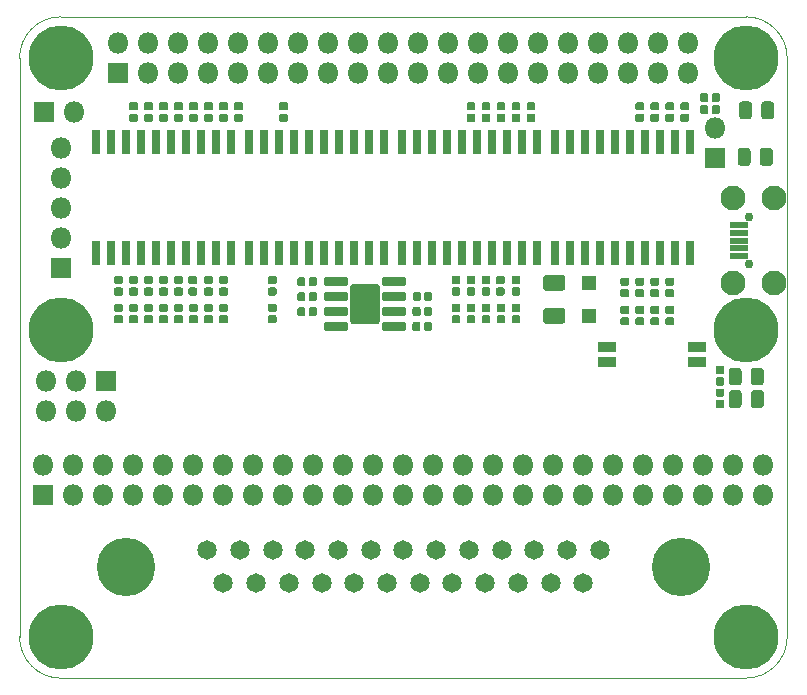
<source format=gbr>
%TF.GenerationSoftware,KiCad,Pcbnew,(5.1.4)-1*%
%TF.CreationDate,2020-09-12T17:46:14-05:00*%
%TF.ProjectId,rascsi_2p3,72617363-7369-45f3-9270-332e6b696361,rev?*%
%TF.SameCoordinates,PX59d60c0PY325aa00*%
%TF.FileFunction,Soldermask,Top*%
%TF.FilePolarity,Negative*%
%FSLAX46Y46*%
G04 Gerber Fmt 4.6, Leading zero omitted, Abs format (unit mm)*
G04 Created by KiCad (PCBNEW (5.1.4)-1) date 2020-09-12 17:46:14*
%MOMM*%
%LPD*%
G04 APERTURE LIST*
%ADD10C,0.050000*%
%ADD11C,0.150000*%
%ADD12C,0.690000*%
%ADD13C,0.750000*%
%ADD14C,2.100000*%
%ADD15R,1.500000X0.500000*%
%ADD16C,0.700000*%
%ADD17C,2.510000*%
%ADD18C,4.945000*%
%ADD19C,1.645000*%
%ADD20R,0.750000X2.050000*%
%ADD21R,1.200000X1.200000*%
%ADD22O,1.800000X1.800000*%
%ADD23R,1.800000X1.800000*%
%ADD24C,1.350000*%
%ADD25C,0.900000*%
%ADD26C,5.500000*%
%ADD27C,1.075000*%
%ADD28R,1.525000X0.850000*%
G04 APERTURE END LIST*
D10*
X83800000Y-45696000D02*
X141800000Y-45696000D01*
X83800000Y-45696000D02*
G75*
G02X80300000Y-42196000I0J3500000D01*
G01*
X145300000Y-42196000D02*
G75*
G02X141800000Y-45696000I-3500000J0D01*
G01*
X80300000Y6800000D02*
X80300000Y-42196000D01*
X145300000Y6800000D02*
X145300000Y-42196000D01*
X83800000Y10300000D02*
X141800000Y10300000D01*
X80300000Y6800000D02*
G75*
G02X83800000Y10300000I3500000J0D01*
G01*
X141800000Y10300000D02*
G75*
G02X145300000Y6800000I0J-3500000D01*
G01*
D11*
%TO.C,R64*%
G36*
X114104408Y-14280831D02*
G01*
X114121153Y-14283315D01*
X114137574Y-14287428D01*
X114153513Y-14293131D01*
X114168816Y-14300369D01*
X114183336Y-14309071D01*
X114196933Y-14319156D01*
X114209476Y-14330524D01*
X114220844Y-14343067D01*
X114230929Y-14356664D01*
X114239631Y-14371184D01*
X114246869Y-14386487D01*
X114252572Y-14402426D01*
X114256685Y-14418847D01*
X114259169Y-14435592D01*
X114260000Y-14452500D01*
X114260000Y-14847500D01*
X114259169Y-14864408D01*
X114256685Y-14881153D01*
X114252572Y-14897574D01*
X114246869Y-14913513D01*
X114239631Y-14928816D01*
X114230929Y-14943336D01*
X114220844Y-14956933D01*
X114209476Y-14969476D01*
X114196933Y-14980844D01*
X114183336Y-14990929D01*
X114168816Y-14999631D01*
X114153513Y-15006869D01*
X114137574Y-15012572D01*
X114121153Y-15016685D01*
X114104408Y-15019169D01*
X114087500Y-15020000D01*
X113742500Y-15020000D01*
X113725592Y-15019169D01*
X113708847Y-15016685D01*
X113692426Y-15012572D01*
X113676487Y-15006869D01*
X113661184Y-14999631D01*
X113646664Y-14990929D01*
X113633067Y-14980844D01*
X113620524Y-14969476D01*
X113609156Y-14956933D01*
X113599071Y-14943336D01*
X113590369Y-14928816D01*
X113583131Y-14913513D01*
X113577428Y-14897574D01*
X113573315Y-14881153D01*
X113570831Y-14864408D01*
X113570000Y-14847500D01*
X113570000Y-14452500D01*
X113570831Y-14435592D01*
X113573315Y-14418847D01*
X113577428Y-14402426D01*
X113583131Y-14386487D01*
X113590369Y-14371184D01*
X113599071Y-14356664D01*
X113609156Y-14343067D01*
X113620524Y-14330524D01*
X113633067Y-14319156D01*
X113646664Y-14309071D01*
X113661184Y-14300369D01*
X113676487Y-14293131D01*
X113692426Y-14287428D01*
X113708847Y-14283315D01*
X113725592Y-14280831D01*
X113742500Y-14280000D01*
X114087500Y-14280000D01*
X114104408Y-14280831D01*
X114104408Y-14280831D01*
G37*
D12*
X113915000Y-14650000D03*
D11*
G36*
X115074408Y-14280831D02*
G01*
X115091153Y-14283315D01*
X115107574Y-14287428D01*
X115123513Y-14293131D01*
X115138816Y-14300369D01*
X115153336Y-14309071D01*
X115166933Y-14319156D01*
X115179476Y-14330524D01*
X115190844Y-14343067D01*
X115200929Y-14356664D01*
X115209631Y-14371184D01*
X115216869Y-14386487D01*
X115222572Y-14402426D01*
X115226685Y-14418847D01*
X115229169Y-14435592D01*
X115230000Y-14452500D01*
X115230000Y-14847500D01*
X115229169Y-14864408D01*
X115226685Y-14881153D01*
X115222572Y-14897574D01*
X115216869Y-14913513D01*
X115209631Y-14928816D01*
X115200929Y-14943336D01*
X115190844Y-14956933D01*
X115179476Y-14969476D01*
X115166933Y-14980844D01*
X115153336Y-14990929D01*
X115138816Y-14999631D01*
X115123513Y-15006869D01*
X115107574Y-15012572D01*
X115091153Y-15016685D01*
X115074408Y-15019169D01*
X115057500Y-15020000D01*
X114712500Y-15020000D01*
X114695592Y-15019169D01*
X114678847Y-15016685D01*
X114662426Y-15012572D01*
X114646487Y-15006869D01*
X114631184Y-14999631D01*
X114616664Y-14990929D01*
X114603067Y-14980844D01*
X114590524Y-14969476D01*
X114579156Y-14956933D01*
X114569071Y-14943336D01*
X114560369Y-14928816D01*
X114553131Y-14913513D01*
X114547428Y-14897574D01*
X114543315Y-14881153D01*
X114540831Y-14864408D01*
X114540000Y-14847500D01*
X114540000Y-14452500D01*
X114540831Y-14435592D01*
X114543315Y-14418847D01*
X114547428Y-14402426D01*
X114553131Y-14386487D01*
X114560369Y-14371184D01*
X114569071Y-14356664D01*
X114579156Y-14343067D01*
X114590524Y-14330524D01*
X114603067Y-14319156D01*
X114616664Y-14309071D01*
X114631184Y-14300369D01*
X114646487Y-14293131D01*
X114662426Y-14287428D01*
X114678847Y-14283315D01*
X114695592Y-14280831D01*
X114712500Y-14280000D01*
X115057500Y-14280000D01*
X115074408Y-14280831D01*
X115074408Y-14280831D01*
G37*
D12*
X114885000Y-14650000D03*
%TD*%
D11*
%TO.C,R63*%
G36*
X114094408Y-15550831D02*
G01*
X114111153Y-15553315D01*
X114127574Y-15557428D01*
X114143513Y-15563131D01*
X114158816Y-15570369D01*
X114173336Y-15579071D01*
X114186933Y-15589156D01*
X114199476Y-15600524D01*
X114210844Y-15613067D01*
X114220929Y-15626664D01*
X114229631Y-15641184D01*
X114236869Y-15656487D01*
X114242572Y-15672426D01*
X114246685Y-15688847D01*
X114249169Y-15705592D01*
X114250000Y-15722500D01*
X114250000Y-16117500D01*
X114249169Y-16134408D01*
X114246685Y-16151153D01*
X114242572Y-16167574D01*
X114236869Y-16183513D01*
X114229631Y-16198816D01*
X114220929Y-16213336D01*
X114210844Y-16226933D01*
X114199476Y-16239476D01*
X114186933Y-16250844D01*
X114173336Y-16260929D01*
X114158816Y-16269631D01*
X114143513Y-16276869D01*
X114127574Y-16282572D01*
X114111153Y-16286685D01*
X114094408Y-16289169D01*
X114077500Y-16290000D01*
X113732500Y-16290000D01*
X113715592Y-16289169D01*
X113698847Y-16286685D01*
X113682426Y-16282572D01*
X113666487Y-16276869D01*
X113651184Y-16269631D01*
X113636664Y-16260929D01*
X113623067Y-16250844D01*
X113610524Y-16239476D01*
X113599156Y-16226933D01*
X113589071Y-16213336D01*
X113580369Y-16198816D01*
X113573131Y-16183513D01*
X113567428Y-16167574D01*
X113563315Y-16151153D01*
X113560831Y-16134408D01*
X113560000Y-16117500D01*
X113560000Y-15722500D01*
X113560831Y-15705592D01*
X113563315Y-15688847D01*
X113567428Y-15672426D01*
X113573131Y-15656487D01*
X113580369Y-15641184D01*
X113589071Y-15626664D01*
X113599156Y-15613067D01*
X113610524Y-15600524D01*
X113623067Y-15589156D01*
X113636664Y-15579071D01*
X113651184Y-15570369D01*
X113666487Y-15563131D01*
X113682426Y-15557428D01*
X113698847Y-15553315D01*
X113715592Y-15550831D01*
X113732500Y-15550000D01*
X114077500Y-15550000D01*
X114094408Y-15550831D01*
X114094408Y-15550831D01*
G37*
D12*
X113905000Y-15920000D03*
D11*
G36*
X115064408Y-15550831D02*
G01*
X115081153Y-15553315D01*
X115097574Y-15557428D01*
X115113513Y-15563131D01*
X115128816Y-15570369D01*
X115143336Y-15579071D01*
X115156933Y-15589156D01*
X115169476Y-15600524D01*
X115180844Y-15613067D01*
X115190929Y-15626664D01*
X115199631Y-15641184D01*
X115206869Y-15656487D01*
X115212572Y-15672426D01*
X115216685Y-15688847D01*
X115219169Y-15705592D01*
X115220000Y-15722500D01*
X115220000Y-16117500D01*
X115219169Y-16134408D01*
X115216685Y-16151153D01*
X115212572Y-16167574D01*
X115206869Y-16183513D01*
X115199631Y-16198816D01*
X115190929Y-16213336D01*
X115180844Y-16226933D01*
X115169476Y-16239476D01*
X115156933Y-16250844D01*
X115143336Y-16260929D01*
X115128816Y-16269631D01*
X115113513Y-16276869D01*
X115097574Y-16282572D01*
X115081153Y-16286685D01*
X115064408Y-16289169D01*
X115047500Y-16290000D01*
X114702500Y-16290000D01*
X114685592Y-16289169D01*
X114668847Y-16286685D01*
X114652426Y-16282572D01*
X114636487Y-16276869D01*
X114621184Y-16269631D01*
X114606664Y-16260929D01*
X114593067Y-16250844D01*
X114580524Y-16239476D01*
X114569156Y-16226933D01*
X114559071Y-16213336D01*
X114550369Y-16198816D01*
X114543131Y-16183513D01*
X114537428Y-16167574D01*
X114533315Y-16151153D01*
X114530831Y-16134408D01*
X114530000Y-16117500D01*
X114530000Y-15722500D01*
X114530831Y-15705592D01*
X114533315Y-15688847D01*
X114537428Y-15672426D01*
X114543131Y-15656487D01*
X114550369Y-15641184D01*
X114559071Y-15626664D01*
X114569156Y-15613067D01*
X114580524Y-15600524D01*
X114593067Y-15589156D01*
X114606664Y-15579071D01*
X114621184Y-15570369D01*
X114636487Y-15563131D01*
X114652426Y-15557428D01*
X114668847Y-15553315D01*
X114685592Y-15550831D01*
X114702500Y-15550000D01*
X115047500Y-15550000D01*
X115064408Y-15550831D01*
X115064408Y-15550831D01*
G37*
D12*
X114875000Y-15920000D03*
%TD*%
D13*
%TO.C,J8*%
X142025000Y-6660000D03*
X142025000Y-10660000D03*
D14*
X140705000Y-12235000D03*
X140705000Y-5085000D03*
X144155000Y-5085000D03*
X144155000Y-12235000D03*
D15*
X141205000Y-7360000D03*
X141205000Y-8010000D03*
X141205000Y-8660000D03*
X141205000Y-9310000D03*
X141205000Y-9960000D03*
%TD*%
D11*
%TO.C,U1*%
G36*
X112892153Y-11760843D02*
G01*
X112909141Y-11763363D01*
X112925800Y-11767535D01*
X112941970Y-11773321D01*
X112957494Y-11780664D01*
X112972225Y-11789493D01*
X112986019Y-11799723D01*
X112998744Y-11811256D01*
X113010277Y-11823981D01*
X113020507Y-11837775D01*
X113029336Y-11852506D01*
X113036679Y-11868030D01*
X113042465Y-11884200D01*
X113046637Y-11900859D01*
X113049157Y-11917847D01*
X113050000Y-11935000D01*
X113050000Y-12285000D01*
X113049157Y-12302153D01*
X113046637Y-12319141D01*
X113042465Y-12335800D01*
X113036679Y-12351970D01*
X113029336Y-12367494D01*
X113020507Y-12382225D01*
X113010277Y-12396019D01*
X112998744Y-12408744D01*
X112986019Y-12420277D01*
X112972225Y-12430507D01*
X112957494Y-12439336D01*
X112941970Y-12446679D01*
X112925800Y-12452465D01*
X112909141Y-12456637D01*
X112892153Y-12459157D01*
X112875000Y-12460000D01*
X111175000Y-12460000D01*
X111157847Y-12459157D01*
X111140859Y-12456637D01*
X111124200Y-12452465D01*
X111108030Y-12446679D01*
X111092506Y-12439336D01*
X111077775Y-12430507D01*
X111063981Y-12420277D01*
X111051256Y-12408744D01*
X111039723Y-12396019D01*
X111029493Y-12382225D01*
X111020664Y-12367494D01*
X111013321Y-12351970D01*
X111007535Y-12335800D01*
X111003363Y-12319141D01*
X111000843Y-12302153D01*
X111000000Y-12285000D01*
X111000000Y-11935000D01*
X111000843Y-11917847D01*
X111003363Y-11900859D01*
X111007535Y-11884200D01*
X111013321Y-11868030D01*
X111020664Y-11852506D01*
X111029493Y-11837775D01*
X111039723Y-11823981D01*
X111051256Y-11811256D01*
X111063981Y-11799723D01*
X111077775Y-11789493D01*
X111092506Y-11780664D01*
X111108030Y-11773321D01*
X111124200Y-11767535D01*
X111140859Y-11763363D01*
X111157847Y-11760843D01*
X111175000Y-11760000D01*
X112875000Y-11760000D01*
X112892153Y-11760843D01*
X112892153Y-11760843D01*
G37*
D16*
X112025000Y-12110000D03*
D11*
G36*
X112892153Y-13030843D02*
G01*
X112909141Y-13033363D01*
X112925800Y-13037535D01*
X112941970Y-13043321D01*
X112957494Y-13050664D01*
X112972225Y-13059493D01*
X112986019Y-13069723D01*
X112998744Y-13081256D01*
X113010277Y-13093981D01*
X113020507Y-13107775D01*
X113029336Y-13122506D01*
X113036679Y-13138030D01*
X113042465Y-13154200D01*
X113046637Y-13170859D01*
X113049157Y-13187847D01*
X113050000Y-13205000D01*
X113050000Y-13555000D01*
X113049157Y-13572153D01*
X113046637Y-13589141D01*
X113042465Y-13605800D01*
X113036679Y-13621970D01*
X113029336Y-13637494D01*
X113020507Y-13652225D01*
X113010277Y-13666019D01*
X112998744Y-13678744D01*
X112986019Y-13690277D01*
X112972225Y-13700507D01*
X112957494Y-13709336D01*
X112941970Y-13716679D01*
X112925800Y-13722465D01*
X112909141Y-13726637D01*
X112892153Y-13729157D01*
X112875000Y-13730000D01*
X111175000Y-13730000D01*
X111157847Y-13729157D01*
X111140859Y-13726637D01*
X111124200Y-13722465D01*
X111108030Y-13716679D01*
X111092506Y-13709336D01*
X111077775Y-13700507D01*
X111063981Y-13690277D01*
X111051256Y-13678744D01*
X111039723Y-13666019D01*
X111029493Y-13652225D01*
X111020664Y-13637494D01*
X111013321Y-13621970D01*
X111007535Y-13605800D01*
X111003363Y-13589141D01*
X111000843Y-13572153D01*
X111000000Y-13555000D01*
X111000000Y-13205000D01*
X111000843Y-13187847D01*
X111003363Y-13170859D01*
X111007535Y-13154200D01*
X111013321Y-13138030D01*
X111020664Y-13122506D01*
X111029493Y-13107775D01*
X111039723Y-13093981D01*
X111051256Y-13081256D01*
X111063981Y-13069723D01*
X111077775Y-13059493D01*
X111092506Y-13050664D01*
X111108030Y-13043321D01*
X111124200Y-13037535D01*
X111140859Y-13033363D01*
X111157847Y-13030843D01*
X111175000Y-13030000D01*
X112875000Y-13030000D01*
X112892153Y-13030843D01*
X112892153Y-13030843D01*
G37*
D16*
X112025000Y-13380000D03*
D11*
G36*
X112892153Y-14300843D02*
G01*
X112909141Y-14303363D01*
X112925800Y-14307535D01*
X112941970Y-14313321D01*
X112957494Y-14320664D01*
X112972225Y-14329493D01*
X112986019Y-14339723D01*
X112998744Y-14351256D01*
X113010277Y-14363981D01*
X113020507Y-14377775D01*
X113029336Y-14392506D01*
X113036679Y-14408030D01*
X113042465Y-14424200D01*
X113046637Y-14440859D01*
X113049157Y-14457847D01*
X113050000Y-14475000D01*
X113050000Y-14825000D01*
X113049157Y-14842153D01*
X113046637Y-14859141D01*
X113042465Y-14875800D01*
X113036679Y-14891970D01*
X113029336Y-14907494D01*
X113020507Y-14922225D01*
X113010277Y-14936019D01*
X112998744Y-14948744D01*
X112986019Y-14960277D01*
X112972225Y-14970507D01*
X112957494Y-14979336D01*
X112941970Y-14986679D01*
X112925800Y-14992465D01*
X112909141Y-14996637D01*
X112892153Y-14999157D01*
X112875000Y-15000000D01*
X111175000Y-15000000D01*
X111157847Y-14999157D01*
X111140859Y-14996637D01*
X111124200Y-14992465D01*
X111108030Y-14986679D01*
X111092506Y-14979336D01*
X111077775Y-14970507D01*
X111063981Y-14960277D01*
X111051256Y-14948744D01*
X111039723Y-14936019D01*
X111029493Y-14922225D01*
X111020664Y-14907494D01*
X111013321Y-14891970D01*
X111007535Y-14875800D01*
X111003363Y-14859141D01*
X111000843Y-14842153D01*
X111000000Y-14825000D01*
X111000000Y-14475000D01*
X111000843Y-14457847D01*
X111003363Y-14440859D01*
X111007535Y-14424200D01*
X111013321Y-14408030D01*
X111020664Y-14392506D01*
X111029493Y-14377775D01*
X111039723Y-14363981D01*
X111051256Y-14351256D01*
X111063981Y-14339723D01*
X111077775Y-14329493D01*
X111092506Y-14320664D01*
X111108030Y-14313321D01*
X111124200Y-14307535D01*
X111140859Y-14303363D01*
X111157847Y-14300843D01*
X111175000Y-14300000D01*
X112875000Y-14300000D01*
X112892153Y-14300843D01*
X112892153Y-14300843D01*
G37*
D16*
X112025000Y-14650000D03*
D11*
G36*
X112892153Y-15570843D02*
G01*
X112909141Y-15573363D01*
X112925800Y-15577535D01*
X112941970Y-15583321D01*
X112957494Y-15590664D01*
X112972225Y-15599493D01*
X112986019Y-15609723D01*
X112998744Y-15621256D01*
X113010277Y-15633981D01*
X113020507Y-15647775D01*
X113029336Y-15662506D01*
X113036679Y-15678030D01*
X113042465Y-15694200D01*
X113046637Y-15710859D01*
X113049157Y-15727847D01*
X113050000Y-15745000D01*
X113050000Y-16095000D01*
X113049157Y-16112153D01*
X113046637Y-16129141D01*
X113042465Y-16145800D01*
X113036679Y-16161970D01*
X113029336Y-16177494D01*
X113020507Y-16192225D01*
X113010277Y-16206019D01*
X112998744Y-16218744D01*
X112986019Y-16230277D01*
X112972225Y-16240507D01*
X112957494Y-16249336D01*
X112941970Y-16256679D01*
X112925800Y-16262465D01*
X112909141Y-16266637D01*
X112892153Y-16269157D01*
X112875000Y-16270000D01*
X111175000Y-16270000D01*
X111157847Y-16269157D01*
X111140859Y-16266637D01*
X111124200Y-16262465D01*
X111108030Y-16256679D01*
X111092506Y-16249336D01*
X111077775Y-16240507D01*
X111063981Y-16230277D01*
X111051256Y-16218744D01*
X111039723Y-16206019D01*
X111029493Y-16192225D01*
X111020664Y-16177494D01*
X111013321Y-16161970D01*
X111007535Y-16145800D01*
X111003363Y-16129141D01*
X111000843Y-16112153D01*
X111000000Y-16095000D01*
X111000000Y-15745000D01*
X111000843Y-15727847D01*
X111003363Y-15710859D01*
X111007535Y-15694200D01*
X111013321Y-15678030D01*
X111020664Y-15662506D01*
X111029493Y-15647775D01*
X111039723Y-15633981D01*
X111051256Y-15621256D01*
X111063981Y-15609723D01*
X111077775Y-15599493D01*
X111092506Y-15590664D01*
X111108030Y-15583321D01*
X111124200Y-15577535D01*
X111140859Y-15573363D01*
X111157847Y-15570843D01*
X111175000Y-15570000D01*
X112875000Y-15570000D01*
X112892153Y-15570843D01*
X112892153Y-15570843D01*
G37*
D16*
X112025000Y-15920000D03*
D11*
G36*
X107942153Y-15570843D02*
G01*
X107959141Y-15573363D01*
X107975800Y-15577535D01*
X107991970Y-15583321D01*
X108007494Y-15590664D01*
X108022225Y-15599493D01*
X108036019Y-15609723D01*
X108048744Y-15621256D01*
X108060277Y-15633981D01*
X108070507Y-15647775D01*
X108079336Y-15662506D01*
X108086679Y-15678030D01*
X108092465Y-15694200D01*
X108096637Y-15710859D01*
X108099157Y-15727847D01*
X108100000Y-15745000D01*
X108100000Y-16095000D01*
X108099157Y-16112153D01*
X108096637Y-16129141D01*
X108092465Y-16145800D01*
X108086679Y-16161970D01*
X108079336Y-16177494D01*
X108070507Y-16192225D01*
X108060277Y-16206019D01*
X108048744Y-16218744D01*
X108036019Y-16230277D01*
X108022225Y-16240507D01*
X108007494Y-16249336D01*
X107991970Y-16256679D01*
X107975800Y-16262465D01*
X107959141Y-16266637D01*
X107942153Y-16269157D01*
X107925000Y-16270000D01*
X106225000Y-16270000D01*
X106207847Y-16269157D01*
X106190859Y-16266637D01*
X106174200Y-16262465D01*
X106158030Y-16256679D01*
X106142506Y-16249336D01*
X106127775Y-16240507D01*
X106113981Y-16230277D01*
X106101256Y-16218744D01*
X106089723Y-16206019D01*
X106079493Y-16192225D01*
X106070664Y-16177494D01*
X106063321Y-16161970D01*
X106057535Y-16145800D01*
X106053363Y-16129141D01*
X106050843Y-16112153D01*
X106050000Y-16095000D01*
X106050000Y-15745000D01*
X106050843Y-15727847D01*
X106053363Y-15710859D01*
X106057535Y-15694200D01*
X106063321Y-15678030D01*
X106070664Y-15662506D01*
X106079493Y-15647775D01*
X106089723Y-15633981D01*
X106101256Y-15621256D01*
X106113981Y-15609723D01*
X106127775Y-15599493D01*
X106142506Y-15590664D01*
X106158030Y-15583321D01*
X106174200Y-15577535D01*
X106190859Y-15573363D01*
X106207847Y-15570843D01*
X106225000Y-15570000D01*
X107925000Y-15570000D01*
X107942153Y-15570843D01*
X107942153Y-15570843D01*
G37*
D16*
X107075000Y-15920000D03*
D11*
G36*
X107942153Y-14300843D02*
G01*
X107959141Y-14303363D01*
X107975800Y-14307535D01*
X107991970Y-14313321D01*
X108007494Y-14320664D01*
X108022225Y-14329493D01*
X108036019Y-14339723D01*
X108048744Y-14351256D01*
X108060277Y-14363981D01*
X108070507Y-14377775D01*
X108079336Y-14392506D01*
X108086679Y-14408030D01*
X108092465Y-14424200D01*
X108096637Y-14440859D01*
X108099157Y-14457847D01*
X108100000Y-14475000D01*
X108100000Y-14825000D01*
X108099157Y-14842153D01*
X108096637Y-14859141D01*
X108092465Y-14875800D01*
X108086679Y-14891970D01*
X108079336Y-14907494D01*
X108070507Y-14922225D01*
X108060277Y-14936019D01*
X108048744Y-14948744D01*
X108036019Y-14960277D01*
X108022225Y-14970507D01*
X108007494Y-14979336D01*
X107991970Y-14986679D01*
X107975800Y-14992465D01*
X107959141Y-14996637D01*
X107942153Y-14999157D01*
X107925000Y-15000000D01*
X106225000Y-15000000D01*
X106207847Y-14999157D01*
X106190859Y-14996637D01*
X106174200Y-14992465D01*
X106158030Y-14986679D01*
X106142506Y-14979336D01*
X106127775Y-14970507D01*
X106113981Y-14960277D01*
X106101256Y-14948744D01*
X106089723Y-14936019D01*
X106079493Y-14922225D01*
X106070664Y-14907494D01*
X106063321Y-14891970D01*
X106057535Y-14875800D01*
X106053363Y-14859141D01*
X106050843Y-14842153D01*
X106050000Y-14825000D01*
X106050000Y-14475000D01*
X106050843Y-14457847D01*
X106053363Y-14440859D01*
X106057535Y-14424200D01*
X106063321Y-14408030D01*
X106070664Y-14392506D01*
X106079493Y-14377775D01*
X106089723Y-14363981D01*
X106101256Y-14351256D01*
X106113981Y-14339723D01*
X106127775Y-14329493D01*
X106142506Y-14320664D01*
X106158030Y-14313321D01*
X106174200Y-14307535D01*
X106190859Y-14303363D01*
X106207847Y-14300843D01*
X106225000Y-14300000D01*
X107925000Y-14300000D01*
X107942153Y-14300843D01*
X107942153Y-14300843D01*
G37*
D16*
X107075000Y-14650000D03*
D11*
G36*
X107942153Y-13030843D02*
G01*
X107959141Y-13033363D01*
X107975800Y-13037535D01*
X107991970Y-13043321D01*
X108007494Y-13050664D01*
X108022225Y-13059493D01*
X108036019Y-13069723D01*
X108048744Y-13081256D01*
X108060277Y-13093981D01*
X108070507Y-13107775D01*
X108079336Y-13122506D01*
X108086679Y-13138030D01*
X108092465Y-13154200D01*
X108096637Y-13170859D01*
X108099157Y-13187847D01*
X108100000Y-13205000D01*
X108100000Y-13555000D01*
X108099157Y-13572153D01*
X108096637Y-13589141D01*
X108092465Y-13605800D01*
X108086679Y-13621970D01*
X108079336Y-13637494D01*
X108070507Y-13652225D01*
X108060277Y-13666019D01*
X108048744Y-13678744D01*
X108036019Y-13690277D01*
X108022225Y-13700507D01*
X108007494Y-13709336D01*
X107991970Y-13716679D01*
X107975800Y-13722465D01*
X107959141Y-13726637D01*
X107942153Y-13729157D01*
X107925000Y-13730000D01*
X106225000Y-13730000D01*
X106207847Y-13729157D01*
X106190859Y-13726637D01*
X106174200Y-13722465D01*
X106158030Y-13716679D01*
X106142506Y-13709336D01*
X106127775Y-13700507D01*
X106113981Y-13690277D01*
X106101256Y-13678744D01*
X106089723Y-13666019D01*
X106079493Y-13652225D01*
X106070664Y-13637494D01*
X106063321Y-13621970D01*
X106057535Y-13605800D01*
X106053363Y-13589141D01*
X106050843Y-13572153D01*
X106050000Y-13555000D01*
X106050000Y-13205000D01*
X106050843Y-13187847D01*
X106053363Y-13170859D01*
X106057535Y-13154200D01*
X106063321Y-13138030D01*
X106070664Y-13122506D01*
X106079493Y-13107775D01*
X106089723Y-13093981D01*
X106101256Y-13081256D01*
X106113981Y-13069723D01*
X106127775Y-13059493D01*
X106142506Y-13050664D01*
X106158030Y-13043321D01*
X106174200Y-13037535D01*
X106190859Y-13033363D01*
X106207847Y-13030843D01*
X106225000Y-13030000D01*
X107925000Y-13030000D01*
X107942153Y-13030843D01*
X107942153Y-13030843D01*
G37*
D16*
X107075000Y-13380000D03*
D11*
G36*
X107942153Y-11760843D02*
G01*
X107959141Y-11763363D01*
X107975800Y-11767535D01*
X107991970Y-11773321D01*
X108007494Y-11780664D01*
X108022225Y-11789493D01*
X108036019Y-11799723D01*
X108048744Y-11811256D01*
X108060277Y-11823981D01*
X108070507Y-11837775D01*
X108079336Y-11852506D01*
X108086679Y-11868030D01*
X108092465Y-11884200D01*
X108096637Y-11900859D01*
X108099157Y-11917847D01*
X108100000Y-11935000D01*
X108100000Y-12285000D01*
X108099157Y-12302153D01*
X108096637Y-12319141D01*
X108092465Y-12335800D01*
X108086679Y-12351970D01*
X108079336Y-12367494D01*
X108070507Y-12382225D01*
X108060277Y-12396019D01*
X108048744Y-12408744D01*
X108036019Y-12420277D01*
X108022225Y-12430507D01*
X108007494Y-12439336D01*
X107991970Y-12446679D01*
X107975800Y-12452465D01*
X107959141Y-12456637D01*
X107942153Y-12459157D01*
X107925000Y-12460000D01*
X106225000Y-12460000D01*
X106207847Y-12459157D01*
X106190859Y-12456637D01*
X106174200Y-12452465D01*
X106158030Y-12446679D01*
X106142506Y-12439336D01*
X106127775Y-12430507D01*
X106113981Y-12420277D01*
X106101256Y-12408744D01*
X106089723Y-12396019D01*
X106079493Y-12382225D01*
X106070664Y-12367494D01*
X106063321Y-12351970D01*
X106057535Y-12335800D01*
X106053363Y-12319141D01*
X106050843Y-12302153D01*
X106050000Y-12285000D01*
X106050000Y-11935000D01*
X106050843Y-11917847D01*
X106053363Y-11900859D01*
X106057535Y-11884200D01*
X106063321Y-11868030D01*
X106070664Y-11852506D01*
X106079493Y-11837775D01*
X106089723Y-11823981D01*
X106101256Y-11811256D01*
X106113981Y-11799723D01*
X106127775Y-11789493D01*
X106142506Y-11780664D01*
X106158030Y-11773321D01*
X106174200Y-11767535D01*
X106190859Y-11763363D01*
X106207847Y-11760843D01*
X106225000Y-11760000D01*
X107925000Y-11760000D01*
X107942153Y-11760843D01*
X107942153Y-11760843D01*
G37*
D16*
X107075000Y-12110000D03*
D11*
G36*
X110570149Y-12316254D02*
G01*
X110595424Y-12320003D01*
X110620210Y-12326212D01*
X110644268Y-12334820D01*
X110667367Y-12345744D01*
X110689283Y-12358881D01*
X110709806Y-12374102D01*
X110728739Y-12391261D01*
X110745898Y-12410194D01*
X110761119Y-12430717D01*
X110774256Y-12452633D01*
X110785180Y-12475732D01*
X110793788Y-12499790D01*
X110799997Y-12524576D01*
X110803746Y-12549851D01*
X110805000Y-12575372D01*
X110805000Y-15454628D01*
X110803746Y-15480149D01*
X110799997Y-15505424D01*
X110793788Y-15530210D01*
X110785180Y-15554268D01*
X110774256Y-15577367D01*
X110761119Y-15599283D01*
X110745898Y-15619806D01*
X110728739Y-15638739D01*
X110709806Y-15655898D01*
X110689283Y-15671119D01*
X110667367Y-15684256D01*
X110644268Y-15695180D01*
X110620210Y-15703788D01*
X110595424Y-15709997D01*
X110570149Y-15713746D01*
X110544628Y-15715000D01*
X108555372Y-15715000D01*
X108529851Y-15713746D01*
X108504576Y-15709997D01*
X108479790Y-15703788D01*
X108455732Y-15695180D01*
X108432633Y-15684256D01*
X108410717Y-15671119D01*
X108390194Y-15655898D01*
X108371261Y-15638739D01*
X108354102Y-15619806D01*
X108338881Y-15599283D01*
X108325744Y-15577367D01*
X108314820Y-15554268D01*
X108306212Y-15530210D01*
X108300003Y-15505424D01*
X108296254Y-15480149D01*
X108295000Y-15454628D01*
X108295000Y-12575372D01*
X108296254Y-12549851D01*
X108300003Y-12524576D01*
X108306212Y-12499790D01*
X108314820Y-12475732D01*
X108325744Y-12452633D01*
X108338881Y-12430717D01*
X108354102Y-12410194D01*
X108371261Y-12391261D01*
X108390194Y-12374102D01*
X108410717Y-12358881D01*
X108432633Y-12345744D01*
X108455732Y-12334820D01*
X108479790Y-12326212D01*
X108504576Y-12320003D01*
X108529851Y-12316254D01*
X108555372Y-12315000D01*
X110544628Y-12315000D01*
X110570149Y-12316254D01*
X110570149Y-12316254D01*
G37*
D17*
X109550000Y-14015000D03*
%TD*%
D11*
%TO.C,R62*%
G36*
X115094408Y-13010831D02*
G01*
X115111153Y-13013315D01*
X115127574Y-13017428D01*
X115143513Y-13023131D01*
X115158816Y-13030369D01*
X115173336Y-13039071D01*
X115186933Y-13049156D01*
X115199476Y-13060524D01*
X115210844Y-13073067D01*
X115220929Y-13086664D01*
X115229631Y-13101184D01*
X115236869Y-13116487D01*
X115242572Y-13132426D01*
X115246685Y-13148847D01*
X115249169Y-13165592D01*
X115250000Y-13182500D01*
X115250000Y-13577500D01*
X115249169Y-13594408D01*
X115246685Y-13611153D01*
X115242572Y-13627574D01*
X115236869Y-13643513D01*
X115229631Y-13658816D01*
X115220929Y-13673336D01*
X115210844Y-13686933D01*
X115199476Y-13699476D01*
X115186933Y-13710844D01*
X115173336Y-13720929D01*
X115158816Y-13729631D01*
X115143513Y-13736869D01*
X115127574Y-13742572D01*
X115111153Y-13746685D01*
X115094408Y-13749169D01*
X115077500Y-13750000D01*
X114732500Y-13750000D01*
X114715592Y-13749169D01*
X114698847Y-13746685D01*
X114682426Y-13742572D01*
X114666487Y-13736869D01*
X114651184Y-13729631D01*
X114636664Y-13720929D01*
X114623067Y-13710844D01*
X114610524Y-13699476D01*
X114599156Y-13686933D01*
X114589071Y-13673336D01*
X114580369Y-13658816D01*
X114573131Y-13643513D01*
X114567428Y-13627574D01*
X114563315Y-13611153D01*
X114560831Y-13594408D01*
X114560000Y-13577500D01*
X114560000Y-13182500D01*
X114560831Y-13165592D01*
X114563315Y-13148847D01*
X114567428Y-13132426D01*
X114573131Y-13116487D01*
X114580369Y-13101184D01*
X114589071Y-13086664D01*
X114599156Y-13073067D01*
X114610524Y-13060524D01*
X114623067Y-13049156D01*
X114636664Y-13039071D01*
X114651184Y-13030369D01*
X114666487Y-13023131D01*
X114682426Y-13017428D01*
X114698847Y-13013315D01*
X114715592Y-13010831D01*
X114732500Y-13010000D01*
X115077500Y-13010000D01*
X115094408Y-13010831D01*
X115094408Y-13010831D01*
G37*
D12*
X114905000Y-13380000D03*
D11*
G36*
X114124408Y-13010831D02*
G01*
X114141153Y-13013315D01*
X114157574Y-13017428D01*
X114173513Y-13023131D01*
X114188816Y-13030369D01*
X114203336Y-13039071D01*
X114216933Y-13049156D01*
X114229476Y-13060524D01*
X114240844Y-13073067D01*
X114250929Y-13086664D01*
X114259631Y-13101184D01*
X114266869Y-13116487D01*
X114272572Y-13132426D01*
X114276685Y-13148847D01*
X114279169Y-13165592D01*
X114280000Y-13182500D01*
X114280000Y-13577500D01*
X114279169Y-13594408D01*
X114276685Y-13611153D01*
X114272572Y-13627574D01*
X114266869Y-13643513D01*
X114259631Y-13658816D01*
X114250929Y-13673336D01*
X114240844Y-13686933D01*
X114229476Y-13699476D01*
X114216933Y-13710844D01*
X114203336Y-13720929D01*
X114188816Y-13729631D01*
X114173513Y-13736869D01*
X114157574Y-13742572D01*
X114141153Y-13746685D01*
X114124408Y-13749169D01*
X114107500Y-13750000D01*
X113762500Y-13750000D01*
X113745592Y-13749169D01*
X113728847Y-13746685D01*
X113712426Y-13742572D01*
X113696487Y-13736869D01*
X113681184Y-13729631D01*
X113666664Y-13720929D01*
X113653067Y-13710844D01*
X113640524Y-13699476D01*
X113629156Y-13686933D01*
X113619071Y-13673336D01*
X113610369Y-13658816D01*
X113603131Y-13643513D01*
X113597428Y-13627574D01*
X113593315Y-13611153D01*
X113590831Y-13594408D01*
X113590000Y-13577500D01*
X113590000Y-13182500D01*
X113590831Y-13165592D01*
X113593315Y-13148847D01*
X113597428Y-13132426D01*
X113603131Y-13116487D01*
X113610369Y-13101184D01*
X113619071Y-13086664D01*
X113629156Y-13073067D01*
X113640524Y-13060524D01*
X113653067Y-13049156D01*
X113666664Y-13039071D01*
X113681184Y-13030369D01*
X113696487Y-13023131D01*
X113712426Y-13017428D01*
X113728847Y-13013315D01*
X113745592Y-13010831D01*
X113762500Y-13010000D01*
X114107500Y-13010000D01*
X114124408Y-13010831D01*
X114124408Y-13010831D01*
G37*
D12*
X113935000Y-13380000D03*
%TD*%
D11*
%TO.C,R61*%
G36*
X105324408Y-14300831D02*
G01*
X105341153Y-14303315D01*
X105357574Y-14307428D01*
X105373513Y-14313131D01*
X105388816Y-14320369D01*
X105403336Y-14329071D01*
X105416933Y-14339156D01*
X105429476Y-14350524D01*
X105440844Y-14363067D01*
X105450929Y-14376664D01*
X105459631Y-14391184D01*
X105466869Y-14406487D01*
X105472572Y-14422426D01*
X105476685Y-14438847D01*
X105479169Y-14455592D01*
X105480000Y-14472500D01*
X105480000Y-14867500D01*
X105479169Y-14884408D01*
X105476685Y-14901153D01*
X105472572Y-14917574D01*
X105466869Y-14933513D01*
X105459631Y-14948816D01*
X105450929Y-14963336D01*
X105440844Y-14976933D01*
X105429476Y-14989476D01*
X105416933Y-15000844D01*
X105403336Y-15010929D01*
X105388816Y-15019631D01*
X105373513Y-15026869D01*
X105357574Y-15032572D01*
X105341153Y-15036685D01*
X105324408Y-15039169D01*
X105307500Y-15040000D01*
X104962500Y-15040000D01*
X104945592Y-15039169D01*
X104928847Y-15036685D01*
X104912426Y-15032572D01*
X104896487Y-15026869D01*
X104881184Y-15019631D01*
X104866664Y-15010929D01*
X104853067Y-15000844D01*
X104840524Y-14989476D01*
X104829156Y-14976933D01*
X104819071Y-14963336D01*
X104810369Y-14948816D01*
X104803131Y-14933513D01*
X104797428Y-14917574D01*
X104793315Y-14901153D01*
X104790831Y-14884408D01*
X104790000Y-14867500D01*
X104790000Y-14472500D01*
X104790831Y-14455592D01*
X104793315Y-14438847D01*
X104797428Y-14422426D01*
X104803131Y-14406487D01*
X104810369Y-14391184D01*
X104819071Y-14376664D01*
X104829156Y-14363067D01*
X104840524Y-14350524D01*
X104853067Y-14339156D01*
X104866664Y-14329071D01*
X104881184Y-14320369D01*
X104896487Y-14313131D01*
X104912426Y-14307428D01*
X104928847Y-14303315D01*
X104945592Y-14300831D01*
X104962500Y-14300000D01*
X105307500Y-14300000D01*
X105324408Y-14300831D01*
X105324408Y-14300831D01*
G37*
D12*
X105135000Y-14670000D03*
D11*
G36*
X104354408Y-14300831D02*
G01*
X104371153Y-14303315D01*
X104387574Y-14307428D01*
X104403513Y-14313131D01*
X104418816Y-14320369D01*
X104433336Y-14329071D01*
X104446933Y-14339156D01*
X104459476Y-14350524D01*
X104470844Y-14363067D01*
X104480929Y-14376664D01*
X104489631Y-14391184D01*
X104496869Y-14406487D01*
X104502572Y-14422426D01*
X104506685Y-14438847D01*
X104509169Y-14455592D01*
X104510000Y-14472500D01*
X104510000Y-14867500D01*
X104509169Y-14884408D01*
X104506685Y-14901153D01*
X104502572Y-14917574D01*
X104496869Y-14933513D01*
X104489631Y-14948816D01*
X104480929Y-14963336D01*
X104470844Y-14976933D01*
X104459476Y-14989476D01*
X104446933Y-15000844D01*
X104433336Y-15010929D01*
X104418816Y-15019631D01*
X104403513Y-15026869D01*
X104387574Y-15032572D01*
X104371153Y-15036685D01*
X104354408Y-15039169D01*
X104337500Y-15040000D01*
X103992500Y-15040000D01*
X103975592Y-15039169D01*
X103958847Y-15036685D01*
X103942426Y-15032572D01*
X103926487Y-15026869D01*
X103911184Y-15019631D01*
X103896664Y-15010929D01*
X103883067Y-15000844D01*
X103870524Y-14989476D01*
X103859156Y-14976933D01*
X103849071Y-14963336D01*
X103840369Y-14948816D01*
X103833131Y-14933513D01*
X103827428Y-14917574D01*
X103823315Y-14901153D01*
X103820831Y-14884408D01*
X103820000Y-14867500D01*
X103820000Y-14472500D01*
X103820831Y-14455592D01*
X103823315Y-14438847D01*
X103827428Y-14422426D01*
X103833131Y-14406487D01*
X103840369Y-14391184D01*
X103849071Y-14376664D01*
X103859156Y-14363067D01*
X103870524Y-14350524D01*
X103883067Y-14339156D01*
X103896664Y-14329071D01*
X103911184Y-14320369D01*
X103926487Y-14313131D01*
X103942426Y-14307428D01*
X103958847Y-14303315D01*
X103975592Y-14300831D01*
X103992500Y-14300000D01*
X104337500Y-14300000D01*
X104354408Y-14300831D01*
X104354408Y-14300831D01*
G37*
D12*
X104165000Y-14670000D03*
%TD*%
D11*
%TO.C,R60*%
G36*
X105324408Y-13030831D02*
G01*
X105341153Y-13033315D01*
X105357574Y-13037428D01*
X105373513Y-13043131D01*
X105388816Y-13050369D01*
X105403336Y-13059071D01*
X105416933Y-13069156D01*
X105429476Y-13080524D01*
X105440844Y-13093067D01*
X105450929Y-13106664D01*
X105459631Y-13121184D01*
X105466869Y-13136487D01*
X105472572Y-13152426D01*
X105476685Y-13168847D01*
X105479169Y-13185592D01*
X105480000Y-13202500D01*
X105480000Y-13597500D01*
X105479169Y-13614408D01*
X105476685Y-13631153D01*
X105472572Y-13647574D01*
X105466869Y-13663513D01*
X105459631Y-13678816D01*
X105450929Y-13693336D01*
X105440844Y-13706933D01*
X105429476Y-13719476D01*
X105416933Y-13730844D01*
X105403336Y-13740929D01*
X105388816Y-13749631D01*
X105373513Y-13756869D01*
X105357574Y-13762572D01*
X105341153Y-13766685D01*
X105324408Y-13769169D01*
X105307500Y-13770000D01*
X104962500Y-13770000D01*
X104945592Y-13769169D01*
X104928847Y-13766685D01*
X104912426Y-13762572D01*
X104896487Y-13756869D01*
X104881184Y-13749631D01*
X104866664Y-13740929D01*
X104853067Y-13730844D01*
X104840524Y-13719476D01*
X104829156Y-13706933D01*
X104819071Y-13693336D01*
X104810369Y-13678816D01*
X104803131Y-13663513D01*
X104797428Y-13647574D01*
X104793315Y-13631153D01*
X104790831Y-13614408D01*
X104790000Y-13597500D01*
X104790000Y-13202500D01*
X104790831Y-13185592D01*
X104793315Y-13168847D01*
X104797428Y-13152426D01*
X104803131Y-13136487D01*
X104810369Y-13121184D01*
X104819071Y-13106664D01*
X104829156Y-13093067D01*
X104840524Y-13080524D01*
X104853067Y-13069156D01*
X104866664Y-13059071D01*
X104881184Y-13050369D01*
X104896487Y-13043131D01*
X104912426Y-13037428D01*
X104928847Y-13033315D01*
X104945592Y-13030831D01*
X104962500Y-13030000D01*
X105307500Y-13030000D01*
X105324408Y-13030831D01*
X105324408Y-13030831D01*
G37*
D12*
X105135000Y-13400000D03*
D11*
G36*
X104354408Y-13030831D02*
G01*
X104371153Y-13033315D01*
X104387574Y-13037428D01*
X104403513Y-13043131D01*
X104418816Y-13050369D01*
X104433336Y-13059071D01*
X104446933Y-13069156D01*
X104459476Y-13080524D01*
X104470844Y-13093067D01*
X104480929Y-13106664D01*
X104489631Y-13121184D01*
X104496869Y-13136487D01*
X104502572Y-13152426D01*
X104506685Y-13168847D01*
X104509169Y-13185592D01*
X104510000Y-13202500D01*
X104510000Y-13597500D01*
X104509169Y-13614408D01*
X104506685Y-13631153D01*
X104502572Y-13647574D01*
X104496869Y-13663513D01*
X104489631Y-13678816D01*
X104480929Y-13693336D01*
X104470844Y-13706933D01*
X104459476Y-13719476D01*
X104446933Y-13730844D01*
X104433336Y-13740929D01*
X104418816Y-13749631D01*
X104403513Y-13756869D01*
X104387574Y-13762572D01*
X104371153Y-13766685D01*
X104354408Y-13769169D01*
X104337500Y-13770000D01*
X103992500Y-13770000D01*
X103975592Y-13769169D01*
X103958847Y-13766685D01*
X103942426Y-13762572D01*
X103926487Y-13756869D01*
X103911184Y-13749631D01*
X103896664Y-13740929D01*
X103883067Y-13730844D01*
X103870524Y-13719476D01*
X103859156Y-13706933D01*
X103849071Y-13693336D01*
X103840369Y-13678816D01*
X103833131Y-13663513D01*
X103827428Y-13647574D01*
X103823315Y-13631153D01*
X103820831Y-13614408D01*
X103820000Y-13597500D01*
X103820000Y-13202500D01*
X103820831Y-13185592D01*
X103823315Y-13168847D01*
X103827428Y-13152426D01*
X103833131Y-13136487D01*
X103840369Y-13121184D01*
X103849071Y-13106664D01*
X103859156Y-13093067D01*
X103870524Y-13080524D01*
X103883067Y-13069156D01*
X103896664Y-13059071D01*
X103911184Y-13050369D01*
X103926487Y-13043131D01*
X103942426Y-13037428D01*
X103958847Y-13033315D01*
X103975592Y-13030831D01*
X103992500Y-13030000D01*
X104337500Y-13030000D01*
X104354408Y-13030831D01*
X104354408Y-13030831D01*
G37*
D12*
X104165000Y-13400000D03*
%TD*%
D11*
%TO.C,R59*%
G36*
X105324408Y-11760831D02*
G01*
X105341153Y-11763315D01*
X105357574Y-11767428D01*
X105373513Y-11773131D01*
X105388816Y-11780369D01*
X105403336Y-11789071D01*
X105416933Y-11799156D01*
X105429476Y-11810524D01*
X105440844Y-11823067D01*
X105450929Y-11836664D01*
X105459631Y-11851184D01*
X105466869Y-11866487D01*
X105472572Y-11882426D01*
X105476685Y-11898847D01*
X105479169Y-11915592D01*
X105480000Y-11932500D01*
X105480000Y-12327500D01*
X105479169Y-12344408D01*
X105476685Y-12361153D01*
X105472572Y-12377574D01*
X105466869Y-12393513D01*
X105459631Y-12408816D01*
X105450929Y-12423336D01*
X105440844Y-12436933D01*
X105429476Y-12449476D01*
X105416933Y-12460844D01*
X105403336Y-12470929D01*
X105388816Y-12479631D01*
X105373513Y-12486869D01*
X105357574Y-12492572D01*
X105341153Y-12496685D01*
X105324408Y-12499169D01*
X105307500Y-12500000D01*
X104962500Y-12500000D01*
X104945592Y-12499169D01*
X104928847Y-12496685D01*
X104912426Y-12492572D01*
X104896487Y-12486869D01*
X104881184Y-12479631D01*
X104866664Y-12470929D01*
X104853067Y-12460844D01*
X104840524Y-12449476D01*
X104829156Y-12436933D01*
X104819071Y-12423336D01*
X104810369Y-12408816D01*
X104803131Y-12393513D01*
X104797428Y-12377574D01*
X104793315Y-12361153D01*
X104790831Y-12344408D01*
X104790000Y-12327500D01*
X104790000Y-11932500D01*
X104790831Y-11915592D01*
X104793315Y-11898847D01*
X104797428Y-11882426D01*
X104803131Y-11866487D01*
X104810369Y-11851184D01*
X104819071Y-11836664D01*
X104829156Y-11823067D01*
X104840524Y-11810524D01*
X104853067Y-11799156D01*
X104866664Y-11789071D01*
X104881184Y-11780369D01*
X104896487Y-11773131D01*
X104912426Y-11767428D01*
X104928847Y-11763315D01*
X104945592Y-11760831D01*
X104962500Y-11760000D01*
X105307500Y-11760000D01*
X105324408Y-11760831D01*
X105324408Y-11760831D01*
G37*
D12*
X105135000Y-12130000D03*
D11*
G36*
X104354408Y-11760831D02*
G01*
X104371153Y-11763315D01*
X104387574Y-11767428D01*
X104403513Y-11773131D01*
X104418816Y-11780369D01*
X104433336Y-11789071D01*
X104446933Y-11799156D01*
X104459476Y-11810524D01*
X104470844Y-11823067D01*
X104480929Y-11836664D01*
X104489631Y-11851184D01*
X104496869Y-11866487D01*
X104502572Y-11882426D01*
X104506685Y-11898847D01*
X104509169Y-11915592D01*
X104510000Y-11932500D01*
X104510000Y-12327500D01*
X104509169Y-12344408D01*
X104506685Y-12361153D01*
X104502572Y-12377574D01*
X104496869Y-12393513D01*
X104489631Y-12408816D01*
X104480929Y-12423336D01*
X104470844Y-12436933D01*
X104459476Y-12449476D01*
X104446933Y-12460844D01*
X104433336Y-12470929D01*
X104418816Y-12479631D01*
X104403513Y-12486869D01*
X104387574Y-12492572D01*
X104371153Y-12496685D01*
X104354408Y-12499169D01*
X104337500Y-12500000D01*
X103992500Y-12500000D01*
X103975592Y-12499169D01*
X103958847Y-12496685D01*
X103942426Y-12492572D01*
X103926487Y-12486869D01*
X103911184Y-12479631D01*
X103896664Y-12470929D01*
X103883067Y-12460844D01*
X103870524Y-12449476D01*
X103859156Y-12436933D01*
X103849071Y-12423336D01*
X103840369Y-12408816D01*
X103833131Y-12393513D01*
X103827428Y-12377574D01*
X103823315Y-12361153D01*
X103820831Y-12344408D01*
X103820000Y-12327500D01*
X103820000Y-11932500D01*
X103820831Y-11915592D01*
X103823315Y-11898847D01*
X103827428Y-11882426D01*
X103833131Y-11866487D01*
X103840369Y-11851184D01*
X103849071Y-11836664D01*
X103859156Y-11823067D01*
X103870524Y-11810524D01*
X103883067Y-11799156D01*
X103896664Y-11789071D01*
X103911184Y-11780369D01*
X103926487Y-11773131D01*
X103942426Y-11767428D01*
X103958847Y-11763315D01*
X103975592Y-11760831D01*
X103992500Y-11760000D01*
X104337500Y-11760000D01*
X104354408Y-11760831D01*
X104354408Y-11760831D01*
G37*
D12*
X104165000Y-12130000D03*
%TD*%
D18*
%TO.C,J6*%
X89281600Y-36250000D03*
X136321600Y-36250000D03*
D19*
X97566600Y-37670000D03*
X100336600Y-37670000D03*
X103106600Y-37670000D03*
X105876600Y-37670000D03*
X108646600Y-37670000D03*
X111416600Y-37670000D03*
X114186600Y-37670000D03*
X116956600Y-37670000D03*
X119726600Y-37670000D03*
X122496600Y-37670000D03*
X125266600Y-37670000D03*
X128036600Y-37670000D03*
X96181600Y-34830000D03*
X98951600Y-34830000D03*
X101721600Y-34830000D03*
X104491600Y-34830000D03*
X107261600Y-34830000D03*
X110031600Y-34830000D03*
X112801600Y-34830000D03*
X115571600Y-34830000D03*
X118341600Y-34830000D03*
X121111600Y-34830000D03*
X123881600Y-34830000D03*
X126651600Y-34830000D03*
X129421600Y-34830000D03*
%TD*%
D20*
%TO.C,IC4*%
X137067000Y-9710000D03*
X135797000Y-9710000D03*
X134527000Y-9710000D03*
X133257000Y-9710000D03*
X131987000Y-9710000D03*
X130717000Y-9710000D03*
X129447000Y-9710000D03*
X128177000Y-9710000D03*
X126907000Y-9710000D03*
X125637000Y-9710000D03*
X125637000Y-260000D03*
X126907000Y-260000D03*
X128177000Y-260000D03*
X129447000Y-260000D03*
X130717000Y-260000D03*
X131987000Y-260000D03*
X133257000Y-260000D03*
X134527000Y-260000D03*
X135797000Y-260000D03*
X137067000Y-260000D03*
%TD*%
%TO.C,IC3*%
X124113000Y-9710000D03*
X122843000Y-9710000D03*
X121573000Y-9710000D03*
X120303000Y-9710000D03*
X119033000Y-9710000D03*
X117763000Y-9710000D03*
X116493000Y-9710000D03*
X115223000Y-9710000D03*
X113953000Y-9710000D03*
X112683000Y-9710000D03*
X112683000Y-260000D03*
X113953000Y-260000D03*
X115223000Y-260000D03*
X116493000Y-260000D03*
X117763000Y-260000D03*
X119033000Y-260000D03*
X120303000Y-260000D03*
X121573000Y-260000D03*
X122843000Y-260000D03*
X124113000Y-260000D03*
%TD*%
%TO.C,IC2*%
X86775000Y-260000D03*
X88045000Y-260000D03*
X89315000Y-260000D03*
X90585000Y-260000D03*
X91855000Y-260000D03*
X93125000Y-260000D03*
X94395000Y-260000D03*
X95665000Y-260000D03*
X96935000Y-260000D03*
X98205000Y-260000D03*
X98205000Y-9710000D03*
X96935000Y-9710000D03*
X95665000Y-9710000D03*
X94395000Y-9710000D03*
X93125000Y-9710000D03*
X91855000Y-9710000D03*
X90585000Y-9710000D03*
X89315000Y-9710000D03*
X88045000Y-9710000D03*
X86775000Y-9710000D03*
%TD*%
%TO.C,IC1*%
X99729000Y-260000D03*
X100999000Y-260000D03*
X102269000Y-260000D03*
X103539000Y-260000D03*
X104809000Y-260000D03*
X106079000Y-260000D03*
X107349000Y-260000D03*
X108619000Y-260000D03*
X109889000Y-260000D03*
X111159000Y-260000D03*
X111159000Y-9710000D03*
X109889000Y-9710000D03*
X108619000Y-9710000D03*
X107349000Y-9710000D03*
X106079000Y-9710000D03*
X104809000Y-9710000D03*
X103539000Y-9710000D03*
X102269000Y-9710000D03*
X100999000Y-9710000D03*
X99729000Y-9710000D03*
%TD*%
D21*
%TO.C,D5*%
X128494500Y-15020000D03*
X128494500Y-12220000D03*
%TD*%
D22*
%TO.C,J2*%
X139226000Y857000D03*
D23*
X139226000Y-1683000D03*
%TD*%
D22*
%TO.C,J7*%
X84920000Y2280000D03*
D23*
X82380000Y2280000D03*
%TD*%
D22*
%TO.C,J5*%
X82560000Y-23110000D03*
X82560000Y-20570000D03*
X85100000Y-23110000D03*
X85100000Y-20570000D03*
X87640000Y-23110000D03*
D23*
X87640000Y-20570000D03*
%TD*%
D11*
%TO.C,R4*%
G36*
X139821408Y-20238831D02*
G01*
X139838153Y-20241315D01*
X139854574Y-20245428D01*
X139870513Y-20251131D01*
X139885816Y-20258369D01*
X139900336Y-20267071D01*
X139913933Y-20277156D01*
X139926476Y-20288524D01*
X139937844Y-20301067D01*
X139947929Y-20314664D01*
X139956631Y-20329184D01*
X139963869Y-20344487D01*
X139969572Y-20360426D01*
X139973685Y-20376847D01*
X139976169Y-20393592D01*
X139977000Y-20410500D01*
X139977000Y-20755500D01*
X139976169Y-20772408D01*
X139973685Y-20789153D01*
X139969572Y-20805574D01*
X139963869Y-20821513D01*
X139956631Y-20836816D01*
X139947929Y-20851336D01*
X139937844Y-20864933D01*
X139926476Y-20877476D01*
X139913933Y-20888844D01*
X139900336Y-20898929D01*
X139885816Y-20907631D01*
X139870513Y-20914869D01*
X139854574Y-20920572D01*
X139838153Y-20924685D01*
X139821408Y-20927169D01*
X139804500Y-20928000D01*
X139409500Y-20928000D01*
X139392592Y-20927169D01*
X139375847Y-20924685D01*
X139359426Y-20920572D01*
X139343487Y-20914869D01*
X139328184Y-20907631D01*
X139313664Y-20898929D01*
X139300067Y-20888844D01*
X139287524Y-20877476D01*
X139276156Y-20864933D01*
X139266071Y-20851336D01*
X139257369Y-20836816D01*
X139250131Y-20821513D01*
X139244428Y-20805574D01*
X139240315Y-20789153D01*
X139237831Y-20772408D01*
X139237000Y-20755500D01*
X139237000Y-20410500D01*
X139237831Y-20393592D01*
X139240315Y-20376847D01*
X139244428Y-20360426D01*
X139250131Y-20344487D01*
X139257369Y-20329184D01*
X139266071Y-20314664D01*
X139276156Y-20301067D01*
X139287524Y-20288524D01*
X139300067Y-20277156D01*
X139313664Y-20267071D01*
X139328184Y-20258369D01*
X139343487Y-20251131D01*
X139359426Y-20245428D01*
X139375847Y-20241315D01*
X139392592Y-20238831D01*
X139409500Y-20238000D01*
X139804500Y-20238000D01*
X139821408Y-20238831D01*
X139821408Y-20238831D01*
G37*
D12*
X139607000Y-20583000D03*
D11*
G36*
X139821408Y-19268831D02*
G01*
X139838153Y-19271315D01*
X139854574Y-19275428D01*
X139870513Y-19281131D01*
X139885816Y-19288369D01*
X139900336Y-19297071D01*
X139913933Y-19307156D01*
X139926476Y-19318524D01*
X139937844Y-19331067D01*
X139947929Y-19344664D01*
X139956631Y-19359184D01*
X139963869Y-19374487D01*
X139969572Y-19390426D01*
X139973685Y-19406847D01*
X139976169Y-19423592D01*
X139977000Y-19440500D01*
X139977000Y-19785500D01*
X139976169Y-19802408D01*
X139973685Y-19819153D01*
X139969572Y-19835574D01*
X139963869Y-19851513D01*
X139956631Y-19866816D01*
X139947929Y-19881336D01*
X139937844Y-19894933D01*
X139926476Y-19907476D01*
X139913933Y-19918844D01*
X139900336Y-19928929D01*
X139885816Y-19937631D01*
X139870513Y-19944869D01*
X139854574Y-19950572D01*
X139838153Y-19954685D01*
X139821408Y-19957169D01*
X139804500Y-19958000D01*
X139409500Y-19958000D01*
X139392592Y-19957169D01*
X139375847Y-19954685D01*
X139359426Y-19950572D01*
X139343487Y-19944869D01*
X139328184Y-19937631D01*
X139313664Y-19928929D01*
X139300067Y-19918844D01*
X139287524Y-19907476D01*
X139276156Y-19894933D01*
X139266071Y-19881336D01*
X139257369Y-19866816D01*
X139250131Y-19851513D01*
X139244428Y-19835574D01*
X139240315Y-19819153D01*
X139237831Y-19802408D01*
X139237000Y-19785500D01*
X139237000Y-19440500D01*
X139237831Y-19423592D01*
X139240315Y-19406847D01*
X139244428Y-19390426D01*
X139250131Y-19374487D01*
X139257369Y-19359184D01*
X139266071Y-19344664D01*
X139276156Y-19331067D01*
X139287524Y-19318524D01*
X139300067Y-19307156D01*
X139313664Y-19297071D01*
X139328184Y-19288369D01*
X139343487Y-19281131D01*
X139359426Y-19275428D01*
X139375847Y-19271315D01*
X139392592Y-19268831D01*
X139409500Y-19268000D01*
X139804500Y-19268000D01*
X139821408Y-19268831D01*
X139821408Y-19268831D01*
G37*
D12*
X139607000Y-19613000D03*
%TD*%
D11*
%TO.C,R2*%
G36*
X139432908Y3829669D02*
G01*
X139449653Y3827185D01*
X139466074Y3823072D01*
X139482013Y3817369D01*
X139497316Y3810131D01*
X139511836Y3801429D01*
X139525433Y3791344D01*
X139537976Y3779976D01*
X139549344Y3767433D01*
X139559429Y3753836D01*
X139568131Y3739316D01*
X139575369Y3724013D01*
X139581072Y3708074D01*
X139585185Y3691653D01*
X139587669Y3674908D01*
X139588500Y3658000D01*
X139588500Y3263000D01*
X139587669Y3246092D01*
X139585185Y3229347D01*
X139581072Y3212926D01*
X139575369Y3196987D01*
X139568131Y3181684D01*
X139559429Y3167164D01*
X139549344Y3153567D01*
X139537976Y3141024D01*
X139525433Y3129656D01*
X139511836Y3119571D01*
X139497316Y3110869D01*
X139482013Y3103631D01*
X139466074Y3097928D01*
X139449653Y3093815D01*
X139432908Y3091331D01*
X139416000Y3090500D01*
X139071000Y3090500D01*
X139054092Y3091331D01*
X139037347Y3093815D01*
X139020926Y3097928D01*
X139004987Y3103631D01*
X138989684Y3110869D01*
X138975164Y3119571D01*
X138961567Y3129656D01*
X138949024Y3141024D01*
X138937656Y3153567D01*
X138927571Y3167164D01*
X138918869Y3181684D01*
X138911631Y3196987D01*
X138905928Y3212926D01*
X138901815Y3229347D01*
X138899331Y3246092D01*
X138898500Y3263000D01*
X138898500Y3658000D01*
X138899331Y3674908D01*
X138901815Y3691653D01*
X138905928Y3708074D01*
X138911631Y3724013D01*
X138918869Y3739316D01*
X138927571Y3753836D01*
X138937656Y3767433D01*
X138949024Y3779976D01*
X138961567Y3791344D01*
X138975164Y3801429D01*
X138989684Y3810131D01*
X139004987Y3817369D01*
X139020926Y3823072D01*
X139037347Y3827185D01*
X139054092Y3829669D01*
X139071000Y3830500D01*
X139416000Y3830500D01*
X139432908Y3829669D01*
X139432908Y3829669D01*
G37*
D12*
X139243500Y3460500D03*
D11*
G36*
X138462908Y3829669D02*
G01*
X138479653Y3827185D01*
X138496074Y3823072D01*
X138512013Y3817369D01*
X138527316Y3810131D01*
X138541836Y3801429D01*
X138555433Y3791344D01*
X138567976Y3779976D01*
X138579344Y3767433D01*
X138589429Y3753836D01*
X138598131Y3739316D01*
X138605369Y3724013D01*
X138611072Y3708074D01*
X138615185Y3691653D01*
X138617669Y3674908D01*
X138618500Y3658000D01*
X138618500Y3263000D01*
X138617669Y3246092D01*
X138615185Y3229347D01*
X138611072Y3212926D01*
X138605369Y3196987D01*
X138598131Y3181684D01*
X138589429Y3167164D01*
X138579344Y3153567D01*
X138567976Y3141024D01*
X138555433Y3129656D01*
X138541836Y3119571D01*
X138527316Y3110869D01*
X138512013Y3103631D01*
X138496074Y3097928D01*
X138479653Y3093815D01*
X138462908Y3091331D01*
X138446000Y3090500D01*
X138101000Y3090500D01*
X138084092Y3091331D01*
X138067347Y3093815D01*
X138050926Y3097928D01*
X138034987Y3103631D01*
X138019684Y3110869D01*
X138005164Y3119571D01*
X137991567Y3129656D01*
X137979024Y3141024D01*
X137967656Y3153567D01*
X137957571Y3167164D01*
X137948869Y3181684D01*
X137941631Y3196987D01*
X137935928Y3212926D01*
X137931815Y3229347D01*
X137929331Y3246092D01*
X137928500Y3263000D01*
X137928500Y3658000D01*
X137929331Y3674908D01*
X137931815Y3691653D01*
X137935928Y3708074D01*
X137941631Y3724013D01*
X137948869Y3739316D01*
X137957571Y3753836D01*
X137967656Y3767433D01*
X137979024Y3779976D01*
X137991567Y3791344D01*
X138005164Y3801429D01*
X138019684Y3810131D01*
X138034987Y3817369D01*
X138050926Y3823072D01*
X138067347Y3827185D01*
X138084092Y3829669D01*
X138101000Y3830500D01*
X138446000Y3830500D01*
X138462908Y3829669D01*
X138462908Y3829669D01*
G37*
D12*
X138273500Y3460500D03*
%TD*%
D11*
%TO.C,R1*%
G36*
X139432908Y2813669D02*
G01*
X139449653Y2811185D01*
X139466074Y2807072D01*
X139482013Y2801369D01*
X139497316Y2794131D01*
X139511836Y2785429D01*
X139525433Y2775344D01*
X139537976Y2763976D01*
X139549344Y2751433D01*
X139559429Y2737836D01*
X139568131Y2723316D01*
X139575369Y2708013D01*
X139581072Y2692074D01*
X139585185Y2675653D01*
X139587669Y2658908D01*
X139588500Y2642000D01*
X139588500Y2247000D01*
X139587669Y2230092D01*
X139585185Y2213347D01*
X139581072Y2196926D01*
X139575369Y2180987D01*
X139568131Y2165684D01*
X139559429Y2151164D01*
X139549344Y2137567D01*
X139537976Y2125024D01*
X139525433Y2113656D01*
X139511836Y2103571D01*
X139497316Y2094869D01*
X139482013Y2087631D01*
X139466074Y2081928D01*
X139449653Y2077815D01*
X139432908Y2075331D01*
X139416000Y2074500D01*
X139071000Y2074500D01*
X139054092Y2075331D01*
X139037347Y2077815D01*
X139020926Y2081928D01*
X139004987Y2087631D01*
X138989684Y2094869D01*
X138975164Y2103571D01*
X138961567Y2113656D01*
X138949024Y2125024D01*
X138937656Y2137567D01*
X138927571Y2151164D01*
X138918869Y2165684D01*
X138911631Y2180987D01*
X138905928Y2196926D01*
X138901815Y2213347D01*
X138899331Y2230092D01*
X138898500Y2247000D01*
X138898500Y2642000D01*
X138899331Y2658908D01*
X138901815Y2675653D01*
X138905928Y2692074D01*
X138911631Y2708013D01*
X138918869Y2723316D01*
X138927571Y2737836D01*
X138937656Y2751433D01*
X138949024Y2763976D01*
X138961567Y2775344D01*
X138975164Y2785429D01*
X138989684Y2794131D01*
X139004987Y2801369D01*
X139020926Y2807072D01*
X139037347Y2811185D01*
X139054092Y2813669D01*
X139071000Y2814500D01*
X139416000Y2814500D01*
X139432908Y2813669D01*
X139432908Y2813669D01*
G37*
D12*
X139243500Y2444500D03*
D11*
G36*
X138462908Y2813669D02*
G01*
X138479653Y2811185D01*
X138496074Y2807072D01*
X138512013Y2801369D01*
X138527316Y2794131D01*
X138541836Y2785429D01*
X138555433Y2775344D01*
X138567976Y2763976D01*
X138579344Y2751433D01*
X138589429Y2737836D01*
X138598131Y2723316D01*
X138605369Y2708013D01*
X138611072Y2692074D01*
X138615185Y2675653D01*
X138617669Y2658908D01*
X138618500Y2642000D01*
X138618500Y2247000D01*
X138617669Y2230092D01*
X138615185Y2213347D01*
X138611072Y2196926D01*
X138605369Y2180987D01*
X138598131Y2165684D01*
X138589429Y2151164D01*
X138579344Y2137567D01*
X138567976Y2125024D01*
X138555433Y2113656D01*
X138541836Y2103571D01*
X138527316Y2094869D01*
X138512013Y2087631D01*
X138496074Y2081928D01*
X138479653Y2077815D01*
X138462908Y2075331D01*
X138446000Y2074500D01*
X138101000Y2074500D01*
X138084092Y2075331D01*
X138067347Y2077815D01*
X138050926Y2081928D01*
X138034987Y2087631D01*
X138019684Y2094869D01*
X138005164Y2103571D01*
X137991567Y2113656D01*
X137979024Y2125024D01*
X137967656Y2137567D01*
X137957571Y2151164D01*
X137948869Y2165684D01*
X137941631Y2180987D01*
X137935928Y2196926D01*
X137931815Y2213347D01*
X137929331Y2230092D01*
X137928500Y2247000D01*
X137928500Y2642000D01*
X137929331Y2658908D01*
X137931815Y2675653D01*
X137935928Y2692074D01*
X137941631Y2708013D01*
X137948869Y2723316D01*
X137957571Y2737836D01*
X137967656Y2751433D01*
X137979024Y2763976D01*
X137991567Y2775344D01*
X138005164Y2785429D01*
X138019684Y2794131D01*
X138034987Y2801369D01*
X138050926Y2807072D01*
X138067347Y2811185D01*
X138084092Y2813669D01*
X138101000Y2814500D01*
X138446000Y2814500D01*
X138462908Y2813669D01*
X138462908Y2813669D01*
G37*
D12*
X138273500Y2444500D03*
%TD*%
D22*
%TO.C,J3*%
X143226500Y-27654500D03*
X143226500Y-30194500D03*
X140686500Y-27654500D03*
X140686500Y-30194500D03*
X138146500Y-27654500D03*
X138146500Y-30194500D03*
X135606500Y-27654500D03*
X135606500Y-30194500D03*
X133066500Y-27654500D03*
X133066500Y-30194500D03*
X130526500Y-27654500D03*
X130526500Y-30194500D03*
X127986500Y-27654500D03*
X127986500Y-30194500D03*
X125446500Y-27654500D03*
X125446500Y-30194500D03*
X122906500Y-27654500D03*
X122906500Y-30194500D03*
X120366500Y-27654500D03*
X120366500Y-30194500D03*
X117826500Y-27654500D03*
X117826500Y-30194500D03*
X115286500Y-27654500D03*
X115286500Y-30194500D03*
X112746500Y-27654500D03*
X112746500Y-30194500D03*
X110206500Y-27654500D03*
X110206500Y-30194500D03*
X107666500Y-27654500D03*
X107666500Y-30194500D03*
X105126500Y-27654500D03*
X105126500Y-30194500D03*
X102586500Y-27654500D03*
X102586500Y-30194500D03*
X100046500Y-27654500D03*
X100046500Y-30194500D03*
X97506500Y-27654500D03*
X97506500Y-30194500D03*
X94966500Y-27654500D03*
X94966500Y-30194500D03*
X92426500Y-27654500D03*
X92426500Y-30194500D03*
X89886500Y-27654500D03*
X89886500Y-30194500D03*
X87346500Y-27654500D03*
X87346500Y-30194500D03*
X84806500Y-27654500D03*
X84806500Y-30194500D03*
X82266500Y-27654500D03*
D23*
X82266500Y-30194500D03*
%TD*%
D11*
%TO.C,R58*%
G36*
X101911908Y-13998331D02*
G01*
X101928653Y-14000815D01*
X101945074Y-14004928D01*
X101961013Y-14010631D01*
X101976316Y-14017869D01*
X101990836Y-14026571D01*
X102004433Y-14036656D01*
X102016976Y-14048024D01*
X102028344Y-14060567D01*
X102038429Y-14074164D01*
X102047131Y-14088684D01*
X102054369Y-14103987D01*
X102060072Y-14119926D01*
X102064185Y-14136347D01*
X102066669Y-14153092D01*
X102067500Y-14170000D01*
X102067500Y-14515000D01*
X102066669Y-14531908D01*
X102064185Y-14548653D01*
X102060072Y-14565074D01*
X102054369Y-14581013D01*
X102047131Y-14596316D01*
X102038429Y-14610836D01*
X102028344Y-14624433D01*
X102016976Y-14636976D01*
X102004433Y-14648344D01*
X101990836Y-14658429D01*
X101976316Y-14667131D01*
X101961013Y-14674369D01*
X101945074Y-14680072D01*
X101928653Y-14684185D01*
X101911908Y-14686669D01*
X101895000Y-14687500D01*
X101500000Y-14687500D01*
X101483092Y-14686669D01*
X101466347Y-14684185D01*
X101449926Y-14680072D01*
X101433987Y-14674369D01*
X101418684Y-14667131D01*
X101404164Y-14658429D01*
X101390567Y-14648344D01*
X101378024Y-14636976D01*
X101366656Y-14624433D01*
X101356571Y-14610836D01*
X101347869Y-14596316D01*
X101340631Y-14581013D01*
X101334928Y-14565074D01*
X101330815Y-14548653D01*
X101328331Y-14531908D01*
X101327500Y-14515000D01*
X101327500Y-14170000D01*
X101328331Y-14153092D01*
X101330815Y-14136347D01*
X101334928Y-14119926D01*
X101340631Y-14103987D01*
X101347869Y-14088684D01*
X101356571Y-14074164D01*
X101366656Y-14060567D01*
X101378024Y-14048024D01*
X101390567Y-14036656D01*
X101404164Y-14026571D01*
X101418684Y-14017869D01*
X101433987Y-14010631D01*
X101449926Y-14004928D01*
X101466347Y-14000815D01*
X101483092Y-13998331D01*
X101500000Y-13997500D01*
X101895000Y-13997500D01*
X101911908Y-13998331D01*
X101911908Y-13998331D01*
G37*
D12*
X101697500Y-14342500D03*
D11*
G36*
X101911908Y-14968331D02*
G01*
X101928653Y-14970815D01*
X101945074Y-14974928D01*
X101961013Y-14980631D01*
X101976316Y-14987869D01*
X101990836Y-14996571D01*
X102004433Y-15006656D01*
X102016976Y-15018024D01*
X102028344Y-15030567D01*
X102038429Y-15044164D01*
X102047131Y-15058684D01*
X102054369Y-15073987D01*
X102060072Y-15089926D01*
X102064185Y-15106347D01*
X102066669Y-15123092D01*
X102067500Y-15140000D01*
X102067500Y-15485000D01*
X102066669Y-15501908D01*
X102064185Y-15518653D01*
X102060072Y-15535074D01*
X102054369Y-15551013D01*
X102047131Y-15566316D01*
X102038429Y-15580836D01*
X102028344Y-15594433D01*
X102016976Y-15606976D01*
X102004433Y-15618344D01*
X101990836Y-15628429D01*
X101976316Y-15637131D01*
X101961013Y-15644369D01*
X101945074Y-15650072D01*
X101928653Y-15654185D01*
X101911908Y-15656669D01*
X101895000Y-15657500D01*
X101500000Y-15657500D01*
X101483092Y-15656669D01*
X101466347Y-15654185D01*
X101449926Y-15650072D01*
X101433987Y-15644369D01*
X101418684Y-15637131D01*
X101404164Y-15628429D01*
X101390567Y-15618344D01*
X101378024Y-15606976D01*
X101366656Y-15594433D01*
X101356571Y-15580836D01*
X101347869Y-15566316D01*
X101340631Y-15551013D01*
X101334928Y-15535074D01*
X101330815Y-15518653D01*
X101328331Y-15501908D01*
X101327500Y-15485000D01*
X101327500Y-15140000D01*
X101328331Y-15123092D01*
X101330815Y-15106347D01*
X101334928Y-15089926D01*
X101340631Y-15073987D01*
X101347869Y-15058684D01*
X101356571Y-15044164D01*
X101366656Y-15030567D01*
X101378024Y-15018024D01*
X101390567Y-15006656D01*
X101404164Y-14996571D01*
X101418684Y-14987869D01*
X101433987Y-14980631D01*
X101449926Y-14974928D01*
X101466347Y-14970815D01*
X101483092Y-14968331D01*
X101500000Y-14967500D01*
X101895000Y-14967500D01*
X101911908Y-14968331D01*
X101911908Y-14968331D01*
G37*
D12*
X101697500Y-15312500D03*
%TD*%
D11*
%TO.C,R57*%
G36*
X97784408Y-13998331D02*
G01*
X97801153Y-14000815D01*
X97817574Y-14004928D01*
X97833513Y-14010631D01*
X97848816Y-14017869D01*
X97863336Y-14026571D01*
X97876933Y-14036656D01*
X97889476Y-14048024D01*
X97900844Y-14060567D01*
X97910929Y-14074164D01*
X97919631Y-14088684D01*
X97926869Y-14103987D01*
X97932572Y-14119926D01*
X97936685Y-14136347D01*
X97939169Y-14153092D01*
X97940000Y-14170000D01*
X97940000Y-14515000D01*
X97939169Y-14531908D01*
X97936685Y-14548653D01*
X97932572Y-14565074D01*
X97926869Y-14581013D01*
X97919631Y-14596316D01*
X97910929Y-14610836D01*
X97900844Y-14624433D01*
X97889476Y-14636976D01*
X97876933Y-14648344D01*
X97863336Y-14658429D01*
X97848816Y-14667131D01*
X97833513Y-14674369D01*
X97817574Y-14680072D01*
X97801153Y-14684185D01*
X97784408Y-14686669D01*
X97767500Y-14687500D01*
X97372500Y-14687500D01*
X97355592Y-14686669D01*
X97338847Y-14684185D01*
X97322426Y-14680072D01*
X97306487Y-14674369D01*
X97291184Y-14667131D01*
X97276664Y-14658429D01*
X97263067Y-14648344D01*
X97250524Y-14636976D01*
X97239156Y-14624433D01*
X97229071Y-14610836D01*
X97220369Y-14596316D01*
X97213131Y-14581013D01*
X97207428Y-14565074D01*
X97203315Y-14548653D01*
X97200831Y-14531908D01*
X97200000Y-14515000D01*
X97200000Y-14170000D01*
X97200831Y-14153092D01*
X97203315Y-14136347D01*
X97207428Y-14119926D01*
X97213131Y-14103987D01*
X97220369Y-14088684D01*
X97229071Y-14074164D01*
X97239156Y-14060567D01*
X97250524Y-14048024D01*
X97263067Y-14036656D01*
X97276664Y-14026571D01*
X97291184Y-14017869D01*
X97306487Y-14010631D01*
X97322426Y-14004928D01*
X97338847Y-14000815D01*
X97355592Y-13998331D01*
X97372500Y-13997500D01*
X97767500Y-13997500D01*
X97784408Y-13998331D01*
X97784408Y-13998331D01*
G37*
D12*
X97570000Y-14342500D03*
D11*
G36*
X97784408Y-14968331D02*
G01*
X97801153Y-14970815D01*
X97817574Y-14974928D01*
X97833513Y-14980631D01*
X97848816Y-14987869D01*
X97863336Y-14996571D01*
X97876933Y-15006656D01*
X97889476Y-15018024D01*
X97900844Y-15030567D01*
X97910929Y-15044164D01*
X97919631Y-15058684D01*
X97926869Y-15073987D01*
X97932572Y-15089926D01*
X97936685Y-15106347D01*
X97939169Y-15123092D01*
X97940000Y-15140000D01*
X97940000Y-15485000D01*
X97939169Y-15501908D01*
X97936685Y-15518653D01*
X97932572Y-15535074D01*
X97926869Y-15551013D01*
X97919631Y-15566316D01*
X97910929Y-15580836D01*
X97900844Y-15594433D01*
X97889476Y-15606976D01*
X97876933Y-15618344D01*
X97863336Y-15628429D01*
X97848816Y-15637131D01*
X97833513Y-15644369D01*
X97817574Y-15650072D01*
X97801153Y-15654185D01*
X97784408Y-15656669D01*
X97767500Y-15657500D01*
X97372500Y-15657500D01*
X97355592Y-15656669D01*
X97338847Y-15654185D01*
X97322426Y-15650072D01*
X97306487Y-15644369D01*
X97291184Y-15637131D01*
X97276664Y-15628429D01*
X97263067Y-15618344D01*
X97250524Y-15606976D01*
X97239156Y-15594433D01*
X97229071Y-15580836D01*
X97220369Y-15566316D01*
X97213131Y-15551013D01*
X97207428Y-15535074D01*
X97203315Y-15518653D01*
X97200831Y-15501908D01*
X97200000Y-15485000D01*
X97200000Y-15140000D01*
X97200831Y-15123092D01*
X97203315Y-15106347D01*
X97207428Y-15089926D01*
X97213131Y-15073987D01*
X97220369Y-15058684D01*
X97229071Y-15044164D01*
X97239156Y-15030567D01*
X97250524Y-15018024D01*
X97263067Y-15006656D01*
X97276664Y-14996571D01*
X97291184Y-14987869D01*
X97306487Y-14980631D01*
X97322426Y-14974928D01*
X97338847Y-14970815D01*
X97355592Y-14968331D01*
X97372500Y-14967500D01*
X97767500Y-14967500D01*
X97784408Y-14968331D01*
X97784408Y-14968331D01*
G37*
D12*
X97570000Y-15312500D03*
%TD*%
D11*
%TO.C,R56*%
G36*
X96514408Y-13998331D02*
G01*
X96531153Y-14000815D01*
X96547574Y-14004928D01*
X96563513Y-14010631D01*
X96578816Y-14017869D01*
X96593336Y-14026571D01*
X96606933Y-14036656D01*
X96619476Y-14048024D01*
X96630844Y-14060567D01*
X96640929Y-14074164D01*
X96649631Y-14088684D01*
X96656869Y-14103987D01*
X96662572Y-14119926D01*
X96666685Y-14136347D01*
X96669169Y-14153092D01*
X96670000Y-14170000D01*
X96670000Y-14515000D01*
X96669169Y-14531908D01*
X96666685Y-14548653D01*
X96662572Y-14565074D01*
X96656869Y-14581013D01*
X96649631Y-14596316D01*
X96640929Y-14610836D01*
X96630844Y-14624433D01*
X96619476Y-14636976D01*
X96606933Y-14648344D01*
X96593336Y-14658429D01*
X96578816Y-14667131D01*
X96563513Y-14674369D01*
X96547574Y-14680072D01*
X96531153Y-14684185D01*
X96514408Y-14686669D01*
X96497500Y-14687500D01*
X96102500Y-14687500D01*
X96085592Y-14686669D01*
X96068847Y-14684185D01*
X96052426Y-14680072D01*
X96036487Y-14674369D01*
X96021184Y-14667131D01*
X96006664Y-14658429D01*
X95993067Y-14648344D01*
X95980524Y-14636976D01*
X95969156Y-14624433D01*
X95959071Y-14610836D01*
X95950369Y-14596316D01*
X95943131Y-14581013D01*
X95937428Y-14565074D01*
X95933315Y-14548653D01*
X95930831Y-14531908D01*
X95930000Y-14515000D01*
X95930000Y-14170000D01*
X95930831Y-14153092D01*
X95933315Y-14136347D01*
X95937428Y-14119926D01*
X95943131Y-14103987D01*
X95950369Y-14088684D01*
X95959071Y-14074164D01*
X95969156Y-14060567D01*
X95980524Y-14048024D01*
X95993067Y-14036656D01*
X96006664Y-14026571D01*
X96021184Y-14017869D01*
X96036487Y-14010631D01*
X96052426Y-14004928D01*
X96068847Y-14000815D01*
X96085592Y-13998331D01*
X96102500Y-13997500D01*
X96497500Y-13997500D01*
X96514408Y-13998331D01*
X96514408Y-13998331D01*
G37*
D12*
X96300000Y-14342500D03*
D11*
G36*
X96514408Y-14968331D02*
G01*
X96531153Y-14970815D01*
X96547574Y-14974928D01*
X96563513Y-14980631D01*
X96578816Y-14987869D01*
X96593336Y-14996571D01*
X96606933Y-15006656D01*
X96619476Y-15018024D01*
X96630844Y-15030567D01*
X96640929Y-15044164D01*
X96649631Y-15058684D01*
X96656869Y-15073987D01*
X96662572Y-15089926D01*
X96666685Y-15106347D01*
X96669169Y-15123092D01*
X96670000Y-15140000D01*
X96670000Y-15485000D01*
X96669169Y-15501908D01*
X96666685Y-15518653D01*
X96662572Y-15535074D01*
X96656869Y-15551013D01*
X96649631Y-15566316D01*
X96640929Y-15580836D01*
X96630844Y-15594433D01*
X96619476Y-15606976D01*
X96606933Y-15618344D01*
X96593336Y-15628429D01*
X96578816Y-15637131D01*
X96563513Y-15644369D01*
X96547574Y-15650072D01*
X96531153Y-15654185D01*
X96514408Y-15656669D01*
X96497500Y-15657500D01*
X96102500Y-15657500D01*
X96085592Y-15656669D01*
X96068847Y-15654185D01*
X96052426Y-15650072D01*
X96036487Y-15644369D01*
X96021184Y-15637131D01*
X96006664Y-15628429D01*
X95993067Y-15618344D01*
X95980524Y-15606976D01*
X95969156Y-15594433D01*
X95959071Y-15580836D01*
X95950369Y-15566316D01*
X95943131Y-15551013D01*
X95937428Y-15535074D01*
X95933315Y-15518653D01*
X95930831Y-15501908D01*
X95930000Y-15485000D01*
X95930000Y-15140000D01*
X95930831Y-15123092D01*
X95933315Y-15106347D01*
X95937428Y-15089926D01*
X95943131Y-15073987D01*
X95950369Y-15058684D01*
X95959071Y-15044164D01*
X95969156Y-15030567D01*
X95980524Y-15018024D01*
X95993067Y-15006656D01*
X96006664Y-14996571D01*
X96021184Y-14987869D01*
X96036487Y-14980631D01*
X96052426Y-14974928D01*
X96068847Y-14970815D01*
X96085592Y-14968331D01*
X96102500Y-14967500D01*
X96497500Y-14967500D01*
X96514408Y-14968331D01*
X96514408Y-14968331D01*
G37*
D12*
X96300000Y-15312500D03*
%TD*%
D11*
%TO.C,R55*%
G36*
X95244408Y-13998331D02*
G01*
X95261153Y-14000815D01*
X95277574Y-14004928D01*
X95293513Y-14010631D01*
X95308816Y-14017869D01*
X95323336Y-14026571D01*
X95336933Y-14036656D01*
X95349476Y-14048024D01*
X95360844Y-14060567D01*
X95370929Y-14074164D01*
X95379631Y-14088684D01*
X95386869Y-14103987D01*
X95392572Y-14119926D01*
X95396685Y-14136347D01*
X95399169Y-14153092D01*
X95400000Y-14170000D01*
X95400000Y-14515000D01*
X95399169Y-14531908D01*
X95396685Y-14548653D01*
X95392572Y-14565074D01*
X95386869Y-14581013D01*
X95379631Y-14596316D01*
X95370929Y-14610836D01*
X95360844Y-14624433D01*
X95349476Y-14636976D01*
X95336933Y-14648344D01*
X95323336Y-14658429D01*
X95308816Y-14667131D01*
X95293513Y-14674369D01*
X95277574Y-14680072D01*
X95261153Y-14684185D01*
X95244408Y-14686669D01*
X95227500Y-14687500D01*
X94832500Y-14687500D01*
X94815592Y-14686669D01*
X94798847Y-14684185D01*
X94782426Y-14680072D01*
X94766487Y-14674369D01*
X94751184Y-14667131D01*
X94736664Y-14658429D01*
X94723067Y-14648344D01*
X94710524Y-14636976D01*
X94699156Y-14624433D01*
X94689071Y-14610836D01*
X94680369Y-14596316D01*
X94673131Y-14581013D01*
X94667428Y-14565074D01*
X94663315Y-14548653D01*
X94660831Y-14531908D01*
X94660000Y-14515000D01*
X94660000Y-14170000D01*
X94660831Y-14153092D01*
X94663315Y-14136347D01*
X94667428Y-14119926D01*
X94673131Y-14103987D01*
X94680369Y-14088684D01*
X94689071Y-14074164D01*
X94699156Y-14060567D01*
X94710524Y-14048024D01*
X94723067Y-14036656D01*
X94736664Y-14026571D01*
X94751184Y-14017869D01*
X94766487Y-14010631D01*
X94782426Y-14004928D01*
X94798847Y-14000815D01*
X94815592Y-13998331D01*
X94832500Y-13997500D01*
X95227500Y-13997500D01*
X95244408Y-13998331D01*
X95244408Y-13998331D01*
G37*
D12*
X95030000Y-14342500D03*
D11*
G36*
X95244408Y-14968331D02*
G01*
X95261153Y-14970815D01*
X95277574Y-14974928D01*
X95293513Y-14980631D01*
X95308816Y-14987869D01*
X95323336Y-14996571D01*
X95336933Y-15006656D01*
X95349476Y-15018024D01*
X95360844Y-15030567D01*
X95370929Y-15044164D01*
X95379631Y-15058684D01*
X95386869Y-15073987D01*
X95392572Y-15089926D01*
X95396685Y-15106347D01*
X95399169Y-15123092D01*
X95400000Y-15140000D01*
X95400000Y-15485000D01*
X95399169Y-15501908D01*
X95396685Y-15518653D01*
X95392572Y-15535074D01*
X95386869Y-15551013D01*
X95379631Y-15566316D01*
X95370929Y-15580836D01*
X95360844Y-15594433D01*
X95349476Y-15606976D01*
X95336933Y-15618344D01*
X95323336Y-15628429D01*
X95308816Y-15637131D01*
X95293513Y-15644369D01*
X95277574Y-15650072D01*
X95261153Y-15654185D01*
X95244408Y-15656669D01*
X95227500Y-15657500D01*
X94832500Y-15657500D01*
X94815592Y-15656669D01*
X94798847Y-15654185D01*
X94782426Y-15650072D01*
X94766487Y-15644369D01*
X94751184Y-15637131D01*
X94736664Y-15628429D01*
X94723067Y-15618344D01*
X94710524Y-15606976D01*
X94699156Y-15594433D01*
X94689071Y-15580836D01*
X94680369Y-15566316D01*
X94673131Y-15551013D01*
X94667428Y-15535074D01*
X94663315Y-15518653D01*
X94660831Y-15501908D01*
X94660000Y-15485000D01*
X94660000Y-15140000D01*
X94660831Y-15123092D01*
X94663315Y-15106347D01*
X94667428Y-15089926D01*
X94673131Y-15073987D01*
X94680369Y-15058684D01*
X94689071Y-15044164D01*
X94699156Y-15030567D01*
X94710524Y-15018024D01*
X94723067Y-15006656D01*
X94736664Y-14996571D01*
X94751184Y-14987869D01*
X94766487Y-14980631D01*
X94782426Y-14974928D01*
X94798847Y-14970815D01*
X94815592Y-14968331D01*
X94832500Y-14967500D01*
X95227500Y-14967500D01*
X95244408Y-14968331D01*
X95244408Y-14968331D01*
G37*
D12*
X95030000Y-15312500D03*
%TD*%
D11*
%TO.C,R54*%
G36*
X93974408Y-13998331D02*
G01*
X93991153Y-14000815D01*
X94007574Y-14004928D01*
X94023513Y-14010631D01*
X94038816Y-14017869D01*
X94053336Y-14026571D01*
X94066933Y-14036656D01*
X94079476Y-14048024D01*
X94090844Y-14060567D01*
X94100929Y-14074164D01*
X94109631Y-14088684D01*
X94116869Y-14103987D01*
X94122572Y-14119926D01*
X94126685Y-14136347D01*
X94129169Y-14153092D01*
X94130000Y-14170000D01*
X94130000Y-14515000D01*
X94129169Y-14531908D01*
X94126685Y-14548653D01*
X94122572Y-14565074D01*
X94116869Y-14581013D01*
X94109631Y-14596316D01*
X94100929Y-14610836D01*
X94090844Y-14624433D01*
X94079476Y-14636976D01*
X94066933Y-14648344D01*
X94053336Y-14658429D01*
X94038816Y-14667131D01*
X94023513Y-14674369D01*
X94007574Y-14680072D01*
X93991153Y-14684185D01*
X93974408Y-14686669D01*
X93957500Y-14687500D01*
X93562500Y-14687500D01*
X93545592Y-14686669D01*
X93528847Y-14684185D01*
X93512426Y-14680072D01*
X93496487Y-14674369D01*
X93481184Y-14667131D01*
X93466664Y-14658429D01*
X93453067Y-14648344D01*
X93440524Y-14636976D01*
X93429156Y-14624433D01*
X93419071Y-14610836D01*
X93410369Y-14596316D01*
X93403131Y-14581013D01*
X93397428Y-14565074D01*
X93393315Y-14548653D01*
X93390831Y-14531908D01*
X93390000Y-14515000D01*
X93390000Y-14170000D01*
X93390831Y-14153092D01*
X93393315Y-14136347D01*
X93397428Y-14119926D01*
X93403131Y-14103987D01*
X93410369Y-14088684D01*
X93419071Y-14074164D01*
X93429156Y-14060567D01*
X93440524Y-14048024D01*
X93453067Y-14036656D01*
X93466664Y-14026571D01*
X93481184Y-14017869D01*
X93496487Y-14010631D01*
X93512426Y-14004928D01*
X93528847Y-14000815D01*
X93545592Y-13998331D01*
X93562500Y-13997500D01*
X93957500Y-13997500D01*
X93974408Y-13998331D01*
X93974408Y-13998331D01*
G37*
D12*
X93760000Y-14342500D03*
D11*
G36*
X93974408Y-14968331D02*
G01*
X93991153Y-14970815D01*
X94007574Y-14974928D01*
X94023513Y-14980631D01*
X94038816Y-14987869D01*
X94053336Y-14996571D01*
X94066933Y-15006656D01*
X94079476Y-15018024D01*
X94090844Y-15030567D01*
X94100929Y-15044164D01*
X94109631Y-15058684D01*
X94116869Y-15073987D01*
X94122572Y-15089926D01*
X94126685Y-15106347D01*
X94129169Y-15123092D01*
X94130000Y-15140000D01*
X94130000Y-15485000D01*
X94129169Y-15501908D01*
X94126685Y-15518653D01*
X94122572Y-15535074D01*
X94116869Y-15551013D01*
X94109631Y-15566316D01*
X94100929Y-15580836D01*
X94090844Y-15594433D01*
X94079476Y-15606976D01*
X94066933Y-15618344D01*
X94053336Y-15628429D01*
X94038816Y-15637131D01*
X94023513Y-15644369D01*
X94007574Y-15650072D01*
X93991153Y-15654185D01*
X93974408Y-15656669D01*
X93957500Y-15657500D01*
X93562500Y-15657500D01*
X93545592Y-15656669D01*
X93528847Y-15654185D01*
X93512426Y-15650072D01*
X93496487Y-15644369D01*
X93481184Y-15637131D01*
X93466664Y-15628429D01*
X93453067Y-15618344D01*
X93440524Y-15606976D01*
X93429156Y-15594433D01*
X93419071Y-15580836D01*
X93410369Y-15566316D01*
X93403131Y-15551013D01*
X93397428Y-15535074D01*
X93393315Y-15518653D01*
X93390831Y-15501908D01*
X93390000Y-15485000D01*
X93390000Y-15140000D01*
X93390831Y-15123092D01*
X93393315Y-15106347D01*
X93397428Y-15089926D01*
X93403131Y-15073987D01*
X93410369Y-15058684D01*
X93419071Y-15044164D01*
X93429156Y-15030567D01*
X93440524Y-15018024D01*
X93453067Y-15006656D01*
X93466664Y-14996571D01*
X93481184Y-14987869D01*
X93496487Y-14980631D01*
X93512426Y-14974928D01*
X93528847Y-14970815D01*
X93545592Y-14968331D01*
X93562500Y-14967500D01*
X93957500Y-14967500D01*
X93974408Y-14968331D01*
X93974408Y-14968331D01*
G37*
D12*
X93760000Y-15312500D03*
%TD*%
D11*
%TO.C,R53*%
G36*
X92704408Y-13998331D02*
G01*
X92721153Y-14000815D01*
X92737574Y-14004928D01*
X92753513Y-14010631D01*
X92768816Y-14017869D01*
X92783336Y-14026571D01*
X92796933Y-14036656D01*
X92809476Y-14048024D01*
X92820844Y-14060567D01*
X92830929Y-14074164D01*
X92839631Y-14088684D01*
X92846869Y-14103987D01*
X92852572Y-14119926D01*
X92856685Y-14136347D01*
X92859169Y-14153092D01*
X92860000Y-14170000D01*
X92860000Y-14515000D01*
X92859169Y-14531908D01*
X92856685Y-14548653D01*
X92852572Y-14565074D01*
X92846869Y-14581013D01*
X92839631Y-14596316D01*
X92830929Y-14610836D01*
X92820844Y-14624433D01*
X92809476Y-14636976D01*
X92796933Y-14648344D01*
X92783336Y-14658429D01*
X92768816Y-14667131D01*
X92753513Y-14674369D01*
X92737574Y-14680072D01*
X92721153Y-14684185D01*
X92704408Y-14686669D01*
X92687500Y-14687500D01*
X92292500Y-14687500D01*
X92275592Y-14686669D01*
X92258847Y-14684185D01*
X92242426Y-14680072D01*
X92226487Y-14674369D01*
X92211184Y-14667131D01*
X92196664Y-14658429D01*
X92183067Y-14648344D01*
X92170524Y-14636976D01*
X92159156Y-14624433D01*
X92149071Y-14610836D01*
X92140369Y-14596316D01*
X92133131Y-14581013D01*
X92127428Y-14565074D01*
X92123315Y-14548653D01*
X92120831Y-14531908D01*
X92120000Y-14515000D01*
X92120000Y-14170000D01*
X92120831Y-14153092D01*
X92123315Y-14136347D01*
X92127428Y-14119926D01*
X92133131Y-14103987D01*
X92140369Y-14088684D01*
X92149071Y-14074164D01*
X92159156Y-14060567D01*
X92170524Y-14048024D01*
X92183067Y-14036656D01*
X92196664Y-14026571D01*
X92211184Y-14017869D01*
X92226487Y-14010631D01*
X92242426Y-14004928D01*
X92258847Y-14000815D01*
X92275592Y-13998331D01*
X92292500Y-13997500D01*
X92687500Y-13997500D01*
X92704408Y-13998331D01*
X92704408Y-13998331D01*
G37*
D12*
X92490000Y-14342500D03*
D11*
G36*
X92704408Y-14968331D02*
G01*
X92721153Y-14970815D01*
X92737574Y-14974928D01*
X92753513Y-14980631D01*
X92768816Y-14987869D01*
X92783336Y-14996571D01*
X92796933Y-15006656D01*
X92809476Y-15018024D01*
X92820844Y-15030567D01*
X92830929Y-15044164D01*
X92839631Y-15058684D01*
X92846869Y-15073987D01*
X92852572Y-15089926D01*
X92856685Y-15106347D01*
X92859169Y-15123092D01*
X92860000Y-15140000D01*
X92860000Y-15485000D01*
X92859169Y-15501908D01*
X92856685Y-15518653D01*
X92852572Y-15535074D01*
X92846869Y-15551013D01*
X92839631Y-15566316D01*
X92830929Y-15580836D01*
X92820844Y-15594433D01*
X92809476Y-15606976D01*
X92796933Y-15618344D01*
X92783336Y-15628429D01*
X92768816Y-15637131D01*
X92753513Y-15644369D01*
X92737574Y-15650072D01*
X92721153Y-15654185D01*
X92704408Y-15656669D01*
X92687500Y-15657500D01*
X92292500Y-15657500D01*
X92275592Y-15656669D01*
X92258847Y-15654185D01*
X92242426Y-15650072D01*
X92226487Y-15644369D01*
X92211184Y-15637131D01*
X92196664Y-15628429D01*
X92183067Y-15618344D01*
X92170524Y-15606976D01*
X92159156Y-15594433D01*
X92149071Y-15580836D01*
X92140369Y-15566316D01*
X92133131Y-15551013D01*
X92127428Y-15535074D01*
X92123315Y-15518653D01*
X92120831Y-15501908D01*
X92120000Y-15485000D01*
X92120000Y-15140000D01*
X92120831Y-15123092D01*
X92123315Y-15106347D01*
X92127428Y-15089926D01*
X92133131Y-15073987D01*
X92140369Y-15058684D01*
X92149071Y-15044164D01*
X92159156Y-15030567D01*
X92170524Y-15018024D01*
X92183067Y-15006656D01*
X92196664Y-14996571D01*
X92211184Y-14987869D01*
X92226487Y-14980631D01*
X92242426Y-14974928D01*
X92258847Y-14970815D01*
X92275592Y-14968331D01*
X92292500Y-14967500D01*
X92687500Y-14967500D01*
X92704408Y-14968331D01*
X92704408Y-14968331D01*
G37*
D12*
X92490000Y-15312500D03*
%TD*%
D11*
%TO.C,R52*%
G36*
X91434408Y-13998331D02*
G01*
X91451153Y-14000815D01*
X91467574Y-14004928D01*
X91483513Y-14010631D01*
X91498816Y-14017869D01*
X91513336Y-14026571D01*
X91526933Y-14036656D01*
X91539476Y-14048024D01*
X91550844Y-14060567D01*
X91560929Y-14074164D01*
X91569631Y-14088684D01*
X91576869Y-14103987D01*
X91582572Y-14119926D01*
X91586685Y-14136347D01*
X91589169Y-14153092D01*
X91590000Y-14170000D01*
X91590000Y-14515000D01*
X91589169Y-14531908D01*
X91586685Y-14548653D01*
X91582572Y-14565074D01*
X91576869Y-14581013D01*
X91569631Y-14596316D01*
X91560929Y-14610836D01*
X91550844Y-14624433D01*
X91539476Y-14636976D01*
X91526933Y-14648344D01*
X91513336Y-14658429D01*
X91498816Y-14667131D01*
X91483513Y-14674369D01*
X91467574Y-14680072D01*
X91451153Y-14684185D01*
X91434408Y-14686669D01*
X91417500Y-14687500D01*
X91022500Y-14687500D01*
X91005592Y-14686669D01*
X90988847Y-14684185D01*
X90972426Y-14680072D01*
X90956487Y-14674369D01*
X90941184Y-14667131D01*
X90926664Y-14658429D01*
X90913067Y-14648344D01*
X90900524Y-14636976D01*
X90889156Y-14624433D01*
X90879071Y-14610836D01*
X90870369Y-14596316D01*
X90863131Y-14581013D01*
X90857428Y-14565074D01*
X90853315Y-14548653D01*
X90850831Y-14531908D01*
X90850000Y-14515000D01*
X90850000Y-14170000D01*
X90850831Y-14153092D01*
X90853315Y-14136347D01*
X90857428Y-14119926D01*
X90863131Y-14103987D01*
X90870369Y-14088684D01*
X90879071Y-14074164D01*
X90889156Y-14060567D01*
X90900524Y-14048024D01*
X90913067Y-14036656D01*
X90926664Y-14026571D01*
X90941184Y-14017869D01*
X90956487Y-14010631D01*
X90972426Y-14004928D01*
X90988847Y-14000815D01*
X91005592Y-13998331D01*
X91022500Y-13997500D01*
X91417500Y-13997500D01*
X91434408Y-13998331D01*
X91434408Y-13998331D01*
G37*
D12*
X91220000Y-14342500D03*
D11*
G36*
X91434408Y-14968331D02*
G01*
X91451153Y-14970815D01*
X91467574Y-14974928D01*
X91483513Y-14980631D01*
X91498816Y-14987869D01*
X91513336Y-14996571D01*
X91526933Y-15006656D01*
X91539476Y-15018024D01*
X91550844Y-15030567D01*
X91560929Y-15044164D01*
X91569631Y-15058684D01*
X91576869Y-15073987D01*
X91582572Y-15089926D01*
X91586685Y-15106347D01*
X91589169Y-15123092D01*
X91590000Y-15140000D01*
X91590000Y-15485000D01*
X91589169Y-15501908D01*
X91586685Y-15518653D01*
X91582572Y-15535074D01*
X91576869Y-15551013D01*
X91569631Y-15566316D01*
X91560929Y-15580836D01*
X91550844Y-15594433D01*
X91539476Y-15606976D01*
X91526933Y-15618344D01*
X91513336Y-15628429D01*
X91498816Y-15637131D01*
X91483513Y-15644369D01*
X91467574Y-15650072D01*
X91451153Y-15654185D01*
X91434408Y-15656669D01*
X91417500Y-15657500D01*
X91022500Y-15657500D01*
X91005592Y-15656669D01*
X90988847Y-15654185D01*
X90972426Y-15650072D01*
X90956487Y-15644369D01*
X90941184Y-15637131D01*
X90926664Y-15628429D01*
X90913067Y-15618344D01*
X90900524Y-15606976D01*
X90889156Y-15594433D01*
X90879071Y-15580836D01*
X90870369Y-15566316D01*
X90863131Y-15551013D01*
X90857428Y-15535074D01*
X90853315Y-15518653D01*
X90850831Y-15501908D01*
X90850000Y-15485000D01*
X90850000Y-15140000D01*
X90850831Y-15123092D01*
X90853315Y-15106347D01*
X90857428Y-15089926D01*
X90863131Y-15073987D01*
X90870369Y-15058684D01*
X90879071Y-15044164D01*
X90889156Y-15030567D01*
X90900524Y-15018024D01*
X90913067Y-15006656D01*
X90926664Y-14996571D01*
X90941184Y-14987869D01*
X90956487Y-14980631D01*
X90972426Y-14974928D01*
X90988847Y-14970815D01*
X91005592Y-14968331D01*
X91022500Y-14967500D01*
X91417500Y-14967500D01*
X91434408Y-14968331D01*
X91434408Y-14968331D01*
G37*
D12*
X91220000Y-15312500D03*
%TD*%
D11*
%TO.C,R51*%
G36*
X90164408Y-13998331D02*
G01*
X90181153Y-14000815D01*
X90197574Y-14004928D01*
X90213513Y-14010631D01*
X90228816Y-14017869D01*
X90243336Y-14026571D01*
X90256933Y-14036656D01*
X90269476Y-14048024D01*
X90280844Y-14060567D01*
X90290929Y-14074164D01*
X90299631Y-14088684D01*
X90306869Y-14103987D01*
X90312572Y-14119926D01*
X90316685Y-14136347D01*
X90319169Y-14153092D01*
X90320000Y-14170000D01*
X90320000Y-14515000D01*
X90319169Y-14531908D01*
X90316685Y-14548653D01*
X90312572Y-14565074D01*
X90306869Y-14581013D01*
X90299631Y-14596316D01*
X90290929Y-14610836D01*
X90280844Y-14624433D01*
X90269476Y-14636976D01*
X90256933Y-14648344D01*
X90243336Y-14658429D01*
X90228816Y-14667131D01*
X90213513Y-14674369D01*
X90197574Y-14680072D01*
X90181153Y-14684185D01*
X90164408Y-14686669D01*
X90147500Y-14687500D01*
X89752500Y-14687500D01*
X89735592Y-14686669D01*
X89718847Y-14684185D01*
X89702426Y-14680072D01*
X89686487Y-14674369D01*
X89671184Y-14667131D01*
X89656664Y-14658429D01*
X89643067Y-14648344D01*
X89630524Y-14636976D01*
X89619156Y-14624433D01*
X89609071Y-14610836D01*
X89600369Y-14596316D01*
X89593131Y-14581013D01*
X89587428Y-14565074D01*
X89583315Y-14548653D01*
X89580831Y-14531908D01*
X89580000Y-14515000D01*
X89580000Y-14170000D01*
X89580831Y-14153092D01*
X89583315Y-14136347D01*
X89587428Y-14119926D01*
X89593131Y-14103987D01*
X89600369Y-14088684D01*
X89609071Y-14074164D01*
X89619156Y-14060567D01*
X89630524Y-14048024D01*
X89643067Y-14036656D01*
X89656664Y-14026571D01*
X89671184Y-14017869D01*
X89686487Y-14010631D01*
X89702426Y-14004928D01*
X89718847Y-14000815D01*
X89735592Y-13998331D01*
X89752500Y-13997500D01*
X90147500Y-13997500D01*
X90164408Y-13998331D01*
X90164408Y-13998331D01*
G37*
D12*
X89950000Y-14342500D03*
D11*
G36*
X90164408Y-14968331D02*
G01*
X90181153Y-14970815D01*
X90197574Y-14974928D01*
X90213513Y-14980631D01*
X90228816Y-14987869D01*
X90243336Y-14996571D01*
X90256933Y-15006656D01*
X90269476Y-15018024D01*
X90280844Y-15030567D01*
X90290929Y-15044164D01*
X90299631Y-15058684D01*
X90306869Y-15073987D01*
X90312572Y-15089926D01*
X90316685Y-15106347D01*
X90319169Y-15123092D01*
X90320000Y-15140000D01*
X90320000Y-15485000D01*
X90319169Y-15501908D01*
X90316685Y-15518653D01*
X90312572Y-15535074D01*
X90306869Y-15551013D01*
X90299631Y-15566316D01*
X90290929Y-15580836D01*
X90280844Y-15594433D01*
X90269476Y-15606976D01*
X90256933Y-15618344D01*
X90243336Y-15628429D01*
X90228816Y-15637131D01*
X90213513Y-15644369D01*
X90197574Y-15650072D01*
X90181153Y-15654185D01*
X90164408Y-15656669D01*
X90147500Y-15657500D01*
X89752500Y-15657500D01*
X89735592Y-15656669D01*
X89718847Y-15654185D01*
X89702426Y-15650072D01*
X89686487Y-15644369D01*
X89671184Y-15637131D01*
X89656664Y-15628429D01*
X89643067Y-15618344D01*
X89630524Y-15606976D01*
X89619156Y-15594433D01*
X89609071Y-15580836D01*
X89600369Y-15566316D01*
X89593131Y-15551013D01*
X89587428Y-15535074D01*
X89583315Y-15518653D01*
X89580831Y-15501908D01*
X89580000Y-15485000D01*
X89580000Y-15140000D01*
X89580831Y-15123092D01*
X89583315Y-15106347D01*
X89587428Y-15089926D01*
X89593131Y-15073987D01*
X89600369Y-15058684D01*
X89609071Y-15044164D01*
X89619156Y-15030567D01*
X89630524Y-15018024D01*
X89643067Y-15006656D01*
X89656664Y-14996571D01*
X89671184Y-14987869D01*
X89686487Y-14980631D01*
X89702426Y-14974928D01*
X89718847Y-14970815D01*
X89735592Y-14968331D01*
X89752500Y-14967500D01*
X90147500Y-14967500D01*
X90164408Y-14968331D01*
X90164408Y-14968331D01*
G37*
D12*
X89950000Y-15312500D03*
%TD*%
D11*
%TO.C,R50*%
G36*
X88894408Y-13998331D02*
G01*
X88911153Y-14000815D01*
X88927574Y-14004928D01*
X88943513Y-14010631D01*
X88958816Y-14017869D01*
X88973336Y-14026571D01*
X88986933Y-14036656D01*
X88999476Y-14048024D01*
X89010844Y-14060567D01*
X89020929Y-14074164D01*
X89029631Y-14088684D01*
X89036869Y-14103987D01*
X89042572Y-14119926D01*
X89046685Y-14136347D01*
X89049169Y-14153092D01*
X89050000Y-14170000D01*
X89050000Y-14515000D01*
X89049169Y-14531908D01*
X89046685Y-14548653D01*
X89042572Y-14565074D01*
X89036869Y-14581013D01*
X89029631Y-14596316D01*
X89020929Y-14610836D01*
X89010844Y-14624433D01*
X88999476Y-14636976D01*
X88986933Y-14648344D01*
X88973336Y-14658429D01*
X88958816Y-14667131D01*
X88943513Y-14674369D01*
X88927574Y-14680072D01*
X88911153Y-14684185D01*
X88894408Y-14686669D01*
X88877500Y-14687500D01*
X88482500Y-14687500D01*
X88465592Y-14686669D01*
X88448847Y-14684185D01*
X88432426Y-14680072D01*
X88416487Y-14674369D01*
X88401184Y-14667131D01*
X88386664Y-14658429D01*
X88373067Y-14648344D01*
X88360524Y-14636976D01*
X88349156Y-14624433D01*
X88339071Y-14610836D01*
X88330369Y-14596316D01*
X88323131Y-14581013D01*
X88317428Y-14565074D01*
X88313315Y-14548653D01*
X88310831Y-14531908D01*
X88310000Y-14515000D01*
X88310000Y-14170000D01*
X88310831Y-14153092D01*
X88313315Y-14136347D01*
X88317428Y-14119926D01*
X88323131Y-14103987D01*
X88330369Y-14088684D01*
X88339071Y-14074164D01*
X88349156Y-14060567D01*
X88360524Y-14048024D01*
X88373067Y-14036656D01*
X88386664Y-14026571D01*
X88401184Y-14017869D01*
X88416487Y-14010631D01*
X88432426Y-14004928D01*
X88448847Y-14000815D01*
X88465592Y-13998331D01*
X88482500Y-13997500D01*
X88877500Y-13997500D01*
X88894408Y-13998331D01*
X88894408Y-13998331D01*
G37*
D12*
X88680000Y-14342500D03*
D11*
G36*
X88894408Y-14968331D02*
G01*
X88911153Y-14970815D01*
X88927574Y-14974928D01*
X88943513Y-14980631D01*
X88958816Y-14987869D01*
X88973336Y-14996571D01*
X88986933Y-15006656D01*
X88999476Y-15018024D01*
X89010844Y-15030567D01*
X89020929Y-15044164D01*
X89029631Y-15058684D01*
X89036869Y-15073987D01*
X89042572Y-15089926D01*
X89046685Y-15106347D01*
X89049169Y-15123092D01*
X89050000Y-15140000D01*
X89050000Y-15485000D01*
X89049169Y-15501908D01*
X89046685Y-15518653D01*
X89042572Y-15535074D01*
X89036869Y-15551013D01*
X89029631Y-15566316D01*
X89020929Y-15580836D01*
X89010844Y-15594433D01*
X88999476Y-15606976D01*
X88986933Y-15618344D01*
X88973336Y-15628429D01*
X88958816Y-15637131D01*
X88943513Y-15644369D01*
X88927574Y-15650072D01*
X88911153Y-15654185D01*
X88894408Y-15656669D01*
X88877500Y-15657500D01*
X88482500Y-15657500D01*
X88465592Y-15656669D01*
X88448847Y-15654185D01*
X88432426Y-15650072D01*
X88416487Y-15644369D01*
X88401184Y-15637131D01*
X88386664Y-15628429D01*
X88373067Y-15618344D01*
X88360524Y-15606976D01*
X88349156Y-15594433D01*
X88339071Y-15580836D01*
X88330369Y-15566316D01*
X88323131Y-15551013D01*
X88317428Y-15535074D01*
X88313315Y-15518653D01*
X88310831Y-15501908D01*
X88310000Y-15485000D01*
X88310000Y-15140000D01*
X88310831Y-15123092D01*
X88313315Y-15106347D01*
X88317428Y-15089926D01*
X88323131Y-15073987D01*
X88330369Y-15058684D01*
X88339071Y-15044164D01*
X88349156Y-15030567D01*
X88360524Y-15018024D01*
X88373067Y-15006656D01*
X88386664Y-14996571D01*
X88401184Y-14987869D01*
X88416487Y-14980631D01*
X88432426Y-14974928D01*
X88448847Y-14970815D01*
X88465592Y-14968331D01*
X88482500Y-14967500D01*
X88877500Y-14967500D01*
X88894408Y-14968331D01*
X88894408Y-14968331D01*
G37*
D12*
X88680000Y-15312500D03*
%TD*%
D11*
%TO.C,R49*%
G36*
X122549408Y-13998331D02*
G01*
X122566153Y-14000815D01*
X122582574Y-14004928D01*
X122598513Y-14010631D01*
X122613816Y-14017869D01*
X122628336Y-14026571D01*
X122641933Y-14036656D01*
X122654476Y-14048024D01*
X122665844Y-14060567D01*
X122675929Y-14074164D01*
X122684631Y-14088684D01*
X122691869Y-14103987D01*
X122697572Y-14119926D01*
X122701685Y-14136347D01*
X122704169Y-14153092D01*
X122705000Y-14170000D01*
X122705000Y-14515000D01*
X122704169Y-14531908D01*
X122701685Y-14548653D01*
X122697572Y-14565074D01*
X122691869Y-14581013D01*
X122684631Y-14596316D01*
X122675929Y-14610836D01*
X122665844Y-14624433D01*
X122654476Y-14636976D01*
X122641933Y-14648344D01*
X122628336Y-14658429D01*
X122613816Y-14667131D01*
X122598513Y-14674369D01*
X122582574Y-14680072D01*
X122566153Y-14684185D01*
X122549408Y-14686669D01*
X122532500Y-14687500D01*
X122137500Y-14687500D01*
X122120592Y-14686669D01*
X122103847Y-14684185D01*
X122087426Y-14680072D01*
X122071487Y-14674369D01*
X122056184Y-14667131D01*
X122041664Y-14658429D01*
X122028067Y-14648344D01*
X122015524Y-14636976D01*
X122004156Y-14624433D01*
X121994071Y-14610836D01*
X121985369Y-14596316D01*
X121978131Y-14581013D01*
X121972428Y-14565074D01*
X121968315Y-14548653D01*
X121965831Y-14531908D01*
X121965000Y-14515000D01*
X121965000Y-14170000D01*
X121965831Y-14153092D01*
X121968315Y-14136347D01*
X121972428Y-14119926D01*
X121978131Y-14103987D01*
X121985369Y-14088684D01*
X121994071Y-14074164D01*
X122004156Y-14060567D01*
X122015524Y-14048024D01*
X122028067Y-14036656D01*
X122041664Y-14026571D01*
X122056184Y-14017869D01*
X122071487Y-14010631D01*
X122087426Y-14004928D01*
X122103847Y-14000815D01*
X122120592Y-13998331D01*
X122137500Y-13997500D01*
X122532500Y-13997500D01*
X122549408Y-13998331D01*
X122549408Y-13998331D01*
G37*
D12*
X122335000Y-14342500D03*
D11*
G36*
X122549408Y-14968331D02*
G01*
X122566153Y-14970815D01*
X122582574Y-14974928D01*
X122598513Y-14980631D01*
X122613816Y-14987869D01*
X122628336Y-14996571D01*
X122641933Y-15006656D01*
X122654476Y-15018024D01*
X122665844Y-15030567D01*
X122675929Y-15044164D01*
X122684631Y-15058684D01*
X122691869Y-15073987D01*
X122697572Y-15089926D01*
X122701685Y-15106347D01*
X122704169Y-15123092D01*
X122705000Y-15140000D01*
X122705000Y-15485000D01*
X122704169Y-15501908D01*
X122701685Y-15518653D01*
X122697572Y-15535074D01*
X122691869Y-15551013D01*
X122684631Y-15566316D01*
X122675929Y-15580836D01*
X122665844Y-15594433D01*
X122654476Y-15606976D01*
X122641933Y-15618344D01*
X122628336Y-15628429D01*
X122613816Y-15637131D01*
X122598513Y-15644369D01*
X122582574Y-15650072D01*
X122566153Y-15654185D01*
X122549408Y-15656669D01*
X122532500Y-15657500D01*
X122137500Y-15657500D01*
X122120592Y-15656669D01*
X122103847Y-15654185D01*
X122087426Y-15650072D01*
X122071487Y-15644369D01*
X122056184Y-15637131D01*
X122041664Y-15628429D01*
X122028067Y-15618344D01*
X122015524Y-15606976D01*
X122004156Y-15594433D01*
X121994071Y-15580836D01*
X121985369Y-15566316D01*
X121978131Y-15551013D01*
X121972428Y-15535074D01*
X121968315Y-15518653D01*
X121965831Y-15501908D01*
X121965000Y-15485000D01*
X121965000Y-15140000D01*
X121965831Y-15123092D01*
X121968315Y-15106347D01*
X121972428Y-15089926D01*
X121978131Y-15073987D01*
X121985369Y-15058684D01*
X121994071Y-15044164D01*
X122004156Y-15030567D01*
X122015524Y-15018024D01*
X122028067Y-15006656D01*
X122041664Y-14996571D01*
X122056184Y-14987869D01*
X122071487Y-14980631D01*
X122087426Y-14974928D01*
X122103847Y-14970815D01*
X122120592Y-14968331D01*
X122137500Y-14967500D01*
X122532500Y-14967500D01*
X122549408Y-14968331D01*
X122549408Y-14968331D01*
G37*
D12*
X122335000Y-15312500D03*
%TD*%
D11*
%TO.C,R48*%
G36*
X121279408Y-13998331D02*
G01*
X121296153Y-14000815D01*
X121312574Y-14004928D01*
X121328513Y-14010631D01*
X121343816Y-14017869D01*
X121358336Y-14026571D01*
X121371933Y-14036656D01*
X121384476Y-14048024D01*
X121395844Y-14060567D01*
X121405929Y-14074164D01*
X121414631Y-14088684D01*
X121421869Y-14103987D01*
X121427572Y-14119926D01*
X121431685Y-14136347D01*
X121434169Y-14153092D01*
X121435000Y-14170000D01*
X121435000Y-14515000D01*
X121434169Y-14531908D01*
X121431685Y-14548653D01*
X121427572Y-14565074D01*
X121421869Y-14581013D01*
X121414631Y-14596316D01*
X121405929Y-14610836D01*
X121395844Y-14624433D01*
X121384476Y-14636976D01*
X121371933Y-14648344D01*
X121358336Y-14658429D01*
X121343816Y-14667131D01*
X121328513Y-14674369D01*
X121312574Y-14680072D01*
X121296153Y-14684185D01*
X121279408Y-14686669D01*
X121262500Y-14687500D01*
X120867500Y-14687500D01*
X120850592Y-14686669D01*
X120833847Y-14684185D01*
X120817426Y-14680072D01*
X120801487Y-14674369D01*
X120786184Y-14667131D01*
X120771664Y-14658429D01*
X120758067Y-14648344D01*
X120745524Y-14636976D01*
X120734156Y-14624433D01*
X120724071Y-14610836D01*
X120715369Y-14596316D01*
X120708131Y-14581013D01*
X120702428Y-14565074D01*
X120698315Y-14548653D01*
X120695831Y-14531908D01*
X120695000Y-14515000D01*
X120695000Y-14170000D01*
X120695831Y-14153092D01*
X120698315Y-14136347D01*
X120702428Y-14119926D01*
X120708131Y-14103987D01*
X120715369Y-14088684D01*
X120724071Y-14074164D01*
X120734156Y-14060567D01*
X120745524Y-14048024D01*
X120758067Y-14036656D01*
X120771664Y-14026571D01*
X120786184Y-14017869D01*
X120801487Y-14010631D01*
X120817426Y-14004928D01*
X120833847Y-14000815D01*
X120850592Y-13998331D01*
X120867500Y-13997500D01*
X121262500Y-13997500D01*
X121279408Y-13998331D01*
X121279408Y-13998331D01*
G37*
D12*
X121065000Y-14342500D03*
D11*
G36*
X121279408Y-14968331D02*
G01*
X121296153Y-14970815D01*
X121312574Y-14974928D01*
X121328513Y-14980631D01*
X121343816Y-14987869D01*
X121358336Y-14996571D01*
X121371933Y-15006656D01*
X121384476Y-15018024D01*
X121395844Y-15030567D01*
X121405929Y-15044164D01*
X121414631Y-15058684D01*
X121421869Y-15073987D01*
X121427572Y-15089926D01*
X121431685Y-15106347D01*
X121434169Y-15123092D01*
X121435000Y-15140000D01*
X121435000Y-15485000D01*
X121434169Y-15501908D01*
X121431685Y-15518653D01*
X121427572Y-15535074D01*
X121421869Y-15551013D01*
X121414631Y-15566316D01*
X121405929Y-15580836D01*
X121395844Y-15594433D01*
X121384476Y-15606976D01*
X121371933Y-15618344D01*
X121358336Y-15628429D01*
X121343816Y-15637131D01*
X121328513Y-15644369D01*
X121312574Y-15650072D01*
X121296153Y-15654185D01*
X121279408Y-15656669D01*
X121262500Y-15657500D01*
X120867500Y-15657500D01*
X120850592Y-15656669D01*
X120833847Y-15654185D01*
X120817426Y-15650072D01*
X120801487Y-15644369D01*
X120786184Y-15637131D01*
X120771664Y-15628429D01*
X120758067Y-15618344D01*
X120745524Y-15606976D01*
X120734156Y-15594433D01*
X120724071Y-15580836D01*
X120715369Y-15566316D01*
X120708131Y-15551013D01*
X120702428Y-15535074D01*
X120698315Y-15518653D01*
X120695831Y-15501908D01*
X120695000Y-15485000D01*
X120695000Y-15140000D01*
X120695831Y-15123092D01*
X120698315Y-15106347D01*
X120702428Y-15089926D01*
X120708131Y-15073987D01*
X120715369Y-15058684D01*
X120724071Y-15044164D01*
X120734156Y-15030567D01*
X120745524Y-15018024D01*
X120758067Y-15006656D01*
X120771664Y-14996571D01*
X120786184Y-14987869D01*
X120801487Y-14980631D01*
X120817426Y-14974928D01*
X120833847Y-14970815D01*
X120850592Y-14968331D01*
X120867500Y-14967500D01*
X121262500Y-14967500D01*
X121279408Y-14968331D01*
X121279408Y-14968331D01*
G37*
D12*
X121065000Y-15312500D03*
%TD*%
D11*
%TO.C,R47*%
G36*
X120009408Y-13998331D02*
G01*
X120026153Y-14000815D01*
X120042574Y-14004928D01*
X120058513Y-14010631D01*
X120073816Y-14017869D01*
X120088336Y-14026571D01*
X120101933Y-14036656D01*
X120114476Y-14048024D01*
X120125844Y-14060567D01*
X120135929Y-14074164D01*
X120144631Y-14088684D01*
X120151869Y-14103987D01*
X120157572Y-14119926D01*
X120161685Y-14136347D01*
X120164169Y-14153092D01*
X120165000Y-14170000D01*
X120165000Y-14515000D01*
X120164169Y-14531908D01*
X120161685Y-14548653D01*
X120157572Y-14565074D01*
X120151869Y-14581013D01*
X120144631Y-14596316D01*
X120135929Y-14610836D01*
X120125844Y-14624433D01*
X120114476Y-14636976D01*
X120101933Y-14648344D01*
X120088336Y-14658429D01*
X120073816Y-14667131D01*
X120058513Y-14674369D01*
X120042574Y-14680072D01*
X120026153Y-14684185D01*
X120009408Y-14686669D01*
X119992500Y-14687500D01*
X119597500Y-14687500D01*
X119580592Y-14686669D01*
X119563847Y-14684185D01*
X119547426Y-14680072D01*
X119531487Y-14674369D01*
X119516184Y-14667131D01*
X119501664Y-14658429D01*
X119488067Y-14648344D01*
X119475524Y-14636976D01*
X119464156Y-14624433D01*
X119454071Y-14610836D01*
X119445369Y-14596316D01*
X119438131Y-14581013D01*
X119432428Y-14565074D01*
X119428315Y-14548653D01*
X119425831Y-14531908D01*
X119425000Y-14515000D01*
X119425000Y-14170000D01*
X119425831Y-14153092D01*
X119428315Y-14136347D01*
X119432428Y-14119926D01*
X119438131Y-14103987D01*
X119445369Y-14088684D01*
X119454071Y-14074164D01*
X119464156Y-14060567D01*
X119475524Y-14048024D01*
X119488067Y-14036656D01*
X119501664Y-14026571D01*
X119516184Y-14017869D01*
X119531487Y-14010631D01*
X119547426Y-14004928D01*
X119563847Y-14000815D01*
X119580592Y-13998331D01*
X119597500Y-13997500D01*
X119992500Y-13997500D01*
X120009408Y-13998331D01*
X120009408Y-13998331D01*
G37*
D12*
X119795000Y-14342500D03*
D11*
G36*
X120009408Y-14968331D02*
G01*
X120026153Y-14970815D01*
X120042574Y-14974928D01*
X120058513Y-14980631D01*
X120073816Y-14987869D01*
X120088336Y-14996571D01*
X120101933Y-15006656D01*
X120114476Y-15018024D01*
X120125844Y-15030567D01*
X120135929Y-15044164D01*
X120144631Y-15058684D01*
X120151869Y-15073987D01*
X120157572Y-15089926D01*
X120161685Y-15106347D01*
X120164169Y-15123092D01*
X120165000Y-15140000D01*
X120165000Y-15485000D01*
X120164169Y-15501908D01*
X120161685Y-15518653D01*
X120157572Y-15535074D01*
X120151869Y-15551013D01*
X120144631Y-15566316D01*
X120135929Y-15580836D01*
X120125844Y-15594433D01*
X120114476Y-15606976D01*
X120101933Y-15618344D01*
X120088336Y-15628429D01*
X120073816Y-15637131D01*
X120058513Y-15644369D01*
X120042574Y-15650072D01*
X120026153Y-15654185D01*
X120009408Y-15656669D01*
X119992500Y-15657500D01*
X119597500Y-15657500D01*
X119580592Y-15656669D01*
X119563847Y-15654185D01*
X119547426Y-15650072D01*
X119531487Y-15644369D01*
X119516184Y-15637131D01*
X119501664Y-15628429D01*
X119488067Y-15618344D01*
X119475524Y-15606976D01*
X119464156Y-15594433D01*
X119454071Y-15580836D01*
X119445369Y-15566316D01*
X119438131Y-15551013D01*
X119432428Y-15535074D01*
X119428315Y-15518653D01*
X119425831Y-15501908D01*
X119425000Y-15485000D01*
X119425000Y-15140000D01*
X119425831Y-15123092D01*
X119428315Y-15106347D01*
X119432428Y-15089926D01*
X119438131Y-15073987D01*
X119445369Y-15058684D01*
X119454071Y-15044164D01*
X119464156Y-15030567D01*
X119475524Y-15018024D01*
X119488067Y-15006656D01*
X119501664Y-14996571D01*
X119516184Y-14987869D01*
X119531487Y-14980631D01*
X119547426Y-14974928D01*
X119563847Y-14970815D01*
X119580592Y-14968331D01*
X119597500Y-14967500D01*
X119992500Y-14967500D01*
X120009408Y-14968331D01*
X120009408Y-14968331D01*
G37*
D12*
X119795000Y-15312500D03*
%TD*%
D11*
%TO.C,R46*%
G36*
X118739408Y-13998331D02*
G01*
X118756153Y-14000815D01*
X118772574Y-14004928D01*
X118788513Y-14010631D01*
X118803816Y-14017869D01*
X118818336Y-14026571D01*
X118831933Y-14036656D01*
X118844476Y-14048024D01*
X118855844Y-14060567D01*
X118865929Y-14074164D01*
X118874631Y-14088684D01*
X118881869Y-14103987D01*
X118887572Y-14119926D01*
X118891685Y-14136347D01*
X118894169Y-14153092D01*
X118895000Y-14170000D01*
X118895000Y-14515000D01*
X118894169Y-14531908D01*
X118891685Y-14548653D01*
X118887572Y-14565074D01*
X118881869Y-14581013D01*
X118874631Y-14596316D01*
X118865929Y-14610836D01*
X118855844Y-14624433D01*
X118844476Y-14636976D01*
X118831933Y-14648344D01*
X118818336Y-14658429D01*
X118803816Y-14667131D01*
X118788513Y-14674369D01*
X118772574Y-14680072D01*
X118756153Y-14684185D01*
X118739408Y-14686669D01*
X118722500Y-14687500D01*
X118327500Y-14687500D01*
X118310592Y-14686669D01*
X118293847Y-14684185D01*
X118277426Y-14680072D01*
X118261487Y-14674369D01*
X118246184Y-14667131D01*
X118231664Y-14658429D01*
X118218067Y-14648344D01*
X118205524Y-14636976D01*
X118194156Y-14624433D01*
X118184071Y-14610836D01*
X118175369Y-14596316D01*
X118168131Y-14581013D01*
X118162428Y-14565074D01*
X118158315Y-14548653D01*
X118155831Y-14531908D01*
X118155000Y-14515000D01*
X118155000Y-14170000D01*
X118155831Y-14153092D01*
X118158315Y-14136347D01*
X118162428Y-14119926D01*
X118168131Y-14103987D01*
X118175369Y-14088684D01*
X118184071Y-14074164D01*
X118194156Y-14060567D01*
X118205524Y-14048024D01*
X118218067Y-14036656D01*
X118231664Y-14026571D01*
X118246184Y-14017869D01*
X118261487Y-14010631D01*
X118277426Y-14004928D01*
X118293847Y-14000815D01*
X118310592Y-13998331D01*
X118327500Y-13997500D01*
X118722500Y-13997500D01*
X118739408Y-13998331D01*
X118739408Y-13998331D01*
G37*
D12*
X118525000Y-14342500D03*
D11*
G36*
X118739408Y-14968331D02*
G01*
X118756153Y-14970815D01*
X118772574Y-14974928D01*
X118788513Y-14980631D01*
X118803816Y-14987869D01*
X118818336Y-14996571D01*
X118831933Y-15006656D01*
X118844476Y-15018024D01*
X118855844Y-15030567D01*
X118865929Y-15044164D01*
X118874631Y-15058684D01*
X118881869Y-15073987D01*
X118887572Y-15089926D01*
X118891685Y-15106347D01*
X118894169Y-15123092D01*
X118895000Y-15140000D01*
X118895000Y-15485000D01*
X118894169Y-15501908D01*
X118891685Y-15518653D01*
X118887572Y-15535074D01*
X118881869Y-15551013D01*
X118874631Y-15566316D01*
X118865929Y-15580836D01*
X118855844Y-15594433D01*
X118844476Y-15606976D01*
X118831933Y-15618344D01*
X118818336Y-15628429D01*
X118803816Y-15637131D01*
X118788513Y-15644369D01*
X118772574Y-15650072D01*
X118756153Y-15654185D01*
X118739408Y-15656669D01*
X118722500Y-15657500D01*
X118327500Y-15657500D01*
X118310592Y-15656669D01*
X118293847Y-15654185D01*
X118277426Y-15650072D01*
X118261487Y-15644369D01*
X118246184Y-15637131D01*
X118231664Y-15628429D01*
X118218067Y-15618344D01*
X118205524Y-15606976D01*
X118194156Y-15594433D01*
X118184071Y-15580836D01*
X118175369Y-15566316D01*
X118168131Y-15551013D01*
X118162428Y-15535074D01*
X118158315Y-15518653D01*
X118155831Y-15501908D01*
X118155000Y-15485000D01*
X118155000Y-15140000D01*
X118155831Y-15123092D01*
X118158315Y-15106347D01*
X118162428Y-15089926D01*
X118168131Y-15073987D01*
X118175369Y-15058684D01*
X118184071Y-15044164D01*
X118194156Y-15030567D01*
X118205524Y-15018024D01*
X118218067Y-15006656D01*
X118231664Y-14996571D01*
X118246184Y-14987869D01*
X118261487Y-14980631D01*
X118277426Y-14974928D01*
X118293847Y-14970815D01*
X118310592Y-14968331D01*
X118327500Y-14967500D01*
X118722500Y-14967500D01*
X118739408Y-14968331D01*
X118739408Y-14968331D01*
G37*
D12*
X118525000Y-15312500D03*
%TD*%
D11*
%TO.C,R45*%
G36*
X117469408Y-13998331D02*
G01*
X117486153Y-14000815D01*
X117502574Y-14004928D01*
X117518513Y-14010631D01*
X117533816Y-14017869D01*
X117548336Y-14026571D01*
X117561933Y-14036656D01*
X117574476Y-14048024D01*
X117585844Y-14060567D01*
X117595929Y-14074164D01*
X117604631Y-14088684D01*
X117611869Y-14103987D01*
X117617572Y-14119926D01*
X117621685Y-14136347D01*
X117624169Y-14153092D01*
X117625000Y-14170000D01*
X117625000Y-14515000D01*
X117624169Y-14531908D01*
X117621685Y-14548653D01*
X117617572Y-14565074D01*
X117611869Y-14581013D01*
X117604631Y-14596316D01*
X117595929Y-14610836D01*
X117585844Y-14624433D01*
X117574476Y-14636976D01*
X117561933Y-14648344D01*
X117548336Y-14658429D01*
X117533816Y-14667131D01*
X117518513Y-14674369D01*
X117502574Y-14680072D01*
X117486153Y-14684185D01*
X117469408Y-14686669D01*
X117452500Y-14687500D01*
X117057500Y-14687500D01*
X117040592Y-14686669D01*
X117023847Y-14684185D01*
X117007426Y-14680072D01*
X116991487Y-14674369D01*
X116976184Y-14667131D01*
X116961664Y-14658429D01*
X116948067Y-14648344D01*
X116935524Y-14636976D01*
X116924156Y-14624433D01*
X116914071Y-14610836D01*
X116905369Y-14596316D01*
X116898131Y-14581013D01*
X116892428Y-14565074D01*
X116888315Y-14548653D01*
X116885831Y-14531908D01*
X116885000Y-14515000D01*
X116885000Y-14170000D01*
X116885831Y-14153092D01*
X116888315Y-14136347D01*
X116892428Y-14119926D01*
X116898131Y-14103987D01*
X116905369Y-14088684D01*
X116914071Y-14074164D01*
X116924156Y-14060567D01*
X116935524Y-14048024D01*
X116948067Y-14036656D01*
X116961664Y-14026571D01*
X116976184Y-14017869D01*
X116991487Y-14010631D01*
X117007426Y-14004928D01*
X117023847Y-14000815D01*
X117040592Y-13998331D01*
X117057500Y-13997500D01*
X117452500Y-13997500D01*
X117469408Y-13998331D01*
X117469408Y-13998331D01*
G37*
D12*
X117255000Y-14342500D03*
D11*
G36*
X117469408Y-14968331D02*
G01*
X117486153Y-14970815D01*
X117502574Y-14974928D01*
X117518513Y-14980631D01*
X117533816Y-14987869D01*
X117548336Y-14996571D01*
X117561933Y-15006656D01*
X117574476Y-15018024D01*
X117585844Y-15030567D01*
X117595929Y-15044164D01*
X117604631Y-15058684D01*
X117611869Y-15073987D01*
X117617572Y-15089926D01*
X117621685Y-15106347D01*
X117624169Y-15123092D01*
X117625000Y-15140000D01*
X117625000Y-15485000D01*
X117624169Y-15501908D01*
X117621685Y-15518653D01*
X117617572Y-15535074D01*
X117611869Y-15551013D01*
X117604631Y-15566316D01*
X117595929Y-15580836D01*
X117585844Y-15594433D01*
X117574476Y-15606976D01*
X117561933Y-15618344D01*
X117548336Y-15628429D01*
X117533816Y-15637131D01*
X117518513Y-15644369D01*
X117502574Y-15650072D01*
X117486153Y-15654185D01*
X117469408Y-15656669D01*
X117452500Y-15657500D01*
X117057500Y-15657500D01*
X117040592Y-15656669D01*
X117023847Y-15654185D01*
X117007426Y-15650072D01*
X116991487Y-15644369D01*
X116976184Y-15637131D01*
X116961664Y-15628429D01*
X116948067Y-15618344D01*
X116935524Y-15606976D01*
X116924156Y-15594433D01*
X116914071Y-15580836D01*
X116905369Y-15566316D01*
X116898131Y-15551013D01*
X116892428Y-15535074D01*
X116888315Y-15518653D01*
X116885831Y-15501908D01*
X116885000Y-15485000D01*
X116885000Y-15140000D01*
X116885831Y-15123092D01*
X116888315Y-15106347D01*
X116892428Y-15089926D01*
X116898131Y-15073987D01*
X116905369Y-15058684D01*
X116914071Y-15044164D01*
X116924156Y-15030567D01*
X116935524Y-15018024D01*
X116948067Y-15006656D01*
X116961664Y-14996571D01*
X116976184Y-14987869D01*
X116991487Y-14980631D01*
X117007426Y-14974928D01*
X117023847Y-14970815D01*
X117040592Y-14968331D01*
X117057500Y-14967500D01*
X117452500Y-14967500D01*
X117469408Y-14968331D01*
X117469408Y-14968331D01*
G37*
D12*
X117255000Y-15312500D03*
%TD*%
D11*
%TO.C,R44*%
G36*
X135566908Y-14173332D02*
G01*
X135583653Y-14175816D01*
X135600074Y-14179929D01*
X135616013Y-14185632D01*
X135631316Y-14192870D01*
X135645836Y-14201572D01*
X135659433Y-14211657D01*
X135671976Y-14223025D01*
X135683344Y-14235568D01*
X135693429Y-14249165D01*
X135702131Y-14263685D01*
X135709369Y-14278988D01*
X135715072Y-14294927D01*
X135719185Y-14311348D01*
X135721669Y-14328093D01*
X135722500Y-14345001D01*
X135722500Y-14690001D01*
X135721669Y-14706909D01*
X135719185Y-14723654D01*
X135715072Y-14740075D01*
X135709369Y-14756014D01*
X135702131Y-14771317D01*
X135693429Y-14785837D01*
X135683344Y-14799434D01*
X135671976Y-14811977D01*
X135659433Y-14823345D01*
X135645836Y-14833430D01*
X135631316Y-14842132D01*
X135616013Y-14849370D01*
X135600074Y-14855073D01*
X135583653Y-14859186D01*
X135566908Y-14861670D01*
X135550000Y-14862501D01*
X135155000Y-14862501D01*
X135138092Y-14861670D01*
X135121347Y-14859186D01*
X135104926Y-14855073D01*
X135088987Y-14849370D01*
X135073684Y-14842132D01*
X135059164Y-14833430D01*
X135045567Y-14823345D01*
X135033024Y-14811977D01*
X135021656Y-14799434D01*
X135011571Y-14785837D01*
X135002869Y-14771317D01*
X134995631Y-14756014D01*
X134989928Y-14740075D01*
X134985815Y-14723654D01*
X134983331Y-14706909D01*
X134982500Y-14690001D01*
X134982500Y-14345001D01*
X134983331Y-14328093D01*
X134985815Y-14311348D01*
X134989928Y-14294927D01*
X134995631Y-14278988D01*
X135002869Y-14263685D01*
X135011571Y-14249165D01*
X135021656Y-14235568D01*
X135033024Y-14223025D01*
X135045567Y-14211657D01*
X135059164Y-14201572D01*
X135073684Y-14192870D01*
X135088987Y-14185632D01*
X135104926Y-14179929D01*
X135121347Y-14175816D01*
X135138092Y-14173332D01*
X135155000Y-14172501D01*
X135550000Y-14172501D01*
X135566908Y-14173332D01*
X135566908Y-14173332D01*
G37*
D12*
X135352500Y-14517501D03*
D11*
G36*
X135566908Y-15143332D02*
G01*
X135583653Y-15145816D01*
X135600074Y-15149929D01*
X135616013Y-15155632D01*
X135631316Y-15162870D01*
X135645836Y-15171572D01*
X135659433Y-15181657D01*
X135671976Y-15193025D01*
X135683344Y-15205568D01*
X135693429Y-15219165D01*
X135702131Y-15233685D01*
X135709369Y-15248988D01*
X135715072Y-15264927D01*
X135719185Y-15281348D01*
X135721669Y-15298093D01*
X135722500Y-15315001D01*
X135722500Y-15660001D01*
X135721669Y-15676909D01*
X135719185Y-15693654D01*
X135715072Y-15710075D01*
X135709369Y-15726014D01*
X135702131Y-15741317D01*
X135693429Y-15755837D01*
X135683344Y-15769434D01*
X135671976Y-15781977D01*
X135659433Y-15793345D01*
X135645836Y-15803430D01*
X135631316Y-15812132D01*
X135616013Y-15819370D01*
X135600074Y-15825073D01*
X135583653Y-15829186D01*
X135566908Y-15831670D01*
X135550000Y-15832501D01*
X135155000Y-15832501D01*
X135138092Y-15831670D01*
X135121347Y-15829186D01*
X135104926Y-15825073D01*
X135088987Y-15819370D01*
X135073684Y-15812132D01*
X135059164Y-15803430D01*
X135045567Y-15793345D01*
X135033024Y-15781977D01*
X135021656Y-15769434D01*
X135011571Y-15755837D01*
X135002869Y-15741317D01*
X134995631Y-15726014D01*
X134989928Y-15710075D01*
X134985815Y-15693654D01*
X134983331Y-15676909D01*
X134982500Y-15660001D01*
X134982500Y-15315001D01*
X134983331Y-15298093D01*
X134985815Y-15281348D01*
X134989928Y-15264927D01*
X134995631Y-15248988D01*
X135002869Y-15233685D01*
X135011571Y-15219165D01*
X135021656Y-15205568D01*
X135033024Y-15193025D01*
X135045567Y-15181657D01*
X135059164Y-15171572D01*
X135073684Y-15162870D01*
X135088987Y-15155632D01*
X135104926Y-15149929D01*
X135121347Y-15145816D01*
X135138092Y-15143332D01*
X135155000Y-15142501D01*
X135550000Y-15142501D01*
X135566908Y-15143332D01*
X135566908Y-15143332D01*
G37*
D12*
X135352500Y-15487501D03*
%TD*%
D11*
%TO.C,R43*%
G36*
X134296908Y-14173332D02*
G01*
X134313653Y-14175816D01*
X134330074Y-14179929D01*
X134346013Y-14185632D01*
X134361316Y-14192870D01*
X134375836Y-14201572D01*
X134389433Y-14211657D01*
X134401976Y-14223025D01*
X134413344Y-14235568D01*
X134423429Y-14249165D01*
X134432131Y-14263685D01*
X134439369Y-14278988D01*
X134445072Y-14294927D01*
X134449185Y-14311348D01*
X134451669Y-14328093D01*
X134452500Y-14345001D01*
X134452500Y-14690001D01*
X134451669Y-14706909D01*
X134449185Y-14723654D01*
X134445072Y-14740075D01*
X134439369Y-14756014D01*
X134432131Y-14771317D01*
X134423429Y-14785837D01*
X134413344Y-14799434D01*
X134401976Y-14811977D01*
X134389433Y-14823345D01*
X134375836Y-14833430D01*
X134361316Y-14842132D01*
X134346013Y-14849370D01*
X134330074Y-14855073D01*
X134313653Y-14859186D01*
X134296908Y-14861670D01*
X134280000Y-14862501D01*
X133885000Y-14862501D01*
X133868092Y-14861670D01*
X133851347Y-14859186D01*
X133834926Y-14855073D01*
X133818987Y-14849370D01*
X133803684Y-14842132D01*
X133789164Y-14833430D01*
X133775567Y-14823345D01*
X133763024Y-14811977D01*
X133751656Y-14799434D01*
X133741571Y-14785837D01*
X133732869Y-14771317D01*
X133725631Y-14756014D01*
X133719928Y-14740075D01*
X133715815Y-14723654D01*
X133713331Y-14706909D01*
X133712500Y-14690001D01*
X133712500Y-14345001D01*
X133713331Y-14328093D01*
X133715815Y-14311348D01*
X133719928Y-14294927D01*
X133725631Y-14278988D01*
X133732869Y-14263685D01*
X133741571Y-14249165D01*
X133751656Y-14235568D01*
X133763024Y-14223025D01*
X133775567Y-14211657D01*
X133789164Y-14201572D01*
X133803684Y-14192870D01*
X133818987Y-14185632D01*
X133834926Y-14179929D01*
X133851347Y-14175816D01*
X133868092Y-14173332D01*
X133885000Y-14172501D01*
X134280000Y-14172501D01*
X134296908Y-14173332D01*
X134296908Y-14173332D01*
G37*
D12*
X134082500Y-14517501D03*
D11*
G36*
X134296908Y-15143332D02*
G01*
X134313653Y-15145816D01*
X134330074Y-15149929D01*
X134346013Y-15155632D01*
X134361316Y-15162870D01*
X134375836Y-15171572D01*
X134389433Y-15181657D01*
X134401976Y-15193025D01*
X134413344Y-15205568D01*
X134423429Y-15219165D01*
X134432131Y-15233685D01*
X134439369Y-15248988D01*
X134445072Y-15264927D01*
X134449185Y-15281348D01*
X134451669Y-15298093D01*
X134452500Y-15315001D01*
X134452500Y-15660001D01*
X134451669Y-15676909D01*
X134449185Y-15693654D01*
X134445072Y-15710075D01*
X134439369Y-15726014D01*
X134432131Y-15741317D01*
X134423429Y-15755837D01*
X134413344Y-15769434D01*
X134401976Y-15781977D01*
X134389433Y-15793345D01*
X134375836Y-15803430D01*
X134361316Y-15812132D01*
X134346013Y-15819370D01*
X134330074Y-15825073D01*
X134313653Y-15829186D01*
X134296908Y-15831670D01*
X134280000Y-15832501D01*
X133885000Y-15832501D01*
X133868092Y-15831670D01*
X133851347Y-15829186D01*
X133834926Y-15825073D01*
X133818987Y-15819370D01*
X133803684Y-15812132D01*
X133789164Y-15803430D01*
X133775567Y-15793345D01*
X133763024Y-15781977D01*
X133751656Y-15769434D01*
X133741571Y-15755837D01*
X133732869Y-15741317D01*
X133725631Y-15726014D01*
X133719928Y-15710075D01*
X133715815Y-15693654D01*
X133713331Y-15676909D01*
X133712500Y-15660001D01*
X133712500Y-15315001D01*
X133713331Y-15298093D01*
X133715815Y-15281348D01*
X133719928Y-15264927D01*
X133725631Y-15248988D01*
X133732869Y-15233685D01*
X133741571Y-15219165D01*
X133751656Y-15205568D01*
X133763024Y-15193025D01*
X133775567Y-15181657D01*
X133789164Y-15171572D01*
X133803684Y-15162870D01*
X133818987Y-15155632D01*
X133834926Y-15149929D01*
X133851347Y-15145816D01*
X133868092Y-15143332D01*
X133885000Y-15142501D01*
X134280000Y-15142501D01*
X134296908Y-15143332D01*
X134296908Y-15143332D01*
G37*
D12*
X134082500Y-15487501D03*
%TD*%
D11*
%TO.C,R42*%
G36*
X133026908Y-14173332D02*
G01*
X133043653Y-14175816D01*
X133060074Y-14179929D01*
X133076013Y-14185632D01*
X133091316Y-14192870D01*
X133105836Y-14201572D01*
X133119433Y-14211657D01*
X133131976Y-14223025D01*
X133143344Y-14235568D01*
X133153429Y-14249165D01*
X133162131Y-14263685D01*
X133169369Y-14278988D01*
X133175072Y-14294927D01*
X133179185Y-14311348D01*
X133181669Y-14328093D01*
X133182500Y-14345001D01*
X133182500Y-14690001D01*
X133181669Y-14706909D01*
X133179185Y-14723654D01*
X133175072Y-14740075D01*
X133169369Y-14756014D01*
X133162131Y-14771317D01*
X133153429Y-14785837D01*
X133143344Y-14799434D01*
X133131976Y-14811977D01*
X133119433Y-14823345D01*
X133105836Y-14833430D01*
X133091316Y-14842132D01*
X133076013Y-14849370D01*
X133060074Y-14855073D01*
X133043653Y-14859186D01*
X133026908Y-14861670D01*
X133010000Y-14862501D01*
X132615000Y-14862501D01*
X132598092Y-14861670D01*
X132581347Y-14859186D01*
X132564926Y-14855073D01*
X132548987Y-14849370D01*
X132533684Y-14842132D01*
X132519164Y-14833430D01*
X132505567Y-14823345D01*
X132493024Y-14811977D01*
X132481656Y-14799434D01*
X132471571Y-14785837D01*
X132462869Y-14771317D01*
X132455631Y-14756014D01*
X132449928Y-14740075D01*
X132445815Y-14723654D01*
X132443331Y-14706909D01*
X132442500Y-14690001D01*
X132442500Y-14345001D01*
X132443331Y-14328093D01*
X132445815Y-14311348D01*
X132449928Y-14294927D01*
X132455631Y-14278988D01*
X132462869Y-14263685D01*
X132471571Y-14249165D01*
X132481656Y-14235568D01*
X132493024Y-14223025D01*
X132505567Y-14211657D01*
X132519164Y-14201572D01*
X132533684Y-14192870D01*
X132548987Y-14185632D01*
X132564926Y-14179929D01*
X132581347Y-14175816D01*
X132598092Y-14173332D01*
X132615000Y-14172501D01*
X133010000Y-14172501D01*
X133026908Y-14173332D01*
X133026908Y-14173332D01*
G37*
D12*
X132812500Y-14517501D03*
D11*
G36*
X133026908Y-15143332D02*
G01*
X133043653Y-15145816D01*
X133060074Y-15149929D01*
X133076013Y-15155632D01*
X133091316Y-15162870D01*
X133105836Y-15171572D01*
X133119433Y-15181657D01*
X133131976Y-15193025D01*
X133143344Y-15205568D01*
X133153429Y-15219165D01*
X133162131Y-15233685D01*
X133169369Y-15248988D01*
X133175072Y-15264927D01*
X133179185Y-15281348D01*
X133181669Y-15298093D01*
X133182500Y-15315001D01*
X133182500Y-15660001D01*
X133181669Y-15676909D01*
X133179185Y-15693654D01*
X133175072Y-15710075D01*
X133169369Y-15726014D01*
X133162131Y-15741317D01*
X133153429Y-15755837D01*
X133143344Y-15769434D01*
X133131976Y-15781977D01*
X133119433Y-15793345D01*
X133105836Y-15803430D01*
X133091316Y-15812132D01*
X133076013Y-15819370D01*
X133060074Y-15825073D01*
X133043653Y-15829186D01*
X133026908Y-15831670D01*
X133010000Y-15832501D01*
X132615000Y-15832501D01*
X132598092Y-15831670D01*
X132581347Y-15829186D01*
X132564926Y-15825073D01*
X132548987Y-15819370D01*
X132533684Y-15812132D01*
X132519164Y-15803430D01*
X132505567Y-15793345D01*
X132493024Y-15781977D01*
X132481656Y-15769434D01*
X132471571Y-15755837D01*
X132462869Y-15741317D01*
X132455631Y-15726014D01*
X132449928Y-15710075D01*
X132445815Y-15693654D01*
X132443331Y-15676909D01*
X132442500Y-15660001D01*
X132442500Y-15315001D01*
X132443331Y-15298093D01*
X132445815Y-15281348D01*
X132449928Y-15264927D01*
X132455631Y-15248988D01*
X132462869Y-15233685D01*
X132471571Y-15219165D01*
X132481656Y-15205568D01*
X132493024Y-15193025D01*
X132505567Y-15181657D01*
X132519164Y-15171572D01*
X132533684Y-15162870D01*
X132548987Y-15155632D01*
X132564926Y-15149929D01*
X132581347Y-15145816D01*
X132598092Y-15143332D01*
X132615000Y-15142501D01*
X133010000Y-15142501D01*
X133026908Y-15143332D01*
X133026908Y-15143332D01*
G37*
D12*
X132812500Y-15487501D03*
%TD*%
D11*
%TO.C,R41*%
G36*
X131756908Y-14173332D02*
G01*
X131773653Y-14175816D01*
X131790074Y-14179929D01*
X131806013Y-14185632D01*
X131821316Y-14192870D01*
X131835836Y-14201572D01*
X131849433Y-14211657D01*
X131861976Y-14223025D01*
X131873344Y-14235568D01*
X131883429Y-14249165D01*
X131892131Y-14263685D01*
X131899369Y-14278988D01*
X131905072Y-14294927D01*
X131909185Y-14311348D01*
X131911669Y-14328093D01*
X131912500Y-14345001D01*
X131912500Y-14690001D01*
X131911669Y-14706909D01*
X131909185Y-14723654D01*
X131905072Y-14740075D01*
X131899369Y-14756014D01*
X131892131Y-14771317D01*
X131883429Y-14785837D01*
X131873344Y-14799434D01*
X131861976Y-14811977D01*
X131849433Y-14823345D01*
X131835836Y-14833430D01*
X131821316Y-14842132D01*
X131806013Y-14849370D01*
X131790074Y-14855073D01*
X131773653Y-14859186D01*
X131756908Y-14861670D01*
X131740000Y-14862501D01*
X131345000Y-14862501D01*
X131328092Y-14861670D01*
X131311347Y-14859186D01*
X131294926Y-14855073D01*
X131278987Y-14849370D01*
X131263684Y-14842132D01*
X131249164Y-14833430D01*
X131235567Y-14823345D01*
X131223024Y-14811977D01*
X131211656Y-14799434D01*
X131201571Y-14785837D01*
X131192869Y-14771317D01*
X131185631Y-14756014D01*
X131179928Y-14740075D01*
X131175815Y-14723654D01*
X131173331Y-14706909D01*
X131172500Y-14690001D01*
X131172500Y-14345001D01*
X131173331Y-14328093D01*
X131175815Y-14311348D01*
X131179928Y-14294927D01*
X131185631Y-14278988D01*
X131192869Y-14263685D01*
X131201571Y-14249165D01*
X131211656Y-14235568D01*
X131223024Y-14223025D01*
X131235567Y-14211657D01*
X131249164Y-14201572D01*
X131263684Y-14192870D01*
X131278987Y-14185632D01*
X131294926Y-14179929D01*
X131311347Y-14175816D01*
X131328092Y-14173332D01*
X131345000Y-14172501D01*
X131740000Y-14172501D01*
X131756908Y-14173332D01*
X131756908Y-14173332D01*
G37*
D12*
X131542500Y-14517501D03*
D11*
G36*
X131756908Y-15143332D02*
G01*
X131773653Y-15145816D01*
X131790074Y-15149929D01*
X131806013Y-15155632D01*
X131821316Y-15162870D01*
X131835836Y-15171572D01*
X131849433Y-15181657D01*
X131861976Y-15193025D01*
X131873344Y-15205568D01*
X131883429Y-15219165D01*
X131892131Y-15233685D01*
X131899369Y-15248988D01*
X131905072Y-15264927D01*
X131909185Y-15281348D01*
X131911669Y-15298093D01*
X131912500Y-15315001D01*
X131912500Y-15660001D01*
X131911669Y-15676909D01*
X131909185Y-15693654D01*
X131905072Y-15710075D01*
X131899369Y-15726014D01*
X131892131Y-15741317D01*
X131883429Y-15755837D01*
X131873344Y-15769434D01*
X131861976Y-15781977D01*
X131849433Y-15793345D01*
X131835836Y-15803430D01*
X131821316Y-15812132D01*
X131806013Y-15819370D01*
X131790074Y-15825073D01*
X131773653Y-15829186D01*
X131756908Y-15831670D01*
X131740000Y-15832501D01*
X131345000Y-15832501D01*
X131328092Y-15831670D01*
X131311347Y-15829186D01*
X131294926Y-15825073D01*
X131278987Y-15819370D01*
X131263684Y-15812132D01*
X131249164Y-15803430D01*
X131235567Y-15793345D01*
X131223024Y-15781977D01*
X131211656Y-15769434D01*
X131201571Y-15755837D01*
X131192869Y-15741317D01*
X131185631Y-15726014D01*
X131179928Y-15710075D01*
X131175815Y-15693654D01*
X131173331Y-15676909D01*
X131172500Y-15660001D01*
X131172500Y-15315001D01*
X131173331Y-15298093D01*
X131175815Y-15281348D01*
X131179928Y-15264927D01*
X131185631Y-15248988D01*
X131192869Y-15233685D01*
X131201571Y-15219165D01*
X131211656Y-15205568D01*
X131223024Y-15193025D01*
X131235567Y-15181657D01*
X131249164Y-15171572D01*
X131263684Y-15162870D01*
X131278987Y-15155632D01*
X131294926Y-15149929D01*
X131311347Y-15145816D01*
X131328092Y-15143332D01*
X131345000Y-15142501D01*
X131740000Y-15142501D01*
X131756908Y-15143332D01*
X131756908Y-15143332D01*
G37*
D12*
X131542500Y-15487501D03*
%TD*%
D11*
%TO.C,R40*%
G36*
X101911908Y-12618831D02*
G01*
X101928653Y-12621315D01*
X101945074Y-12625428D01*
X101961013Y-12631131D01*
X101976316Y-12638369D01*
X101990836Y-12647071D01*
X102004433Y-12657156D01*
X102016976Y-12668524D01*
X102028344Y-12681067D01*
X102038429Y-12694664D01*
X102047131Y-12709184D01*
X102054369Y-12724487D01*
X102060072Y-12740426D01*
X102064185Y-12756847D01*
X102066669Y-12773592D01*
X102067500Y-12790500D01*
X102067500Y-13135500D01*
X102066669Y-13152408D01*
X102064185Y-13169153D01*
X102060072Y-13185574D01*
X102054369Y-13201513D01*
X102047131Y-13216816D01*
X102038429Y-13231336D01*
X102028344Y-13244933D01*
X102016976Y-13257476D01*
X102004433Y-13268844D01*
X101990836Y-13278929D01*
X101976316Y-13287631D01*
X101961013Y-13294869D01*
X101945074Y-13300572D01*
X101928653Y-13304685D01*
X101911908Y-13307169D01*
X101895000Y-13308000D01*
X101500000Y-13308000D01*
X101483092Y-13307169D01*
X101466347Y-13304685D01*
X101449926Y-13300572D01*
X101433987Y-13294869D01*
X101418684Y-13287631D01*
X101404164Y-13278929D01*
X101390567Y-13268844D01*
X101378024Y-13257476D01*
X101366656Y-13244933D01*
X101356571Y-13231336D01*
X101347869Y-13216816D01*
X101340631Y-13201513D01*
X101334928Y-13185574D01*
X101330815Y-13169153D01*
X101328331Y-13152408D01*
X101327500Y-13135500D01*
X101327500Y-12790500D01*
X101328331Y-12773592D01*
X101330815Y-12756847D01*
X101334928Y-12740426D01*
X101340631Y-12724487D01*
X101347869Y-12709184D01*
X101356571Y-12694664D01*
X101366656Y-12681067D01*
X101378024Y-12668524D01*
X101390567Y-12657156D01*
X101404164Y-12647071D01*
X101418684Y-12638369D01*
X101433987Y-12631131D01*
X101449926Y-12625428D01*
X101466347Y-12621315D01*
X101483092Y-12618831D01*
X101500000Y-12618000D01*
X101895000Y-12618000D01*
X101911908Y-12618831D01*
X101911908Y-12618831D01*
G37*
D12*
X101697500Y-12963000D03*
D11*
G36*
X101911908Y-11648831D02*
G01*
X101928653Y-11651315D01*
X101945074Y-11655428D01*
X101961013Y-11661131D01*
X101976316Y-11668369D01*
X101990836Y-11677071D01*
X102004433Y-11687156D01*
X102016976Y-11698524D01*
X102028344Y-11711067D01*
X102038429Y-11724664D01*
X102047131Y-11739184D01*
X102054369Y-11754487D01*
X102060072Y-11770426D01*
X102064185Y-11786847D01*
X102066669Y-11803592D01*
X102067500Y-11820500D01*
X102067500Y-12165500D01*
X102066669Y-12182408D01*
X102064185Y-12199153D01*
X102060072Y-12215574D01*
X102054369Y-12231513D01*
X102047131Y-12246816D01*
X102038429Y-12261336D01*
X102028344Y-12274933D01*
X102016976Y-12287476D01*
X102004433Y-12298844D01*
X101990836Y-12308929D01*
X101976316Y-12317631D01*
X101961013Y-12324869D01*
X101945074Y-12330572D01*
X101928653Y-12334685D01*
X101911908Y-12337169D01*
X101895000Y-12338000D01*
X101500000Y-12338000D01*
X101483092Y-12337169D01*
X101466347Y-12334685D01*
X101449926Y-12330572D01*
X101433987Y-12324869D01*
X101418684Y-12317631D01*
X101404164Y-12308929D01*
X101390567Y-12298844D01*
X101378024Y-12287476D01*
X101366656Y-12274933D01*
X101356571Y-12261336D01*
X101347869Y-12246816D01*
X101340631Y-12231513D01*
X101334928Y-12215574D01*
X101330815Y-12199153D01*
X101328331Y-12182408D01*
X101327500Y-12165500D01*
X101327500Y-11820500D01*
X101328331Y-11803592D01*
X101330815Y-11786847D01*
X101334928Y-11770426D01*
X101340631Y-11754487D01*
X101347869Y-11739184D01*
X101356571Y-11724664D01*
X101366656Y-11711067D01*
X101378024Y-11698524D01*
X101390567Y-11687156D01*
X101404164Y-11677071D01*
X101418684Y-11668369D01*
X101433987Y-11661131D01*
X101449926Y-11655428D01*
X101466347Y-11651315D01*
X101483092Y-11648831D01*
X101500000Y-11648000D01*
X101895000Y-11648000D01*
X101911908Y-11648831D01*
X101911908Y-11648831D01*
G37*
D12*
X101697500Y-11993000D03*
%TD*%
D11*
%TO.C,R39*%
G36*
X97784408Y-12618831D02*
G01*
X97801153Y-12621315D01*
X97817574Y-12625428D01*
X97833513Y-12631131D01*
X97848816Y-12638369D01*
X97863336Y-12647071D01*
X97876933Y-12657156D01*
X97889476Y-12668524D01*
X97900844Y-12681067D01*
X97910929Y-12694664D01*
X97919631Y-12709184D01*
X97926869Y-12724487D01*
X97932572Y-12740426D01*
X97936685Y-12756847D01*
X97939169Y-12773592D01*
X97940000Y-12790500D01*
X97940000Y-13135500D01*
X97939169Y-13152408D01*
X97936685Y-13169153D01*
X97932572Y-13185574D01*
X97926869Y-13201513D01*
X97919631Y-13216816D01*
X97910929Y-13231336D01*
X97900844Y-13244933D01*
X97889476Y-13257476D01*
X97876933Y-13268844D01*
X97863336Y-13278929D01*
X97848816Y-13287631D01*
X97833513Y-13294869D01*
X97817574Y-13300572D01*
X97801153Y-13304685D01*
X97784408Y-13307169D01*
X97767500Y-13308000D01*
X97372500Y-13308000D01*
X97355592Y-13307169D01*
X97338847Y-13304685D01*
X97322426Y-13300572D01*
X97306487Y-13294869D01*
X97291184Y-13287631D01*
X97276664Y-13278929D01*
X97263067Y-13268844D01*
X97250524Y-13257476D01*
X97239156Y-13244933D01*
X97229071Y-13231336D01*
X97220369Y-13216816D01*
X97213131Y-13201513D01*
X97207428Y-13185574D01*
X97203315Y-13169153D01*
X97200831Y-13152408D01*
X97200000Y-13135500D01*
X97200000Y-12790500D01*
X97200831Y-12773592D01*
X97203315Y-12756847D01*
X97207428Y-12740426D01*
X97213131Y-12724487D01*
X97220369Y-12709184D01*
X97229071Y-12694664D01*
X97239156Y-12681067D01*
X97250524Y-12668524D01*
X97263067Y-12657156D01*
X97276664Y-12647071D01*
X97291184Y-12638369D01*
X97306487Y-12631131D01*
X97322426Y-12625428D01*
X97338847Y-12621315D01*
X97355592Y-12618831D01*
X97372500Y-12618000D01*
X97767500Y-12618000D01*
X97784408Y-12618831D01*
X97784408Y-12618831D01*
G37*
D12*
X97570000Y-12963000D03*
D11*
G36*
X97784408Y-11648831D02*
G01*
X97801153Y-11651315D01*
X97817574Y-11655428D01*
X97833513Y-11661131D01*
X97848816Y-11668369D01*
X97863336Y-11677071D01*
X97876933Y-11687156D01*
X97889476Y-11698524D01*
X97900844Y-11711067D01*
X97910929Y-11724664D01*
X97919631Y-11739184D01*
X97926869Y-11754487D01*
X97932572Y-11770426D01*
X97936685Y-11786847D01*
X97939169Y-11803592D01*
X97940000Y-11820500D01*
X97940000Y-12165500D01*
X97939169Y-12182408D01*
X97936685Y-12199153D01*
X97932572Y-12215574D01*
X97926869Y-12231513D01*
X97919631Y-12246816D01*
X97910929Y-12261336D01*
X97900844Y-12274933D01*
X97889476Y-12287476D01*
X97876933Y-12298844D01*
X97863336Y-12308929D01*
X97848816Y-12317631D01*
X97833513Y-12324869D01*
X97817574Y-12330572D01*
X97801153Y-12334685D01*
X97784408Y-12337169D01*
X97767500Y-12338000D01*
X97372500Y-12338000D01*
X97355592Y-12337169D01*
X97338847Y-12334685D01*
X97322426Y-12330572D01*
X97306487Y-12324869D01*
X97291184Y-12317631D01*
X97276664Y-12308929D01*
X97263067Y-12298844D01*
X97250524Y-12287476D01*
X97239156Y-12274933D01*
X97229071Y-12261336D01*
X97220369Y-12246816D01*
X97213131Y-12231513D01*
X97207428Y-12215574D01*
X97203315Y-12199153D01*
X97200831Y-12182408D01*
X97200000Y-12165500D01*
X97200000Y-11820500D01*
X97200831Y-11803592D01*
X97203315Y-11786847D01*
X97207428Y-11770426D01*
X97213131Y-11754487D01*
X97220369Y-11739184D01*
X97229071Y-11724664D01*
X97239156Y-11711067D01*
X97250524Y-11698524D01*
X97263067Y-11687156D01*
X97276664Y-11677071D01*
X97291184Y-11668369D01*
X97306487Y-11661131D01*
X97322426Y-11655428D01*
X97338847Y-11651315D01*
X97355592Y-11648831D01*
X97372500Y-11648000D01*
X97767500Y-11648000D01*
X97784408Y-11648831D01*
X97784408Y-11648831D01*
G37*
D12*
X97570000Y-11993000D03*
%TD*%
D11*
%TO.C,R38*%
G36*
X96514408Y-12618831D02*
G01*
X96531153Y-12621315D01*
X96547574Y-12625428D01*
X96563513Y-12631131D01*
X96578816Y-12638369D01*
X96593336Y-12647071D01*
X96606933Y-12657156D01*
X96619476Y-12668524D01*
X96630844Y-12681067D01*
X96640929Y-12694664D01*
X96649631Y-12709184D01*
X96656869Y-12724487D01*
X96662572Y-12740426D01*
X96666685Y-12756847D01*
X96669169Y-12773592D01*
X96670000Y-12790500D01*
X96670000Y-13135500D01*
X96669169Y-13152408D01*
X96666685Y-13169153D01*
X96662572Y-13185574D01*
X96656869Y-13201513D01*
X96649631Y-13216816D01*
X96640929Y-13231336D01*
X96630844Y-13244933D01*
X96619476Y-13257476D01*
X96606933Y-13268844D01*
X96593336Y-13278929D01*
X96578816Y-13287631D01*
X96563513Y-13294869D01*
X96547574Y-13300572D01*
X96531153Y-13304685D01*
X96514408Y-13307169D01*
X96497500Y-13308000D01*
X96102500Y-13308000D01*
X96085592Y-13307169D01*
X96068847Y-13304685D01*
X96052426Y-13300572D01*
X96036487Y-13294869D01*
X96021184Y-13287631D01*
X96006664Y-13278929D01*
X95993067Y-13268844D01*
X95980524Y-13257476D01*
X95969156Y-13244933D01*
X95959071Y-13231336D01*
X95950369Y-13216816D01*
X95943131Y-13201513D01*
X95937428Y-13185574D01*
X95933315Y-13169153D01*
X95930831Y-13152408D01*
X95930000Y-13135500D01*
X95930000Y-12790500D01*
X95930831Y-12773592D01*
X95933315Y-12756847D01*
X95937428Y-12740426D01*
X95943131Y-12724487D01*
X95950369Y-12709184D01*
X95959071Y-12694664D01*
X95969156Y-12681067D01*
X95980524Y-12668524D01*
X95993067Y-12657156D01*
X96006664Y-12647071D01*
X96021184Y-12638369D01*
X96036487Y-12631131D01*
X96052426Y-12625428D01*
X96068847Y-12621315D01*
X96085592Y-12618831D01*
X96102500Y-12618000D01*
X96497500Y-12618000D01*
X96514408Y-12618831D01*
X96514408Y-12618831D01*
G37*
D12*
X96300000Y-12963000D03*
D11*
G36*
X96514408Y-11648831D02*
G01*
X96531153Y-11651315D01*
X96547574Y-11655428D01*
X96563513Y-11661131D01*
X96578816Y-11668369D01*
X96593336Y-11677071D01*
X96606933Y-11687156D01*
X96619476Y-11698524D01*
X96630844Y-11711067D01*
X96640929Y-11724664D01*
X96649631Y-11739184D01*
X96656869Y-11754487D01*
X96662572Y-11770426D01*
X96666685Y-11786847D01*
X96669169Y-11803592D01*
X96670000Y-11820500D01*
X96670000Y-12165500D01*
X96669169Y-12182408D01*
X96666685Y-12199153D01*
X96662572Y-12215574D01*
X96656869Y-12231513D01*
X96649631Y-12246816D01*
X96640929Y-12261336D01*
X96630844Y-12274933D01*
X96619476Y-12287476D01*
X96606933Y-12298844D01*
X96593336Y-12308929D01*
X96578816Y-12317631D01*
X96563513Y-12324869D01*
X96547574Y-12330572D01*
X96531153Y-12334685D01*
X96514408Y-12337169D01*
X96497500Y-12338000D01*
X96102500Y-12338000D01*
X96085592Y-12337169D01*
X96068847Y-12334685D01*
X96052426Y-12330572D01*
X96036487Y-12324869D01*
X96021184Y-12317631D01*
X96006664Y-12308929D01*
X95993067Y-12298844D01*
X95980524Y-12287476D01*
X95969156Y-12274933D01*
X95959071Y-12261336D01*
X95950369Y-12246816D01*
X95943131Y-12231513D01*
X95937428Y-12215574D01*
X95933315Y-12199153D01*
X95930831Y-12182408D01*
X95930000Y-12165500D01*
X95930000Y-11820500D01*
X95930831Y-11803592D01*
X95933315Y-11786847D01*
X95937428Y-11770426D01*
X95943131Y-11754487D01*
X95950369Y-11739184D01*
X95959071Y-11724664D01*
X95969156Y-11711067D01*
X95980524Y-11698524D01*
X95993067Y-11687156D01*
X96006664Y-11677071D01*
X96021184Y-11668369D01*
X96036487Y-11661131D01*
X96052426Y-11655428D01*
X96068847Y-11651315D01*
X96085592Y-11648831D01*
X96102500Y-11648000D01*
X96497500Y-11648000D01*
X96514408Y-11648831D01*
X96514408Y-11648831D01*
G37*
D12*
X96300000Y-11993000D03*
%TD*%
D11*
%TO.C,R37*%
G36*
X95180908Y-12618831D02*
G01*
X95197653Y-12621315D01*
X95214074Y-12625428D01*
X95230013Y-12631131D01*
X95245316Y-12638369D01*
X95259836Y-12647071D01*
X95273433Y-12657156D01*
X95285976Y-12668524D01*
X95297344Y-12681067D01*
X95307429Y-12694664D01*
X95316131Y-12709184D01*
X95323369Y-12724487D01*
X95329072Y-12740426D01*
X95333185Y-12756847D01*
X95335669Y-12773592D01*
X95336500Y-12790500D01*
X95336500Y-13135500D01*
X95335669Y-13152408D01*
X95333185Y-13169153D01*
X95329072Y-13185574D01*
X95323369Y-13201513D01*
X95316131Y-13216816D01*
X95307429Y-13231336D01*
X95297344Y-13244933D01*
X95285976Y-13257476D01*
X95273433Y-13268844D01*
X95259836Y-13278929D01*
X95245316Y-13287631D01*
X95230013Y-13294869D01*
X95214074Y-13300572D01*
X95197653Y-13304685D01*
X95180908Y-13307169D01*
X95164000Y-13308000D01*
X94769000Y-13308000D01*
X94752092Y-13307169D01*
X94735347Y-13304685D01*
X94718926Y-13300572D01*
X94702987Y-13294869D01*
X94687684Y-13287631D01*
X94673164Y-13278929D01*
X94659567Y-13268844D01*
X94647024Y-13257476D01*
X94635656Y-13244933D01*
X94625571Y-13231336D01*
X94616869Y-13216816D01*
X94609631Y-13201513D01*
X94603928Y-13185574D01*
X94599815Y-13169153D01*
X94597331Y-13152408D01*
X94596500Y-13135500D01*
X94596500Y-12790500D01*
X94597331Y-12773592D01*
X94599815Y-12756847D01*
X94603928Y-12740426D01*
X94609631Y-12724487D01*
X94616869Y-12709184D01*
X94625571Y-12694664D01*
X94635656Y-12681067D01*
X94647024Y-12668524D01*
X94659567Y-12657156D01*
X94673164Y-12647071D01*
X94687684Y-12638369D01*
X94702987Y-12631131D01*
X94718926Y-12625428D01*
X94735347Y-12621315D01*
X94752092Y-12618831D01*
X94769000Y-12618000D01*
X95164000Y-12618000D01*
X95180908Y-12618831D01*
X95180908Y-12618831D01*
G37*
D12*
X94966500Y-12963000D03*
D11*
G36*
X95180908Y-11648831D02*
G01*
X95197653Y-11651315D01*
X95214074Y-11655428D01*
X95230013Y-11661131D01*
X95245316Y-11668369D01*
X95259836Y-11677071D01*
X95273433Y-11687156D01*
X95285976Y-11698524D01*
X95297344Y-11711067D01*
X95307429Y-11724664D01*
X95316131Y-11739184D01*
X95323369Y-11754487D01*
X95329072Y-11770426D01*
X95333185Y-11786847D01*
X95335669Y-11803592D01*
X95336500Y-11820500D01*
X95336500Y-12165500D01*
X95335669Y-12182408D01*
X95333185Y-12199153D01*
X95329072Y-12215574D01*
X95323369Y-12231513D01*
X95316131Y-12246816D01*
X95307429Y-12261336D01*
X95297344Y-12274933D01*
X95285976Y-12287476D01*
X95273433Y-12298844D01*
X95259836Y-12308929D01*
X95245316Y-12317631D01*
X95230013Y-12324869D01*
X95214074Y-12330572D01*
X95197653Y-12334685D01*
X95180908Y-12337169D01*
X95164000Y-12338000D01*
X94769000Y-12338000D01*
X94752092Y-12337169D01*
X94735347Y-12334685D01*
X94718926Y-12330572D01*
X94702987Y-12324869D01*
X94687684Y-12317631D01*
X94673164Y-12308929D01*
X94659567Y-12298844D01*
X94647024Y-12287476D01*
X94635656Y-12274933D01*
X94625571Y-12261336D01*
X94616869Y-12246816D01*
X94609631Y-12231513D01*
X94603928Y-12215574D01*
X94599815Y-12199153D01*
X94597331Y-12182408D01*
X94596500Y-12165500D01*
X94596500Y-11820500D01*
X94597331Y-11803592D01*
X94599815Y-11786847D01*
X94603928Y-11770426D01*
X94609631Y-11754487D01*
X94616869Y-11739184D01*
X94625571Y-11724664D01*
X94635656Y-11711067D01*
X94647024Y-11698524D01*
X94659567Y-11687156D01*
X94673164Y-11677071D01*
X94687684Y-11668369D01*
X94702987Y-11661131D01*
X94718926Y-11655428D01*
X94735347Y-11651315D01*
X94752092Y-11648831D01*
X94769000Y-11648000D01*
X95164000Y-11648000D01*
X95180908Y-11648831D01*
X95180908Y-11648831D01*
G37*
D12*
X94966500Y-11993000D03*
%TD*%
D11*
%TO.C,R36*%
G36*
X93974408Y-12618831D02*
G01*
X93991153Y-12621315D01*
X94007574Y-12625428D01*
X94023513Y-12631131D01*
X94038816Y-12638369D01*
X94053336Y-12647071D01*
X94066933Y-12657156D01*
X94079476Y-12668524D01*
X94090844Y-12681067D01*
X94100929Y-12694664D01*
X94109631Y-12709184D01*
X94116869Y-12724487D01*
X94122572Y-12740426D01*
X94126685Y-12756847D01*
X94129169Y-12773592D01*
X94130000Y-12790500D01*
X94130000Y-13135500D01*
X94129169Y-13152408D01*
X94126685Y-13169153D01*
X94122572Y-13185574D01*
X94116869Y-13201513D01*
X94109631Y-13216816D01*
X94100929Y-13231336D01*
X94090844Y-13244933D01*
X94079476Y-13257476D01*
X94066933Y-13268844D01*
X94053336Y-13278929D01*
X94038816Y-13287631D01*
X94023513Y-13294869D01*
X94007574Y-13300572D01*
X93991153Y-13304685D01*
X93974408Y-13307169D01*
X93957500Y-13308000D01*
X93562500Y-13308000D01*
X93545592Y-13307169D01*
X93528847Y-13304685D01*
X93512426Y-13300572D01*
X93496487Y-13294869D01*
X93481184Y-13287631D01*
X93466664Y-13278929D01*
X93453067Y-13268844D01*
X93440524Y-13257476D01*
X93429156Y-13244933D01*
X93419071Y-13231336D01*
X93410369Y-13216816D01*
X93403131Y-13201513D01*
X93397428Y-13185574D01*
X93393315Y-13169153D01*
X93390831Y-13152408D01*
X93390000Y-13135500D01*
X93390000Y-12790500D01*
X93390831Y-12773592D01*
X93393315Y-12756847D01*
X93397428Y-12740426D01*
X93403131Y-12724487D01*
X93410369Y-12709184D01*
X93419071Y-12694664D01*
X93429156Y-12681067D01*
X93440524Y-12668524D01*
X93453067Y-12657156D01*
X93466664Y-12647071D01*
X93481184Y-12638369D01*
X93496487Y-12631131D01*
X93512426Y-12625428D01*
X93528847Y-12621315D01*
X93545592Y-12618831D01*
X93562500Y-12618000D01*
X93957500Y-12618000D01*
X93974408Y-12618831D01*
X93974408Y-12618831D01*
G37*
D12*
X93760000Y-12963000D03*
D11*
G36*
X93974408Y-11648831D02*
G01*
X93991153Y-11651315D01*
X94007574Y-11655428D01*
X94023513Y-11661131D01*
X94038816Y-11668369D01*
X94053336Y-11677071D01*
X94066933Y-11687156D01*
X94079476Y-11698524D01*
X94090844Y-11711067D01*
X94100929Y-11724664D01*
X94109631Y-11739184D01*
X94116869Y-11754487D01*
X94122572Y-11770426D01*
X94126685Y-11786847D01*
X94129169Y-11803592D01*
X94130000Y-11820500D01*
X94130000Y-12165500D01*
X94129169Y-12182408D01*
X94126685Y-12199153D01*
X94122572Y-12215574D01*
X94116869Y-12231513D01*
X94109631Y-12246816D01*
X94100929Y-12261336D01*
X94090844Y-12274933D01*
X94079476Y-12287476D01*
X94066933Y-12298844D01*
X94053336Y-12308929D01*
X94038816Y-12317631D01*
X94023513Y-12324869D01*
X94007574Y-12330572D01*
X93991153Y-12334685D01*
X93974408Y-12337169D01*
X93957500Y-12338000D01*
X93562500Y-12338000D01*
X93545592Y-12337169D01*
X93528847Y-12334685D01*
X93512426Y-12330572D01*
X93496487Y-12324869D01*
X93481184Y-12317631D01*
X93466664Y-12308929D01*
X93453067Y-12298844D01*
X93440524Y-12287476D01*
X93429156Y-12274933D01*
X93419071Y-12261336D01*
X93410369Y-12246816D01*
X93403131Y-12231513D01*
X93397428Y-12215574D01*
X93393315Y-12199153D01*
X93390831Y-12182408D01*
X93390000Y-12165500D01*
X93390000Y-11820500D01*
X93390831Y-11803592D01*
X93393315Y-11786847D01*
X93397428Y-11770426D01*
X93403131Y-11754487D01*
X93410369Y-11739184D01*
X93419071Y-11724664D01*
X93429156Y-11711067D01*
X93440524Y-11698524D01*
X93453067Y-11687156D01*
X93466664Y-11677071D01*
X93481184Y-11668369D01*
X93496487Y-11661131D01*
X93512426Y-11655428D01*
X93528847Y-11651315D01*
X93545592Y-11648831D01*
X93562500Y-11648000D01*
X93957500Y-11648000D01*
X93974408Y-11648831D01*
X93974408Y-11648831D01*
G37*
D12*
X93760000Y-11993000D03*
%TD*%
D11*
%TO.C,R35*%
G36*
X92704408Y-12618831D02*
G01*
X92721153Y-12621315D01*
X92737574Y-12625428D01*
X92753513Y-12631131D01*
X92768816Y-12638369D01*
X92783336Y-12647071D01*
X92796933Y-12657156D01*
X92809476Y-12668524D01*
X92820844Y-12681067D01*
X92830929Y-12694664D01*
X92839631Y-12709184D01*
X92846869Y-12724487D01*
X92852572Y-12740426D01*
X92856685Y-12756847D01*
X92859169Y-12773592D01*
X92860000Y-12790500D01*
X92860000Y-13135500D01*
X92859169Y-13152408D01*
X92856685Y-13169153D01*
X92852572Y-13185574D01*
X92846869Y-13201513D01*
X92839631Y-13216816D01*
X92830929Y-13231336D01*
X92820844Y-13244933D01*
X92809476Y-13257476D01*
X92796933Y-13268844D01*
X92783336Y-13278929D01*
X92768816Y-13287631D01*
X92753513Y-13294869D01*
X92737574Y-13300572D01*
X92721153Y-13304685D01*
X92704408Y-13307169D01*
X92687500Y-13308000D01*
X92292500Y-13308000D01*
X92275592Y-13307169D01*
X92258847Y-13304685D01*
X92242426Y-13300572D01*
X92226487Y-13294869D01*
X92211184Y-13287631D01*
X92196664Y-13278929D01*
X92183067Y-13268844D01*
X92170524Y-13257476D01*
X92159156Y-13244933D01*
X92149071Y-13231336D01*
X92140369Y-13216816D01*
X92133131Y-13201513D01*
X92127428Y-13185574D01*
X92123315Y-13169153D01*
X92120831Y-13152408D01*
X92120000Y-13135500D01*
X92120000Y-12790500D01*
X92120831Y-12773592D01*
X92123315Y-12756847D01*
X92127428Y-12740426D01*
X92133131Y-12724487D01*
X92140369Y-12709184D01*
X92149071Y-12694664D01*
X92159156Y-12681067D01*
X92170524Y-12668524D01*
X92183067Y-12657156D01*
X92196664Y-12647071D01*
X92211184Y-12638369D01*
X92226487Y-12631131D01*
X92242426Y-12625428D01*
X92258847Y-12621315D01*
X92275592Y-12618831D01*
X92292500Y-12618000D01*
X92687500Y-12618000D01*
X92704408Y-12618831D01*
X92704408Y-12618831D01*
G37*
D12*
X92490000Y-12963000D03*
D11*
G36*
X92704408Y-11648831D02*
G01*
X92721153Y-11651315D01*
X92737574Y-11655428D01*
X92753513Y-11661131D01*
X92768816Y-11668369D01*
X92783336Y-11677071D01*
X92796933Y-11687156D01*
X92809476Y-11698524D01*
X92820844Y-11711067D01*
X92830929Y-11724664D01*
X92839631Y-11739184D01*
X92846869Y-11754487D01*
X92852572Y-11770426D01*
X92856685Y-11786847D01*
X92859169Y-11803592D01*
X92860000Y-11820500D01*
X92860000Y-12165500D01*
X92859169Y-12182408D01*
X92856685Y-12199153D01*
X92852572Y-12215574D01*
X92846869Y-12231513D01*
X92839631Y-12246816D01*
X92830929Y-12261336D01*
X92820844Y-12274933D01*
X92809476Y-12287476D01*
X92796933Y-12298844D01*
X92783336Y-12308929D01*
X92768816Y-12317631D01*
X92753513Y-12324869D01*
X92737574Y-12330572D01*
X92721153Y-12334685D01*
X92704408Y-12337169D01*
X92687500Y-12338000D01*
X92292500Y-12338000D01*
X92275592Y-12337169D01*
X92258847Y-12334685D01*
X92242426Y-12330572D01*
X92226487Y-12324869D01*
X92211184Y-12317631D01*
X92196664Y-12308929D01*
X92183067Y-12298844D01*
X92170524Y-12287476D01*
X92159156Y-12274933D01*
X92149071Y-12261336D01*
X92140369Y-12246816D01*
X92133131Y-12231513D01*
X92127428Y-12215574D01*
X92123315Y-12199153D01*
X92120831Y-12182408D01*
X92120000Y-12165500D01*
X92120000Y-11820500D01*
X92120831Y-11803592D01*
X92123315Y-11786847D01*
X92127428Y-11770426D01*
X92133131Y-11754487D01*
X92140369Y-11739184D01*
X92149071Y-11724664D01*
X92159156Y-11711067D01*
X92170524Y-11698524D01*
X92183067Y-11687156D01*
X92196664Y-11677071D01*
X92211184Y-11668369D01*
X92226487Y-11661131D01*
X92242426Y-11655428D01*
X92258847Y-11651315D01*
X92275592Y-11648831D01*
X92292500Y-11648000D01*
X92687500Y-11648000D01*
X92704408Y-11648831D01*
X92704408Y-11648831D01*
G37*
D12*
X92490000Y-11993000D03*
%TD*%
D11*
%TO.C,R34*%
G36*
X91434408Y-12618831D02*
G01*
X91451153Y-12621315D01*
X91467574Y-12625428D01*
X91483513Y-12631131D01*
X91498816Y-12638369D01*
X91513336Y-12647071D01*
X91526933Y-12657156D01*
X91539476Y-12668524D01*
X91550844Y-12681067D01*
X91560929Y-12694664D01*
X91569631Y-12709184D01*
X91576869Y-12724487D01*
X91582572Y-12740426D01*
X91586685Y-12756847D01*
X91589169Y-12773592D01*
X91590000Y-12790500D01*
X91590000Y-13135500D01*
X91589169Y-13152408D01*
X91586685Y-13169153D01*
X91582572Y-13185574D01*
X91576869Y-13201513D01*
X91569631Y-13216816D01*
X91560929Y-13231336D01*
X91550844Y-13244933D01*
X91539476Y-13257476D01*
X91526933Y-13268844D01*
X91513336Y-13278929D01*
X91498816Y-13287631D01*
X91483513Y-13294869D01*
X91467574Y-13300572D01*
X91451153Y-13304685D01*
X91434408Y-13307169D01*
X91417500Y-13308000D01*
X91022500Y-13308000D01*
X91005592Y-13307169D01*
X90988847Y-13304685D01*
X90972426Y-13300572D01*
X90956487Y-13294869D01*
X90941184Y-13287631D01*
X90926664Y-13278929D01*
X90913067Y-13268844D01*
X90900524Y-13257476D01*
X90889156Y-13244933D01*
X90879071Y-13231336D01*
X90870369Y-13216816D01*
X90863131Y-13201513D01*
X90857428Y-13185574D01*
X90853315Y-13169153D01*
X90850831Y-13152408D01*
X90850000Y-13135500D01*
X90850000Y-12790500D01*
X90850831Y-12773592D01*
X90853315Y-12756847D01*
X90857428Y-12740426D01*
X90863131Y-12724487D01*
X90870369Y-12709184D01*
X90879071Y-12694664D01*
X90889156Y-12681067D01*
X90900524Y-12668524D01*
X90913067Y-12657156D01*
X90926664Y-12647071D01*
X90941184Y-12638369D01*
X90956487Y-12631131D01*
X90972426Y-12625428D01*
X90988847Y-12621315D01*
X91005592Y-12618831D01*
X91022500Y-12618000D01*
X91417500Y-12618000D01*
X91434408Y-12618831D01*
X91434408Y-12618831D01*
G37*
D12*
X91220000Y-12963000D03*
D11*
G36*
X91434408Y-11648831D02*
G01*
X91451153Y-11651315D01*
X91467574Y-11655428D01*
X91483513Y-11661131D01*
X91498816Y-11668369D01*
X91513336Y-11677071D01*
X91526933Y-11687156D01*
X91539476Y-11698524D01*
X91550844Y-11711067D01*
X91560929Y-11724664D01*
X91569631Y-11739184D01*
X91576869Y-11754487D01*
X91582572Y-11770426D01*
X91586685Y-11786847D01*
X91589169Y-11803592D01*
X91590000Y-11820500D01*
X91590000Y-12165500D01*
X91589169Y-12182408D01*
X91586685Y-12199153D01*
X91582572Y-12215574D01*
X91576869Y-12231513D01*
X91569631Y-12246816D01*
X91560929Y-12261336D01*
X91550844Y-12274933D01*
X91539476Y-12287476D01*
X91526933Y-12298844D01*
X91513336Y-12308929D01*
X91498816Y-12317631D01*
X91483513Y-12324869D01*
X91467574Y-12330572D01*
X91451153Y-12334685D01*
X91434408Y-12337169D01*
X91417500Y-12338000D01*
X91022500Y-12338000D01*
X91005592Y-12337169D01*
X90988847Y-12334685D01*
X90972426Y-12330572D01*
X90956487Y-12324869D01*
X90941184Y-12317631D01*
X90926664Y-12308929D01*
X90913067Y-12298844D01*
X90900524Y-12287476D01*
X90889156Y-12274933D01*
X90879071Y-12261336D01*
X90870369Y-12246816D01*
X90863131Y-12231513D01*
X90857428Y-12215574D01*
X90853315Y-12199153D01*
X90850831Y-12182408D01*
X90850000Y-12165500D01*
X90850000Y-11820500D01*
X90850831Y-11803592D01*
X90853315Y-11786847D01*
X90857428Y-11770426D01*
X90863131Y-11754487D01*
X90870369Y-11739184D01*
X90879071Y-11724664D01*
X90889156Y-11711067D01*
X90900524Y-11698524D01*
X90913067Y-11687156D01*
X90926664Y-11677071D01*
X90941184Y-11668369D01*
X90956487Y-11661131D01*
X90972426Y-11655428D01*
X90988847Y-11651315D01*
X91005592Y-11648831D01*
X91022500Y-11648000D01*
X91417500Y-11648000D01*
X91434408Y-11648831D01*
X91434408Y-11648831D01*
G37*
D12*
X91220000Y-11993000D03*
%TD*%
D11*
%TO.C,R33*%
G36*
X90164408Y-12618831D02*
G01*
X90181153Y-12621315D01*
X90197574Y-12625428D01*
X90213513Y-12631131D01*
X90228816Y-12638369D01*
X90243336Y-12647071D01*
X90256933Y-12657156D01*
X90269476Y-12668524D01*
X90280844Y-12681067D01*
X90290929Y-12694664D01*
X90299631Y-12709184D01*
X90306869Y-12724487D01*
X90312572Y-12740426D01*
X90316685Y-12756847D01*
X90319169Y-12773592D01*
X90320000Y-12790500D01*
X90320000Y-13135500D01*
X90319169Y-13152408D01*
X90316685Y-13169153D01*
X90312572Y-13185574D01*
X90306869Y-13201513D01*
X90299631Y-13216816D01*
X90290929Y-13231336D01*
X90280844Y-13244933D01*
X90269476Y-13257476D01*
X90256933Y-13268844D01*
X90243336Y-13278929D01*
X90228816Y-13287631D01*
X90213513Y-13294869D01*
X90197574Y-13300572D01*
X90181153Y-13304685D01*
X90164408Y-13307169D01*
X90147500Y-13308000D01*
X89752500Y-13308000D01*
X89735592Y-13307169D01*
X89718847Y-13304685D01*
X89702426Y-13300572D01*
X89686487Y-13294869D01*
X89671184Y-13287631D01*
X89656664Y-13278929D01*
X89643067Y-13268844D01*
X89630524Y-13257476D01*
X89619156Y-13244933D01*
X89609071Y-13231336D01*
X89600369Y-13216816D01*
X89593131Y-13201513D01*
X89587428Y-13185574D01*
X89583315Y-13169153D01*
X89580831Y-13152408D01*
X89580000Y-13135500D01*
X89580000Y-12790500D01*
X89580831Y-12773592D01*
X89583315Y-12756847D01*
X89587428Y-12740426D01*
X89593131Y-12724487D01*
X89600369Y-12709184D01*
X89609071Y-12694664D01*
X89619156Y-12681067D01*
X89630524Y-12668524D01*
X89643067Y-12657156D01*
X89656664Y-12647071D01*
X89671184Y-12638369D01*
X89686487Y-12631131D01*
X89702426Y-12625428D01*
X89718847Y-12621315D01*
X89735592Y-12618831D01*
X89752500Y-12618000D01*
X90147500Y-12618000D01*
X90164408Y-12618831D01*
X90164408Y-12618831D01*
G37*
D12*
X89950000Y-12963000D03*
D11*
G36*
X90164408Y-11648831D02*
G01*
X90181153Y-11651315D01*
X90197574Y-11655428D01*
X90213513Y-11661131D01*
X90228816Y-11668369D01*
X90243336Y-11677071D01*
X90256933Y-11687156D01*
X90269476Y-11698524D01*
X90280844Y-11711067D01*
X90290929Y-11724664D01*
X90299631Y-11739184D01*
X90306869Y-11754487D01*
X90312572Y-11770426D01*
X90316685Y-11786847D01*
X90319169Y-11803592D01*
X90320000Y-11820500D01*
X90320000Y-12165500D01*
X90319169Y-12182408D01*
X90316685Y-12199153D01*
X90312572Y-12215574D01*
X90306869Y-12231513D01*
X90299631Y-12246816D01*
X90290929Y-12261336D01*
X90280844Y-12274933D01*
X90269476Y-12287476D01*
X90256933Y-12298844D01*
X90243336Y-12308929D01*
X90228816Y-12317631D01*
X90213513Y-12324869D01*
X90197574Y-12330572D01*
X90181153Y-12334685D01*
X90164408Y-12337169D01*
X90147500Y-12338000D01*
X89752500Y-12338000D01*
X89735592Y-12337169D01*
X89718847Y-12334685D01*
X89702426Y-12330572D01*
X89686487Y-12324869D01*
X89671184Y-12317631D01*
X89656664Y-12308929D01*
X89643067Y-12298844D01*
X89630524Y-12287476D01*
X89619156Y-12274933D01*
X89609071Y-12261336D01*
X89600369Y-12246816D01*
X89593131Y-12231513D01*
X89587428Y-12215574D01*
X89583315Y-12199153D01*
X89580831Y-12182408D01*
X89580000Y-12165500D01*
X89580000Y-11820500D01*
X89580831Y-11803592D01*
X89583315Y-11786847D01*
X89587428Y-11770426D01*
X89593131Y-11754487D01*
X89600369Y-11739184D01*
X89609071Y-11724664D01*
X89619156Y-11711067D01*
X89630524Y-11698524D01*
X89643067Y-11687156D01*
X89656664Y-11677071D01*
X89671184Y-11668369D01*
X89686487Y-11661131D01*
X89702426Y-11655428D01*
X89718847Y-11651315D01*
X89735592Y-11648831D01*
X89752500Y-11648000D01*
X90147500Y-11648000D01*
X90164408Y-11648831D01*
X90164408Y-11648831D01*
G37*
D12*
X89950000Y-11993000D03*
%TD*%
D11*
%TO.C,R32*%
G36*
X88894408Y-12618831D02*
G01*
X88911153Y-12621315D01*
X88927574Y-12625428D01*
X88943513Y-12631131D01*
X88958816Y-12638369D01*
X88973336Y-12647071D01*
X88986933Y-12657156D01*
X88999476Y-12668524D01*
X89010844Y-12681067D01*
X89020929Y-12694664D01*
X89029631Y-12709184D01*
X89036869Y-12724487D01*
X89042572Y-12740426D01*
X89046685Y-12756847D01*
X89049169Y-12773592D01*
X89050000Y-12790500D01*
X89050000Y-13135500D01*
X89049169Y-13152408D01*
X89046685Y-13169153D01*
X89042572Y-13185574D01*
X89036869Y-13201513D01*
X89029631Y-13216816D01*
X89020929Y-13231336D01*
X89010844Y-13244933D01*
X88999476Y-13257476D01*
X88986933Y-13268844D01*
X88973336Y-13278929D01*
X88958816Y-13287631D01*
X88943513Y-13294869D01*
X88927574Y-13300572D01*
X88911153Y-13304685D01*
X88894408Y-13307169D01*
X88877500Y-13308000D01*
X88482500Y-13308000D01*
X88465592Y-13307169D01*
X88448847Y-13304685D01*
X88432426Y-13300572D01*
X88416487Y-13294869D01*
X88401184Y-13287631D01*
X88386664Y-13278929D01*
X88373067Y-13268844D01*
X88360524Y-13257476D01*
X88349156Y-13244933D01*
X88339071Y-13231336D01*
X88330369Y-13216816D01*
X88323131Y-13201513D01*
X88317428Y-13185574D01*
X88313315Y-13169153D01*
X88310831Y-13152408D01*
X88310000Y-13135500D01*
X88310000Y-12790500D01*
X88310831Y-12773592D01*
X88313315Y-12756847D01*
X88317428Y-12740426D01*
X88323131Y-12724487D01*
X88330369Y-12709184D01*
X88339071Y-12694664D01*
X88349156Y-12681067D01*
X88360524Y-12668524D01*
X88373067Y-12657156D01*
X88386664Y-12647071D01*
X88401184Y-12638369D01*
X88416487Y-12631131D01*
X88432426Y-12625428D01*
X88448847Y-12621315D01*
X88465592Y-12618831D01*
X88482500Y-12618000D01*
X88877500Y-12618000D01*
X88894408Y-12618831D01*
X88894408Y-12618831D01*
G37*
D12*
X88680000Y-12963000D03*
D11*
G36*
X88894408Y-11648831D02*
G01*
X88911153Y-11651315D01*
X88927574Y-11655428D01*
X88943513Y-11661131D01*
X88958816Y-11668369D01*
X88973336Y-11677071D01*
X88986933Y-11687156D01*
X88999476Y-11698524D01*
X89010844Y-11711067D01*
X89020929Y-11724664D01*
X89029631Y-11739184D01*
X89036869Y-11754487D01*
X89042572Y-11770426D01*
X89046685Y-11786847D01*
X89049169Y-11803592D01*
X89050000Y-11820500D01*
X89050000Y-12165500D01*
X89049169Y-12182408D01*
X89046685Y-12199153D01*
X89042572Y-12215574D01*
X89036869Y-12231513D01*
X89029631Y-12246816D01*
X89020929Y-12261336D01*
X89010844Y-12274933D01*
X88999476Y-12287476D01*
X88986933Y-12298844D01*
X88973336Y-12308929D01*
X88958816Y-12317631D01*
X88943513Y-12324869D01*
X88927574Y-12330572D01*
X88911153Y-12334685D01*
X88894408Y-12337169D01*
X88877500Y-12338000D01*
X88482500Y-12338000D01*
X88465592Y-12337169D01*
X88448847Y-12334685D01*
X88432426Y-12330572D01*
X88416487Y-12324869D01*
X88401184Y-12317631D01*
X88386664Y-12308929D01*
X88373067Y-12298844D01*
X88360524Y-12287476D01*
X88349156Y-12274933D01*
X88339071Y-12261336D01*
X88330369Y-12246816D01*
X88323131Y-12231513D01*
X88317428Y-12215574D01*
X88313315Y-12199153D01*
X88310831Y-12182408D01*
X88310000Y-12165500D01*
X88310000Y-11820500D01*
X88310831Y-11803592D01*
X88313315Y-11786847D01*
X88317428Y-11770426D01*
X88323131Y-11754487D01*
X88330369Y-11739184D01*
X88339071Y-11724664D01*
X88349156Y-11711067D01*
X88360524Y-11698524D01*
X88373067Y-11687156D01*
X88386664Y-11677071D01*
X88401184Y-11668369D01*
X88416487Y-11661131D01*
X88432426Y-11655428D01*
X88448847Y-11651315D01*
X88465592Y-11648831D01*
X88482500Y-11648000D01*
X88877500Y-11648000D01*
X88894408Y-11648831D01*
X88894408Y-11648831D01*
G37*
D12*
X88680000Y-11993000D03*
%TD*%
D11*
%TO.C,R30*%
G36*
X121215908Y-12618831D02*
G01*
X121232653Y-12621315D01*
X121249074Y-12625428D01*
X121265013Y-12631131D01*
X121280316Y-12638369D01*
X121294836Y-12647071D01*
X121308433Y-12657156D01*
X121320976Y-12668524D01*
X121332344Y-12681067D01*
X121342429Y-12694664D01*
X121351131Y-12709184D01*
X121358369Y-12724487D01*
X121364072Y-12740426D01*
X121368185Y-12756847D01*
X121370669Y-12773592D01*
X121371500Y-12790500D01*
X121371500Y-13135500D01*
X121370669Y-13152408D01*
X121368185Y-13169153D01*
X121364072Y-13185574D01*
X121358369Y-13201513D01*
X121351131Y-13216816D01*
X121342429Y-13231336D01*
X121332344Y-13244933D01*
X121320976Y-13257476D01*
X121308433Y-13268844D01*
X121294836Y-13278929D01*
X121280316Y-13287631D01*
X121265013Y-13294869D01*
X121249074Y-13300572D01*
X121232653Y-13304685D01*
X121215908Y-13307169D01*
X121199000Y-13308000D01*
X120804000Y-13308000D01*
X120787092Y-13307169D01*
X120770347Y-13304685D01*
X120753926Y-13300572D01*
X120737987Y-13294869D01*
X120722684Y-13287631D01*
X120708164Y-13278929D01*
X120694567Y-13268844D01*
X120682024Y-13257476D01*
X120670656Y-13244933D01*
X120660571Y-13231336D01*
X120651869Y-13216816D01*
X120644631Y-13201513D01*
X120638928Y-13185574D01*
X120634815Y-13169153D01*
X120632331Y-13152408D01*
X120631500Y-13135500D01*
X120631500Y-12790500D01*
X120632331Y-12773592D01*
X120634815Y-12756847D01*
X120638928Y-12740426D01*
X120644631Y-12724487D01*
X120651869Y-12709184D01*
X120660571Y-12694664D01*
X120670656Y-12681067D01*
X120682024Y-12668524D01*
X120694567Y-12657156D01*
X120708164Y-12647071D01*
X120722684Y-12638369D01*
X120737987Y-12631131D01*
X120753926Y-12625428D01*
X120770347Y-12621315D01*
X120787092Y-12618831D01*
X120804000Y-12618000D01*
X121199000Y-12618000D01*
X121215908Y-12618831D01*
X121215908Y-12618831D01*
G37*
D12*
X121001500Y-12963000D03*
D11*
G36*
X121215908Y-11648831D02*
G01*
X121232653Y-11651315D01*
X121249074Y-11655428D01*
X121265013Y-11661131D01*
X121280316Y-11668369D01*
X121294836Y-11677071D01*
X121308433Y-11687156D01*
X121320976Y-11698524D01*
X121332344Y-11711067D01*
X121342429Y-11724664D01*
X121351131Y-11739184D01*
X121358369Y-11754487D01*
X121364072Y-11770426D01*
X121368185Y-11786847D01*
X121370669Y-11803592D01*
X121371500Y-11820500D01*
X121371500Y-12165500D01*
X121370669Y-12182408D01*
X121368185Y-12199153D01*
X121364072Y-12215574D01*
X121358369Y-12231513D01*
X121351131Y-12246816D01*
X121342429Y-12261336D01*
X121332344Y-12274933D01*
X121320976Y-12287476D01*
X121308433Y-12298844D01*
X121294836Y-12308929D01*
X121280316Y-12317631D01*
X121265013Y-12324869D01*
X121249074Y-12330572D01*
X121232653Y-12334685D01*
X121215908Y-12337169D01*
X121199000Y-12338000D01*
X120804000Y-12338000D01*
X120787092Y-12337169D01*
X120770347Y-12334685D01*
X120753926Y-12330572D01*
X120737987Y-12324869D01*
X120722684Y-12317631D01*
X120708164Y-12308929D01*
X120694567Y-12298844D01*
X120682024Y-12287476D01*
X120670656Y-12274933D01*
X120660571Y-12261336D01*
X120651869Y-12246816D01*
X120644631Y-12231513D01*
X120638928Y-12215574D01*
X120634815Y-12199153D01*
X120632331Y-12182408D01*
X120631500Y-12165500D01*
X120631500Y-11820500D01*
X120632331Y-11803592D01*
X120634815Y-11786847D01*
X120638928Y-11770426D01*
X120644631Y-11754487D01*
X120651869Y-11739184D01*
X120660571Y-11724664D01*
X120670656Y-11711067D01*
X120682024Y-11698524D01*
X120694567Y-11687156D01*
X120708164Y-11677071D01*
X120722684Y-11668369D01*
X120737987Y-11661131D01*
X120753926Y-11655428D01*
X120770347Y-11651315D01*
X120787092Y-11648831D01*
X120804000Y-11648000D01*
X121199000Y-11648000D01*
X121215908Y-11648831D01*
X121215908Y-11648831D01*
G37*
D12*
X121001500Y-11993000D03*
%TD*%
D11*
%TO.C,R29*%
G36*
X120009408Y-12618831D02*
G01*
X120026153Y-12621315D01*
X120042574Y-12625428D01*
X120058513Y-12631131D01*
X120073816Y-12638369D01*
X120088336Y-12647071D01*
X120101933Y-12657156D01*
X120114476Y-12668524D01*
X120125844Y-12681067D01*
X120135929Y-12694664D01*
X120144631Y-12709184D01*
X120151869Y-12724487D01*
X120157572Y-12740426D01*
X120161685Y-12756847D01*
X120164169Y-12773592D01*
X120165000Y-12790500D01*
X120165000Y-13135500D01*
X120164169Y-13152408D01*
X120161685Y-13169153D01*
X120157572Y-13185574D01*
X120151869Y-13201513D01*
X120144631Y-13216816D01*
X120135929Y-13231336D01*
X120125844Y-13244933D01*
X120114476Y-13257476D01*
X120101933Y-13268844D01*
X120088336Y-13278929D01*
X120073816Y-13287631D01*
X120058513Y-13294869D01*
X120042574Y-13300572D01*
X120026153Y-13304685D01*
X120009408Y-13307169D01*
X119992500Y-13308000D01*
X119597500Y-13308000D01*
X119580592Y-13307169D01*
X119563847Y-13304685D01*
X119547426Y-13300572D01*
X119531487Y-13294869D01*
X119516184Y-13287631D01*
X119501664Y-13278929D01*
X119488067Y-13268844D01*
X119475524Y-13257476D01*
X119464156Y-13244933D01*
X119454071Y-13231336D01*
X119445369Y-13216816D01*
X119438131Y-13201513D01*
X119432428Y-13185574D01*
X119428315Y-13169153D01*
X119425831Y-13152408D01*
X119425000Y-13135500D01*
X119425000Y-12790500D01*
X119425831Y-12773592D01*
X119428315Y-12756847D01*
X119432428Y-12740426D01*
X119438131Y-12724487D01*
X119445369Y-12709184D01*
X119454071Y-12694664D01*
X119464156Y-12681067D01*
X119475524Y-12668524D01*
X119488067Y-12657156D01*
X119501664Y-12647071D01*
X119516184Y-12638369D01*
X119531487Y-12631131D01*
X119547426Y-12625428D01*
X119563847Y-12621315D01*
X119580592Y-12618831D01*
X119597500Y-12618000D01*
X119992500Y-12618000D01*
X120009408Y-12618831D01*
X120009408Y-12618831D01*
G37*
D12*
X119795000Y-12963000D03*
D11*
G36*
X120009408Y-11648831D02*
G01*
X120026153Y-11651315D01*
X120042574Y-11655428D01*
X120058513Y-11661131D01*
X120073816Y-11668369D01*
X120088336Y-11677071D01*
X120101933Y-11687156D01*
X120114476Y-11698524D01*
X120125844Y-11711067D01*
X120135929Y-11724664D01*
X120144631Y-11739184D01*
X120151869Y-11754487D01*
X120157572Y-11770426D01*
X120161685Y-11786847D01*
X120164169Y-11803592D01*
X120165000Y-11820500D01*
X120165000Y-12165500D01*
X120164169Y-12182408D01*
X120161685Y-12199153D01*
X120157572Y-12215574D01*
X120151869Y-12231513D01*
X120144631Y-12246816D01*
X120135929Y-12261336D01*
X120125844Y-12274933D01*
X120114476Y-12287476D01*
X120101933Y-12298844D01*
X120088336Y-12308929D01*
X120073816Y-12317631D01*
X120058513Y-12324869D01*
X120042574Y-12330572D01*
X120026153Y-12334685D01*
X120009408Y-12337169D01*
X119992500Y-12338000D01*
X119597500Y-12338000D01*
X119580592Y-12337169D01*
X119563847Y-12334685D01*
X119547426Y-12330572D01*
X119531487Y-12324869D01*
X119516184Y-12317631D01*
X119501664Y-12308929D01*
X119488067Y-12298844D01*
X119475524Y-12287476D01*
X119464156Y-12274933D01*
X119454071Y-12261336D01*
X119445369Y-12246816D01*
X119438131Y-12231513D01*
X119432428Y-12215574D01*
X119428315Y-12199153D01*
X119425831Y-12182408D01*
X119425000Y-12165500D01*
X119425000Y-11820500D01*
X119425831Y-11803592D01*
X119428315Y-11786847D01*
X119432428Y-11770426D01*
X119438131Y-11754487D01*
X119445369Y-11739184D01*
X119454071Y-11724664D01*
X119464156Y-11711067D01*
X119475524Y-11698524D01*
X119488067Y-11687156D01*
X119501664Y-11677071D01*
X119516184Y-11668369D01*
X119531487Y-11661131D01*
X119547426Y-11655428D01*
X119563847Y-11651315D01*
X119580592Y-11648831D01*
X119597500Y-11648000D01*
X119992500Y-11648000D01*
X120009408Y-11648831D01*
X120009408Y-11648831D01*
G37*
D12*
X119795000Y-11993000D03*
%TD*%
D11*
%TO.C,R28*%
G36*
X118739408Y-12618831D02*
G01*
X118756153Y-12621315D01*
X118772574Y-12625428D01*
X118788513Y-12631131D01*
X118803816Y-12638369D01*
X118818336Y-12647071D01*
X118831933Y-12657156D01*
X118844476Y-12668524D01*
X118855844Y-12681067D01*
X118865929Y-12694664D01*
X118874631Y-12709184D01*
X118881869Y-12724487D01*
X118887572Y-12740426D01*
X118891685Y-12756847D01*
X118894169Y-12773592D01*
X118895000Y-12790500D01*
X118895000Y-13135500D01*
X118894169Y-13152408D01*
X118891685Y-13169153D01*
X118887572Y-13185574D01*
X118881869Y-13201513D01*
X118874631Y-13216816D01*
X118865929Y-13231336D01*
X118855844Y-13244933D01*
X118844476Y-13257476D01*
X118831933Y-13268844D01*
X118818336Y-13278929D01*
X118803816Y-13287631D01*
X118788513Y-13294869D01*
X118772574Y-13300572D01*
X118756153Y-13304685D01*
X118739408Y-13307169D01*
X118722500Y-13308000D01*
X118327500Y-13308000D01*
X118310592Y-13307169D01*
X118293847Y-13304685D01*
X118277426Y-13300572D01*
X118261487Y-13294869D01*
X118246184Y-13287631D01*
X118231664Y-13278929D01*
X118218067Y-13268844D01*
X118205524Y-13257476D01*
X118194156Y-13244933D01*
X118184071Y-13231336D01*
X118175369Y-13216816D01*
X118168131Y-13201513D01*
X118162428Y-13185574D01*
X118158315Y-13169153D01*
X118155831Y-13152408D01*
X118155000Y-13135500D01*
X118155000Y-12790500D01*
X118155831Y-12773592D01*
X118158315Y-12756847D01*
X118162428Y-12740426D01*
X118168131Y-12724487D01*
X118175369Y-12709184D01*
X118184071Y-12694664D01*
X118194156Y-12681067D01*
X118205524Y-12668524D01*
X118218067Y-12657156D01*
X118231664Y-12647071D01*
X118246184Y-12638369D01*
X118261487Y-12631131D01*
X118277426Y-12625428D01*
X118293847Y-12621315D01*
X118310592Y-12618831D01*
X118327500Y-12618000D01*
X118722500Y-12618000D01*
X118739408Y-12618831D01*
X118739408Y-12618831D01*
G37*
D12*
X118525000Y-12963000D03*
D11*
G36*
X118739408Y-11648831D02*
G01*
X118756153Y-11651315D01*
X118772574Y-11655428D01*
X118788513Y-11661131D01*
X118803816Y-11668369D01*
X118818336Y-11677071D01*
X118831933Y-11687156D01*
X118844476Y-11698524D01*
X118855844Y-11711067D01*
X118865929Y-11724664D01*
X118874631Y-11739184D01*
X118881869Y-11754487D01*
X118887572Y-11770426D01*
X118891685Y-11786847D01*
X118894169Y-11803592D01*
X118895000Y-11820500D01*
X118895000Y-12165500D01*
X118894169Y-12182408D01*
X118891685Y-12199153D01*
X118887572Y-12215574D01*
X118881869Y-12231513D01*
X118874631Y-12246816D01*
X118865929Y-12261336D01*
X118855844Y-12274933D01*
X118844476Y-12287476D01*
X118831933Y-12298844D01*
X118818336Y-12308929D01*
X118803816Y-12317631D01*
X118788513Y-12324869D01*
X118772574Y-12330572D01*
X118756153Y-12334685D01*
X118739408Y-12337169D01*
X118722500Y-12338000D01*
X118327500Y-12338000D01*
X118310592Y-12337169D01*
X118293847Y-12334685D01*
X118277426Y-12330572D01*
X118261487Y-12324869D01*
X118246184Y-12317631D01*
X118231664Y-12308929D01*
X118218067Y-12298844D01*
X118205524Y-12287476D01*
X118194156Y-12274933D01*
X118184071Y-12261336D01*
X118175369Y-12246816D01*
X118168131Y-12231513D01*
X118162428Y-12215574D01*
X118158315Y-12199153D01*
X118155831Y-12182408D01*
X118155000Y-12165500D01*
X118155000Y-11820500D01*
X118155831Y-11803592D01*
X118158315Y-11786847D01*
X118162428Y-11770426D01*
X118168131Y-11754487D01*
X118175369Y-11739184D01*
X118184071Y-11724664D01*
X118194156Y-11711067D01*
X118205524Y-11698524D01*
X118218067Y-11687156D01*
X118231664Y-11677071D01*
X118246184Y-11668369D01*
X118261487Y-11661131D01*
X118277426Y-11655428D01*
X118293847Y-11651315D01*
X118310592Y-11648831D01*
X118327500Y-11648000D01*
X118722500Y-11648000D01*
X118739408Y-11648831D01*
X118739408Y-11648831D01*
G37*
D12*
X118525000Y-11993000D03*
%TD*%
D11*
%TO.C,R27*%
G36*
X117469408Y-12618831D02*
G01*
X117486153Y-12621315D01*
X117502574Y-12625428D01*
X117518513Y-12631131D01*
X117533816Y-12638369D01*
X117548336Y-12647071D01*
X117561933Y-12657156D01*
X117574476Y-12668524D01*
X117585844Y-12681067D01*
X117595929Y-12694664D01*
X117604631Y-12709184D01*
X117611869Y-12724487D01*
X117617572Y-12740426D01*
X117621685Y-12756847D01*
X117624169Y-12773592D01*
X117625000Y-12790500D01*
X117625000Y-13135500D01*
X117624169Y-13152408D01*
X117621685Y-13169153D01*
X117617572Y-13185574D01*
X117611869Y-13201513D01*
X117604631Y-13216816D01*
X117595929Y-13231336D01*
X117585844Y-13244933D01*
X117574476Y-13257476D01*
X117561933Y-13268844D01*
X117548336Y-13278929D01*
X117533816Y-13287631D01*
X117518513Y-13294869D01*
X117502574Y-13300572D01*
X117486153Y-13304685D01*
X117469408Y-13307169D01*
X117452500Y-13308000D01*
X117057500Y-13308000D01*
X117040592Y-13307169D01*
X117023847Y-13304685D01*
X117007426Y-13300572D01*
X116991487Y-13294869D01*
X116976184Y-13287631D01*
X116961664Y-13278929D01*
X116948067Y-13268844D01*
X116935524Y-13257476D01*
X116924156Y-13244933D01*
X116914071Y-13231336D01*
X116905369Y-13216816D01*
X116898131Y-13201513D01*
X116892428Y-13185574D01*
X116888315Y-13169153D01*
X116885831Y-13152408D01*
X116885000Y-13135500D01*
X116885000Y-12790500D01*
X116885831Y-12773592D01*
X116888315Y-12756847D01*
X116892428Y-12740426D01*
X116898131Y-12724487D01*
X116905369Y-12709184D01*
X116914071Y-12694664D01*
X116924156Y-12681067D01*
X116935524Y-12668524D01*
X116948067Y-12657156D01*
X116961664Y-12647071D01*
X116976184Y-12638369D01*
X116991487Y-12631131D01*
X117007426Y-12625428D01*
X117023847Y-12621315D01*
X117040592Y-12618831D01*
X117057500Y-12618000D01*
X117452500Y-12618000D01*
X117469408Y-12618831D01*
X117469408Y-12618831D01*
G37*
D12*
X117255000Y-12963000D03*
D11*
G36*
X117469408Y-11648831D02*
G01*
X117486153Y-11651315D01*
X117502574Y-11655428D01*
X117518513Y-11661131D01*
X117533816Y-11668369D01*
X117548336Y-11677071D01*
X117561933Y-11687156D01*
X117574476Y-11698524D01*
X117585844Y-11711067D01*
X117595929Y-11724664D01*
X117604631Y-11739184D01*
X117611869Y-11754487D01*
X117617572Y-11770426D01*
X117621685Y-11786847D01*
X117624169Y-11803592D01*
X117625000Y-11820500D01*
X117625000Y-12165500D01*
X117624169Y-12182408D01*
X117621685Y-12199153D01*
X117617572Y-12215574D01*
X117611869Y-12231513D01*
X117604631Y-12246816D01*
X117595929Y-12261336D01*
X117585844Y-12274933D01*
X117574476Y-12287476D01*
X117561933Y-12298844D01*
X117548336Y-12308929D01*
X117533816Y-12317631D01*
X117518513Y-12324869D01*
X117502574Y-12330572D01*
X117486153Y-12334685D01*
X117469408Y-12337169D01*
X117452500Y-12338000D01*
X117057500Y-12338000D01*
X117040592Y-12337169D01*
X117023847Y-12334685D01*
X117007426Y-12330572D01*
X116991487Y-12324869D01*
X116976184Y-12317631D01*
X116961664Y-12308929D01*
X116948067Y-12298844D01*
X116935524Y-12287476D01*
X116924156Y-12274933D01*
X116914071Y-12261336D01*
X116905369Y-12246816D01*
X116898131Y-12231513D01*
X116892428Y-12215574D01*
X116888315Y-12199153D01*
X116885831Y-12182408D01*
X116885000Y-12165500D01*
X116885000Y-11820500D01*
X116885831Y-11803592D01*
X116888315Y-11786847D01*
X116892428Y-11770426D01*
X116898131Y-11754487D01*
X116905369Y-11739184D01*
X116914071Y-11724664D01*
X116924156Y-11711067D01*
X116935524Y-11698524D01*
X116948067Y-11687156D01*
X116961664Y-11677071D01*
X116976184Y-11668369D01*
X116991487Y-11661131D01*
X117007426Y-11655428D01*
X117023847Y-11651315D01*
X117040592Y-11648831D01*
X117057500Y-11648000D01*
X117452500Y-11648000D01*
X117469408Y-11648831D01*
X117469408Y-11648831D01*
G37*
D12*
X117255000Y-11993000D03*
%TD*%
D11*
%TO.C,R26*%
G36*
X135566908Y-12745831D02*
G01*
X135583653Y-12748315D01*
X135600074Y-12752428D01*
X135616013Y-12758131D01*
X135631316Y-12765369D01*
X135645836Y-12774071D01*
X135659433Y-12784156D01*
X135671976Y-12795524D01*
X135683344Y-12808067D01*
X135693429Y-12821664D01*
X135702131Y-12836184D01*
X135709369Y-12851487D01*
X135715072Y-12867426D01*
X135719185Y-12883847D01*
X135721669Y-12900592D01*
X135722500Y-12917500D01*
X135722500Y-13262500D01*
X135721669Y-13279408D01*
X135719185Y-13296153D01*
X135715072Y-13312574D01*
X135709369Y-13328513D01*
X135702131Y-13343816D01*
X135693429Y-13358336D01*
X135683344Y-13371933D01*
X135671976Y-13384476D01*
X135659433Y-13395844D01*
X135645836Y-13405929D01*
X135631316Y-13414631D01*
X135616013Y-13421869D01*
X135600074Y-13427572D01*
X135583653Y-13431685D01*
X135566908Y-13434169D01*
X135550000Y-13435000D01*
X135155000Y-13435000D01*
X135138092Y-13434169D01*
X135121347Y-13431685D01*
X135104926Y-13427572D01*
X135088987Y-13421869D01*
X135073684Y-13414631D01*
X135059164Y-13405929D01*
X135045567Y-13395844D01*
X135033024Y-13384476D01*
X135021656Y-13371933D01*
X135011571Y-13358336D01*
X135002869Y-13343816D01*
X134995631Y-13328513D01*
X134989928Y-13312574D01*
X134985815Y-13296153D01*
X134983331Y-13279408D01*
X134982500Y-13262500D01*
X134982500Y-12917500D01*
X134983331Y-12900592D01*
X134985815Y-12883847D01*
X134989928Y-12867426D01*
X134995631Y-12851487D01*
X135002869Y-12836184D01*
X135011571Y-12821664D01*
X135021656Y-12808067D01*
X135033024Y-12795524D01*
X135045567Y-12784156D01*
X135059164Y-12774071D01*
X135073684Y-12765369D01*
X135088987Y-12758131D01*
X135104926Y-12752428D01*
X135121347Y-12748315D01*
X135138092Y-12745831D01*
X135155000Y-12745000D01*
X135550000Y-12745000D01*
X135566908Y-12745831D01*
X135566908Y-12745831D01*
G37*
D12*
X135352500Y-13090000D03*
D11*
G36*
X135566908Y-11775831D02*
G01*
X135583653Y-11778315D01*
X135600074Y-11782428D01*
X135616013Y-11788131D01*
X135631316Y-11795369D01*
X135645836Y-11804071D01*
X135659433Y-11814156D01*
X135671976Y-11825524D01*
X135683344Y-11838067D01*
X135693429Y-11851664D01*
X135702131Y-11866184D01*
X135709369Y-11881487D01*
X135715072Y-11897426D01*
X135719185Y-11913847D01*
X135721669Y-11930592D01*
X135722500Y-11947500D01*
X135722500Y-12292500D01*
X135721669Y-12309408D01*
X135719185Y-12326153D01*
X135715072Y-12342574D01*
X135709369Y-12358513D01*
X135702131Y-12373816D01*
X135693429Y-12388336D01*
X135683344Y-12401933D01*
X135671976Y-12414476D01*
X135659433Y-12425844D01*
X135645836Y-12435929D01*
X135631316Y-12444631D01*
X135616013Y-12451869D01*
X135600074Y-12457572D01*
X135583653Y-12461685D01*
X135566908Y-12464169D01*
X135550000Y-12465000D01*
X135155000Y-12465000D01*
X135138092Y-12464169D01*
X135121347Y-12461685D01*
X135104926Y-12457572D01*
X135088987Y-12451869D01*
X135073684Y-12444631D01*
X135059164Y-12435929D01*
X135045567Y-12425844D01*
X135033024Y-12414476D01*
X135021656Y-12401933D01*
X135011571Y-12388336D01*
X135002869Y-12373816D01*
X134995631Y-12358513D01*
X134989928Y-12342574D01*
X134985815Y-12326153D01*
X134983331Y-12309408D01*
X134982500Y-12292500D01*
X134982500Y-11947500D01*
X134983331Y-11930592D01*
X134985815Y-11913847D01*
X134989928Y-11897426D01*
X134995631Y-11881487D01*
X135002869Y-11866184D01*
X135011571Y-11851664D01*
X135021656Y-11838067D01*
X135033024Y-11825524D01*
X135045567Y-11814156D01*
X135059164Y-11804071D01*
X135073684Y-11795369D01*
X135088987Y-11788131D01*
X135104926Y-11782428D01*
X135121347Y-11778315D01*
X135138092Y-11775831D01*
X135155000Y-11775000D01*
X135550000Y-11775000D01*
X135566908Y-11775831D01*
X135566908Y-11775831D01*
G37*
D12*
X135352500Y-12120000D03*
%TD*%
D11*
%TO.C,R25*%
G36*
X134296908Y-12745831D02*
G01*
X134313653Y-12748315D01*
X134330074Y-12752428D01*
X134346013Y-12758131D01*
X134361316Y-12765369D01*
X134375836Y-12774071D01*
X134389433Y-12784156D01*
X134401976Y-12795524D01*
X134413344Y-12808067D01*
X134423429Y-12821664D01*
X134432131Y-12836184D01*
X134439369Y-12851487D01*
X134445072Y-12867426D01*
X134449185Y-12883847D01*
X134451669Y-12900592D01*
X134452500Y-12917500D01*
X134452500Y-13262500D01*
X134451669Y-13279408D01*
X134449185Y-13296153D01*
X134445072Y-13312574D01*
X134439369Y-13328513D01*
X134432131Y-13343816D01*
X134423429Y-13358336D01*
X134413344Y-13371933D01*
X134401976Y-13384476D01*
X134389433Y-13395844D01*
X134375836Y-13405929D01*
X134361316Y-13414631D01*
X134346013Y-13421869D01*
X134330074Y-13427572D01*
X134313653Y-13431685D01*
X134296908Y-13434169D01*
X134280000Y-13435000D01*
X133885000Y-13435000D01*
X133868092Y-13434169D01*
X133851347Y-13431685D01*
X133834926Y-13427572D01*
X133818987Y-13421869D01*
X133803684Y-13414631D01*
X133789164Y-13405929D01*
X133775567Y-13395844D01*
X133763024Y-13384476D01*
X133751656Y-13371933D01*
X133741571Y-13358336D01*
X133732869Y-13343816D01*
X133725631Y-13328513D01*
X133719928Y-13312574D01*
X133715815Y-13296153D01*
X133713331Y-13279408D01*
X133712500Y-13262500D01*
X133712500Y-12917500D01*
X133713331Y-12900592D01*
X133715815Y-12883847D01*
X133719928Y-12867426D01*
X133725631Y-12851487D01*
X133732869Y-12836184D01*
X133741571Y-12821664D01*
X133751656Y-12808067D01*
X133763024Y-12795524D01*
X133775567Y-12784156D01*
X133789164Y-12774071D01*
X133803684Y-12765369D01*
X133818987Y-12758131D01*
X133834926Y-12752428D01*
X133851347Y-12748315D01*
X133868092Y-12745831D01*
X133885000Y-12745000D01*
X134280000Y-12745000D01*
X134296908Y-12745831D01*
X134296908Y-12745831D01*
G37*
D12*
X134082500Y-13090000D03*
D11*
G36*
X134296908Y-11775831D02*
G01*
X134313653Y-11778315D01*
X134330074Y-11782428D01*
X134346013Y-11788131D01*
X134361316Y-11795369D01*
X134375836Y-11804071D01*
X134389433Y-11814156D01*
X134401976Y-11825524D01*
X134413344Y-11838067D01*
X134423429Y-11851664D01*
X134432131Y-11866184D01*
X134439369Y-11881487D01*
X134445072Y-11897426D01*
X134449185Y-11913847D01*
X134451669Y-11930592D01*
X134452500Y-11947500D01*
X134452500Y-12292500D01*
X134451669Y-12309408D01*
X134449185Y-12326153D01*
X134445072Y-12342574D01*
X134439369Y-12358513D01*
X134432131Y-12373816D01*
X134423429Y-12388336D01*
X134413344Y-12401933D01*
X134401976Y-12414476D01*
X134389433Y-12425844D01*
X134375836Y-12435929D01*
X134361316Y-12444631D01*
X134346013Y-12451869D01*
X134330074Y-12457572D01*
X134313653Y-12461685D01*
X134296908Y-12464169D01*
X134280000Y-12465000D01*
X133885000Y-12465000D01*
X133868092Y-12464169D01*
X133851347Y-12461685D01*
X133834926Y-12457572D01*
X133818987Y-12451869D01*
X133803684Y-12444631D01*
X133789164Y-12435929D01*
X133775567Y-12425844D01*
X133763024Y-12414476D01*
X133751656Y-12401933D01*
X133741571Y-12388336D01*
X133732869Y-12373816D01*
X133725631Y-12358513D01*
X133719928Y-12342574D01*
X133715815Y-12326153D01*
X133713331Y-12309408D01*
X133712500Y-12292500D01*
X133712500Y-11947500D01*
X133713331Y-11930592D01*
X133715815Y-11913847D01*
X133719928Y-11897426D01*
X133725631Y-11881487D01*
X133732869Y-11866184D01*
X133741571Y-11851664D01*
X133751656Y-11838067D01*
X133763024Y-11825524D01*
X133775567Y-11814156D01*
X133789164Y-11804071D01*
X133803684Y-11795369D01*
X133818987Y-11788131D01*
X133834926Y-11782428D01*
X133851347Y-11778315D01*
X133868092Y-11775831D01*
X133885000Y-11775000D01*
X134280000Y-11775000D01*
X134296908Y-11775831D01*
X134296908Y-11775831D01*
G37*
D12*
X134082500Y-12120000D03*
%TD*%
D11*
%TO.C,R24*%
G36*
X133026908Y-12745831D02*
G01*
X133043653Y-12748315D01*
X133060074Y-12752428D01*
X133076013Y-12758131D01*
X133091316Y-12765369D01*
X133105836Y-12774071D01*
X133119433Y-12784156D01*
X133131976Y-12795524D01*
X133143344Y-12808067D01*
X133153429Y-12821664D01*
X133162131Y-12836184D01*
X133169369Y-12851487D01*
X133175072Y-12867426D01*
X133179185Y-12883847D01*
X133181669Y-12900592D01*
X133182500Y-12917500D01*
X133182500Y-13262500D01*
X133181669Y-13279408D01*
X133179185Y-13296153D01*
X133175072Y-13312574D01*
X133169369Y-13328513D01*
X133162131Y-13343816D01*
X133153429Y-13358336D01*
X133143344Y-13371933D01*
X133131976Y-13384476D01*
X133119433Y-13395844D01*
X133105836Y-13405929D01*
X133091316Y-13414631D01*
X133076013Y-13421869D01*
X133060074Y-13427572D01*
X133043653Y-13431685D01*
X133026908Y-13434169D01*
X133010000Y-13435000D01*
X132615000Y-13435000D01*
X132598092Y-13434169D01*
X132581347Y-13431685D01*
X132564926Y-13427572D01*
X132548987Y-13421869D01*
X132533684Y-13414631D01*
X132519164Y-13405929D01*
X132505567Y-13395844D01*
X132493024Y-13384476D01*
X132481656Y-13371933D01*
X132471571Y-13358336D01*
X132462869Y-13343816D01*
X132455631Y-13328513D01*
X132449928Y-13312574D01*
X132445815Y-13296153D01*
X132443331Y-13279408D01*
X132442500Y-13262500D01*
X132442500Y-12917500D01*
X132443331Y-12900592D01*
X132445815Y-12883847D01*
X132449928Y-12867426D01*
X132455631Y-12851487D01*
X132462869Y-12836184D01*
X132471571Y-12821664D01*
X132481656Y-12808067D01*
X132493024Y-12795524D01*
X132505567Y-12784156D01*
X132519164Y-12774071D01*
X132533684Y-12765369D01*
X132548987Y-12758131D01*
X132564926Y-12752428D01*
X132581347Y-12748315D01*
X132598092Y-12745831D01*
X132615000Y-12745000D01*
X133010000Y-12745000D01*
X133026908Y-12745831D01*
X133026908Y-12745831D01*
G37*
D12*
X132812500Y-13090000D03*
D11*
G36*
X133026908Y-11775831D02*
G01*
X133043653Y-11778315D01*
X133060074Y-11782428D01*
X133076013Y-11788131D01*
X133091316Y-11795369D01*
X133105836Y-11804071D01*
X133119433Y-11814156D01*
X133131976Y-11825524D01*
X133143344Y-11838067D01*
X133153429Y-11851664D01*
X133162131Y-11866184D01*
X133169369Y-11881487D01*
X133175072Y-11897426D01*
X133179185Y-11913847D01*
X133181669Y-11930592D01*
X133182500Y-11947500D01*
X133182500Y-12292500D01*
X133181669Y-12309408D01*
X133179185Y-12326153D01*
X133175072Y-12342574D01*
X133169369Y-12358513D01*
X133162131Y-12373816D01*
X133153429Y-12388336D01*
X133143344Y-12401933D01*
X133131976Y-12414476D01*
X133119433Y-12425844D01*
X133105836Y-12435929D01*
X133091316Y-12444631D01*
X133076013Y-12451869D01*
X133060074Y-12457572D01*
X133043653Y-12461685D01*
X133026908Y-12464169D01*
X133010000Y-12465000D01*
X132615000Y-12465000D01*
X132598092Y-12464169D01*
X132581347Y-12461685D01*
X132564926Y-12457572D01*
X132548987Y-12451869D01*
X132533684Y-12444631D01*
X132519164Y-12435929D01*
X132505567Y-12425844D01*
X132493024Y-12414476D01*
X132481656Y-12401933D01*
X132471571Y-12388336D01*
X132462869Y-12373816D01*
X132455631Y-12358513D01*
X132449928Y-12342574D01*
X132445815Y-12326153D01*
X132443331Y-12309408D01*
X132442500Y-12292500D01*
X132442500Y-11947500D01*
X132443331Y-11930592D01*
X132445815Y-11913847D01*
X132449928Y-11897426D01*
X132455631Y-11881487D01*
X132462869Y-11866184D01*
X132471571Y-11851664D01*
X132481656Y-11838067D01*
X132493024Y-11825524D01*
X132505567Y-11814156D01*
X132519164Y-11804071D01*
X132533684Y-11795369D01*
X132548987Y-11788131D01*
X132564926Y-11782428D01*
X132581347Y-11778315D01*
X132598092Y-11775831D01*
X132615000Y-11775000D01*
X133010000Y-11775000D01*
X133026908Y-11775831D01*
X133026908Y-11775831D01*
G37*
D12*
X132812500Y-12120000D03*
%TD*%
D11*
%TO.C,R23*%
G36*
X131756908Y-12745831D02*
G01*
X131773653Y-12748315D01*
X131790074Y-12752428D01*
X131806013Y-12758131D01*
X131821316Y-12765369D01*
X131835836Y-12774071D01*
X131849433Y-12784156D01*
X131861976Y-12795524D01*
X131873344Y-12808067D01*
X131883429Y-12821664D01*
X131892131Y-12836184D01*
X131899369Y-12851487D01*
X131905072Y-12867426D01*
X131909185Y-12883847D01*
X131911669Y-12900592D01*
X131912500Y-12917500D01*
X131912500Y-13262500D01*
X131911669Y-13279408D01*
X131909185Y-13296153D01*
X131905072Y-13312574D01*
X131899369Y-13328513D01*
X131892131Y-13343816D01*
X131883429Y-13358336D01*
X131873344Y-13371933D01*
X131861976Y-13384476D01*
X131849433Y-13395844D01*
X131835836Y-13405929D01*
X131821316Y-13414631D01*
X131806013Y-13421869D01*
X131790074Y-13427572D01*
X131773653Y-13431685D01*
X131756908Y-13434169D01*
X131740000Y-13435000D01*
X131345000Y-13435000D01*
X131328092Y-13434169D01*
X131311347Y-13431685D01*
X131294926Y-13427572D01*
X131278987Y-13421869D01*
X131263684Y-13414631D01*
X131249164Y-13405929D01*
X131235567Y-13395844D01*
X131223024Y-13384476D01*
X131211656Y-13371933D01*
X131201571Y-13358336D01*
X131192869Y-13343816D01*
X131185631Y-13328513D01*
X131179928Y-13312574D01*
X131175815Y-13296153D01*
X131173331Y-13279408D01*
X131172500Y-13262500D01*
X131172500Y-12917500D01*
X131173331Y-12900592D01*
X131175815Y-12883847D01*
X131179928Y-12867426D01*
X131185631Y-12851487D01*
X131192869Y-12836184D01*
X131201571Y-12821664D01*
X131211656Y-12808067D01*
X131223024Y-12795524D01*
X131235567Y-12784156D01*
X131249164Y-12774071D01*
X131263684Y-12765369D01*
X131278987Y-12758131D01*
X131294926Y-12752428D01*
X131311347Y-12748315D01*
X131328092Y-12745831D01*
X131345000Y-12745000D01*
X131740000Y-12745000D01*
X131756908Y-12745831D01*
X131756908Y-12745831D01*
G37*
D12*
X131542500Y-13090000D03*
D11*
G36*
X131756908Y-11775831D02*
G01*
X131773653Y-11778315D01*
X131790074Y-11782428D01*
X131806013Y-11788131D01*
X131821316Y-11795369D01*
X131835836Y-11804071D01*
X131849433Y-11814156D01*
X131861976Y-11825524D01*
X131873344Y-11838067D01*
X131883429Y-11851664D01*
X131892131Y-11866184D01*
X131899369Y-11881487D01*
X131905072Y-11897426D01*
X131909185Y-11913847D01*
X131911669Y-11930592D01*
X131912500Y-11947500D01*
X131912500Y-12292500D01*
X131911669Y-12309408D01*
X131909185Y-12326153D01*
X131905072Y-12342574D01*
X131899369Y-12358513D01*
X131892131Y-12373816D01*
X131883429Y-12388336D01*
X131873344Y-12401933D01*
X131861976Y-12414476D01*
X131849433Y-12425844D01*
X131835836Y-12435929D01*
X131821316Y-12444631D01*
X131806013Y-12451869D01*
X131790074Y-12457572D01*
X131773653Y-12461685D01*
X131756908Y-12464169D01*
X131740000Y-12465000D01*
X131345000Y-12465000D01*
X131328092Y-12464169D01*
X131311347Y-12461685D01*
X131294926Y-12457572D01*
X131278987Y-12451869D01*
X131263684Y-12444631D01*
X131249164Y-12435929D01*
X131235567Y-12425844D01*
X131223024Y-12414476D01*
X131211656Y-12401933D01*
X131201571Y-12388336D01*
X131192869Y-12373816D01*
X131185631Y-12358513D01*
X131179928Y-12342574D01*
X131175815Y-12326153D01*
X131173331Y-12309408D01*
X131172500Y-12292500D01*
X131172500Y-11947500D01*
X131173331Y-11930592D01*
X131175815Y-11913847D01*
X131179928Y-11897426D01*
X131185631Y-11881487D01*
X131192869Y-11866184D01*
X131201571Y-11851664D01*
X131211656Y-11838067D01*
X131223024Y-11825524D01*
X131235567Y-11814156D01*
X131249164Y-11804071D01*
X131263684Y-11795369D01*
X131278987Y-11788131D01*
X131294926Y-11782428D01*
X131311347Y-11778315D01*
X131328092Y-11775831D01*
X131345000Y-11775000D01*
X131740000Y-11775000D01*
X131756908Y-11775831D01*
X131756908Y-11775831D01*
G37*
D12*
X131542500Y-12120000D03*
%TD*%
D11*
%TO.C,R22*%
G36*
X102864408Y2090169D02*
G01*
X102881153Y2087685D01*
X102897574Y2083572D01*
X102913513Y2077869D01*
X102928816Y2070631D01*
X102943336Y2061929D01*
X102956933Y2051844D01*
X102969476Y2040476D01*
X102980844Y2027933D01*
X102990929Y2014336D01*
X102999631Y1999816D01*
X103006869Y1984513D01*
X103012572Y1968574D01*
X103016685Y1952153D01*
X103019169Y1935408D01*
X103020000Y1918500D01*
X103020000Y1573500D01*
X103019169Y1556592D01*
X103016685Y1539847D01*
X103012572Y1523426D01*
X103006869Y1507487D01*
X102999631Y1492184D01*
X102990929Y1477664D01*
X102980844Y1464067D01*
X102969476Y1451524D01*
X102956933Y1440156D01*
X102943336Y1430071D01*
X102928816Y1421369D01*
X102913513Y1414131D01*
X102897574Y1408428D01*
X102881153Y1404315D01*
X102864408Y1401831D01*
X102847500Y1401000D01*
X102452500Y1401000D01*
X102435592Y1401831D01*
X102418847Y1404315D01*
X102402426Y1408428D01*
X102386487Y1414131D01*
X102371184Y1421369D01*
X102356664Y1430071D01*
X102343067Y1440156D01*
X102330524Y1451524D01*
X102319156Y1464067D01*
X102309071Y1477664D01*
X102300369Y1492184D01*
X102293131Y1507487D01*
X102287428Y1523426D01*
X102283315Y1539847D01*
X102280831Y1556592D01*
X102280000Y1573500D01*
X102280000Y1918500D01*
X102280831Y1935408D01*
X102283315Y1952153D01*
X102287428Y1968574D01*
X102293131Y1984513D01*
X102300369Y1999816D01*
X102309071Y2014336D01*
X102319156Y2027933D01*
X102330524Y2040476D01*
X102343067Y2051844D01*
X102356664Y2061929D01*
X102371184Y2070631D01*
X102386487Y2077869D01*
X102402426Y2083572D01*
X102418847Y2087685D01*
X102435592Y2090169D01*
X102452500Y2091000D01*
X102847500Y2091000D01*
X102864408Y2090169D01*
X102864408Y2090169D01*
G37*
D12*
X102650000Y1746000D03*
D11*
G36*
X102864408Y3060169D02*
G01*
X102881153Y3057685D01*
X102897574Y3053572D01*
X102913513Y3047869D01*
X102928816Y3040631D01*
X102943336Y3031929D01*
X102956933Y3021844D01*
X102969476Y3010476D01*
X102980844Y2997933D01*
X102990929Y2984336D01*
X102999631Y2969816D01*
X103006869Y2954513D01*
X103012572Y2938574D01*
X103016685Y2922153D01*
X103019169Y2905408D01*
X103020000Y2888500D01*
X103020000Y2543500D01*
X103019169Y2526592D01*
X103016685Y2509847D01*
X103012572Y2493426D01*
X103006869Y2477487D01*
X102999631Y2462184D01*
X102990929Y2447664D01*
X102980844Y2434067D01*
X102969476Y2421524D01*
X102956933Y2410156D01*
X102943336Y2400071D01*
X102928816Y2391369D01*
X102913513Y2384131D01*
X102897574Y2378428D01*
X102881153Y2374315D01*
X102864408Y2371831D01*
X102847500Y2371000D01*
X102452500Y2371000D01*
X102435592Y2371831D01*
X102418847Y2374315D01*
X102402426Y2378428D01*
X102386487Y2384131D01*
X102371184Y2391369D01*
X102356664Y2400071D01*
X102343067Y2410156D01*
X102330524Y2421524D01*
X102319156Y2434067D01*
X102309071Y2447664D01*
X102300369Y2462184D01*
X102293131Y2477487D01*
X102287428Y2493426D01*
X102283315Y2509847D01*
X102280831Y2526592D01*
X102280000Y2543500D01*
X102280000Y2888500D01*
X102280831Y2905408D01*
X102283315Y2922153D01*
X102287428Y2938574D01*
X102293131Y2954513D01*
X102300369Y2969816D01*
X102309071Y2984336D01*
X102319156Y2997933D01*
X102330524Y3010476D01*
X102343067Y3021844D01*
X102356664Y3031929D01*
X102371184Y3040631D01*
X102386487Y3047869D01*
X102402426Y3053572D01*
X102418847Y3057685D01*
X102435592Y3060169D01*
X102452500Y3061000D01*
X102847500Y3061000D01*
X102864408Y3060169D01*
X102864408Y3060169D01*
G37*
D12*
X102650000Y2716000D03*
%TD*%
D11*
%TO.C,R21*%
G36*
X99054408Y2090169D02*
G01*
X99071153Y2087685D01*
X99087574Y2083572D01*
X99103513Y2077869D01*
X99118816Y2070631D01*
X99133336Y2061929D01*
X99146933Y2051844D01*
X99159476Y2040476D01*
X99170844Y2027933D01*
X99180929Y2014336D01*
X99189631Y1999816D01*
X99196869Y1984513D01*
X99202572Y1968574D01*
X99206685Y1952153D01*
X99209169Y1935408D01*
X99210000Y1918500D01*
X99210000Y1573500D01*
X99209169Y1556592D01*
X99206685Y1539847D01*
X99202572Y1523426D01*
X99196869Y1507487D01*
X99189631Y1492184D01*
X99180929Y1477664D01*
X99170844Y1464067D01*
X99159476Y1451524D01*
X99146933Y1440156D01*
X99133336Y1430071D01*
X99118816Y1421369D01*
X99103513Y1414131D01*
X99087574Y1408428D01*
X99071153Y1404315D01*
X99054408Y1401831D01*
X99037500Y1401000D01*
X98642500Y1401000D01*
X98625592Y1401831D01*
X98608847Y1404315D01*
X98592426Y1408428D01*
X98576487Y1414131D01*
X98561184Y1421369D01*
X98546664Y1430071D01*
X98533067Y1440156D01*
X98520524Y1451524D01*
X98509156Y1464067D01*
X98499071Y1477664D01*
X98490369Y1492184D01*
X98483131Y1507487D01*
X98477428Y1523426D01*
X98473315Y1539847D01*
X98470831Y1556592D01*
X98470000Y1573500D01*
X98470000Y1918500D01*
X98470831Y1935408D01*
X98473315Y1952153D01*
X98477428Y1968574D01*
X98483131Y1984513D01*
X98490369Y1999816D01*
X98499071Y2014336D01*
X98509156Y2027933D01*
X98520524Y2040476D01*
X98533067Y2051844D01*
X98546664Y2061929D01*
X98561184Y2070631D01*
X98576487Y2077869D01*
X98592426Y2083572D01*
X98608847Y2087685D01*
X98625592Y2090169D01*
X98642500Y2091000D01*
X99037500Y2091000D01*
X99054408Y2090169D01*
X99054408Y2090169D01*
G37*
D12*
X98840000Y1746000D03*
D11*
G36*
X99054408Y3060169D02*
G01*
X99071153Y3057685D01*
X99087574Y3053572D01*
X99103513Y3047869D01*
X99118816Y3040631D01*
X99133336Y3031929D01*
X99146933Y3021844D01*
X99159476Y3010476D01*
X99170844Y2997933D01*
X99180929Y2984336D01*
X99189631Y2969816D01*
X99196869Y2954513D01*
X99202572Y2938574D01*
X99206685Y2922153D01*
X99209169Y2905408D01*
X99210000Y2888500D01*
X99210000Y2543500D01*
X99209169Y2526592D01*
X99206685Y2509847D01*
X99202572Y2493426D01*
X99196869Y2477487D01*
X99189631Y2462184D01*
X99180929Y2447664D01*
X99170844Y2434067D01*
X99159476Y2421524D01*
X99146933Y2410156D01*
X99133336Y2400071D01*
X99118816Y2391369D01*
X99103513Y2384131D01*
X99087574Y2378428D01*
X99071153Y2374315D01*
X99054408Y2371831D01*
X99037500Y2371000D01*
X98642500Y2371000D01*
X98625592Y2371831D01*
X98608847Y2374315D01*
X98592426Y2378428D01*
X98576487Y2384131D01*
X98561184Y2391369D01*
X98546664Y2400071D01*
X98533067Y2410156D01*
X98520524Y2421524D01*
X98509156Y2434067D01*
X98499071Y2447664D01*
X98490369Y2462184D01*
X98483131Y2477487D01*
X98477428Y2493426D01*
X98473315Y2509847D01*
X98470831Y2526592D01*
X98470000Y2543500D01*
X98470000Y2888500D01*
X98470831Y2905408D01*
X98473315Y2922153D01*
X98477428Y2938574D01*
X98483131Y2954513D01*
X98490369Y2969816D01*
X98499071Y2984336D01*
X98509156Y2997933D01*
X98520524Y3010476D01*
X98533067Y3021844D01*
X98546664Y3031929D01*
X98561184Y3040631D01*
X98576487Y3047869D01*
X98592426Y3053572D01*
X98608847Y3057685D01*
X98625592Y3060169D01*
X98642500Y3061000D01*
X99037500Y3061000D01*
X99054408Y3060169D01*
X99054408Y3060169D01*
G37*
D12*
X98840000Y2716000D03*
%TD*%
D11*
%TO.C,R20*%
G36*
X97784408Y2090169D02*
G01*
X97801153Y2087685D01*
X97817574Y2083572D01*
X97833513Y2077869D01*
X97848816Y2070631D01*
X97863336Y2061929D01*
X97876933Y2051844D01*
X97889476Y2040476D01*
X97900844Y2027933D01*
X97910929Y2014336D01*
X97919631Y1999816D01*
X97926869Y1984513D01*
X97932572Y1968574D01*
X97936685Y1952153D01*
X97939169Y1935408D01*
X97940000Y1918500D01*
X97940000Y1573500D01*
X97939169Y1556592D01*
X97936685Y1539847D01*
X97932572Y1523426D01*
X97926869Y1507487D01*
X97919631Y1492184D01*
X97910929Y1477664D01*
X97900844Y1464067D01*
X97889476Y1451524D01*
X97876933Y1440156D01*
X97863336Y1430071D01*
X97848816Y1421369D01*
X97833513Y1414131D01*
X97817574Y1408428D01*
X97801153Y1404315D01*
X97784408Y1401831D01*
X97767500Y1401000D01*
X97372500Y1401000D01*
X97355592Y1401831D01*
X97338847Y1404315D01*
X97322426Y1408428D01*
X97306487Y1414131D01*
X97291184Y1421369D01*
X97276664Y1430071D01*
X97263067Y1440156D01*
X97250524Y1451524D01*
X97239156Y1464067D01*
X97229071Y1477664D01*
X97220369Y1492184D01*
X97213131Y1507487D01*
X97207428Y1523426D01*
X97203315Y1539847D01*
X97200831Y1556592D01*
X97200000Y1573500D01*
X97200000Y1918500D01*
X97200831Y1935408D01*
X97203315Y1952153D01*
X97207428Y1968574D01*
X97213131Y1984513D01*
X97220369Y1999816D01*
X97229071Y2014336D01*
X97239156Y2027933D01*
X97250524Y2040476D01*
X97263067Y2051844D01*
X97276664Y2061929D01*
X97291184Y2070631D01*
X97306487Y2077869D01*
X97322426Y2083572D01*
X97338847Y2087685D01*
X97355592Y2090169D01*
X97372500Y2091000D01*
X97767500Y2091000D01*
X97784408Y2090169D01*
X97784408Y2090169D01*
G37*
D12*
X97570000Y1746000D03*
D11*
G36*
X97784408Y3060169D02*
G01*
X97801153Y3057685D01*
X97817574Y3053572D01*
X97833513Y3047869D01*
X97848816Y3040631D01*
X97863336Y3031929D01*
X97876933Y3021844D01*
X97889476Y3010476D01*
X97900844Y2997933D01*
X97910929Y2984336D01*
X97919631Y2969816D01*
X97926869Y2954513D01*
X97932572Y2938574D01*
X97936685Y2922153D01*
X97939169Y2905408D01*
X97940000Y2888500D01*
X97940000Y2543500D01*
X97939169Y2526592D01*
X97936685Y2509847D01*
X97932572Y2493426D01*
X97926869Y2477487D01*
X97919631Y2462184D01*
X97910929Y2447664D01*
X97900844Y2434067D01*
X97889476Y2421524D01*
X97876933Y2410156D01*
X97863336Y2400071D01*
X97848816Y2391369D01*
X97833513Y2384131D01*
X97817574Y2378428D01*
X97801153Y2374315D01*
X97784408Y2371831D01*
X97767500Y2371000D01*
X97372500Y2371000D01*
X97355592Y2371831D01*
X97338847Y2374315D01*
X97322426Y2378428D01*
X97306487Y2384131D01*
X97291184Y2391369D01*
X97276664Y2400071D01*
X97263067Y2410156D01*
X97250524Y2421524D01*
X97239156Y2434067D01*
X97229071Y2447664D01*
X97220369Y2462184D01*
X97213131Y2477487D01*
X97207428Y2493426D01*
X97203315Y2509847D01*
X97200831Y2526592D01*
X97200000Y2543500D01*
X97200000Y2888500D01*
X97200831Y2905408D01*
X97203315Y2922153D01*
X97207428Y2938574D01*
X97213131Y2954513D01*
X97220369Y2969816D01*
X97229071Y2984336D01*
X97239156Y2997933D01*
X97250524Y3010476D01*
X97263067Y3021844D01*
X97276664Y3031929D01*
X97291184Y3040631D01*
X97306487Y3047869D01*
X97322426Y3053572D01*
X97338847Y3057685D01*
X97355592Y3060169D01*
X97372500Y3061000D01*
X97767500Y3061000D01*
X97784408Y3060169D01*
X97784408Y3060169D01*
G37*
D12*
X97570000Y2716000D03*
%TD*%
D11*
%TO.C,R19*%
G36*
X96514408Y2090169D02*
G01*
X96531153Y2087685D01*
X96547574Y2083572D01*
X96563513Y2077869D01*
X96578816Y2070631D01*
X96593336Y2061929D01*
X96606933Y2051844D01*
X96619476Y2040476D01*
X96630844Y2027933D01*
X96640929Y2014336D01*
X96649631Y1999816D01*
X96656869Y1984513D01*
X96662572Y1968574D01*
X96666685Y1952153D01*
X96669169Y1935408D01*
X96670000Y1918500D01*
X96670000Y1573500D01*
X96669169Y1556592D01*
X96666685Y1539847D01*
X96662572Y1523426D01*
X96656869Y1507487D01*
X96649631Y1492184D01*
X96640929Y1477664D01*
X96630844Y1464067D01*
X96619476Y1451524D01*
X96606933Y1440156D01*
X96593336Y1430071D01*
X96578816Y1421369D01*
X96563513Y1414131D01*
X96547574Y1408428D01*
X96531153Y1404315D01*
X96514408Y1401831D01*
X96497500Y1401000D01*
X96102500Y1401000D01*
X96085592Y1401831D01*
X96068847Y1404315D01*
X96052426Y1408428D01*
X96036487Y1414131D01*
X96021184Y1421369D01*
X96006664Y1430071D01*
X95993067Y1440156D01*
X95980524Y1451524D01*
X95969156Y1464067D01*
X95959071Y1477664D01*
X95950369Y1492184D01*
X95943131Y1507487D01*
X95937428Y1523426D01*
X95933315Y1539847D01*
X95930831Y1556592D01*
X95930000Y1573500D01*
X95930000Y1918500D01*
X95930831Y1935408D01*
X95933315Y1952153D01*
X95937428Y1968574D01*
X95943131Y1984513D01*
X95950369Y1999816D01*
X95959071Y2014336D01*
X95969156Y2027933D01*
X95980524Y2040476D01*
X95993067Y2051844D01*
X96006664Y2061929D01*
X96021184Y2070631D01*
X96036487Y2077869D01*
X96052426Y2083572D01*
X96068847Y2087685D01*
X96085592Y2090169D01*
X96102500Y2091000D01*
X96497500Y2091000D01*
X96514408Y2090169D01*
X96514408Y2090169D01*
G37*
D12*
X96300000Y1746000D03*
D11*
G36*
X96514408Y3060169D02*
G01*
X96531153Y3057685D01*
X96547574Y3053572D01*
X96563513Y3047869D01*
X96578816Y3040631D01*
X96593336Y3031929D01*
X96606933Y3021844D01*
X96619476Y3010476D01*
X96630844Y2997933D01*
X96640929Y2984336D01*
X96649631Y2969816D01*
X96656869Y2954513D01*
X96662572Y2938574D01*
X96666685Y2922153D01*
X96669169Y2905408D01*
X96670000Y2888500D01*
X96670000Y2543500D01*
X96669169Y2526592D01*
X96666685Y2509847D01*
X96662572Y2493426D01*
X96656869Y2477487D01*
X96649631Y2462184D01*
X96640929Y2447664D01*
X96630844Y2434067D01*
X96619476Y2421524D01*
X96606933Y2410156D01*
X96593336Y2400071D01*
X96578816Y2391369D01*
X96563513Y2384131D01*
X96547574Y2378428D01*
X96531153Y2374315D01*
X96514408Y2371831D01*
X96497500Y2371000D01*
X96102500Y2371000D01*
X96085592Y2371831D01*
X96068847Y2374315D01*
X96052426Y2378428D01*
X96036487Y2384131D01*
X96021184Y2391369D01*
X96006664Y2400071D01*
X95993067Y2410156D01*
X95980524Y2421524D01*
X95969156Y2434067D01*
X95959071Y2447664D01*
X95950369Y2462184D01*
X95943131Y2477487D01*
X95937428Y2493426D01*
X95933315Y2509847D01*
X95930831Y2526592D01*
X95930000Y2543500D01*
X95930000Y2888500D01*
X95930831Y2905408D01*
X95933315Y2922153D01*
X95937428Y2938574D01*
X95943131Y2954513D01*
X95950369Y2969816D01*
X95959071Y2984336D01*
X95969156Y2997933D01*
X95980524Y3010476D01*
X95993067Y3021844D01*
X96006664Y3031929D01*
X96021184Y3040631D01*
X96036487Y3047869D01*
X96052426Y3053572D01*
X96068847Y3057685D01*
X96085592Y3060169D01*
X96102500Y3061000D01*
X96497500Y3061000D01*
X96514408Y3060169D01*
X96514408Y3060169D01*
G37*
D12*
X96300000Y2716000D03*
%TD*%
D11*
%TO.C,R18*%
G36*
X95244408Y2090169D02*
G01*
X95261153Y2087685D01*
X95277574Y2083572D01*
X95293513Y2077869D01*
X95308816Y2070631D01*
X95323336Y2061929D01*
X95336933Y2051844D01*
X95349476Y2040476D01*
X95360844Y2027933D01*
X95370929Y2014336D01*
X95379631Y1999816D01*
X95386869Y1984513D01*
X95392572Y1968574D01*
X95396685Y1952153D01*
X95399169Y1935408D01*
X95400000Y1918500D01*
X95400000Y1573500D01*
X95399169Y1556592D01*
X95396685Y1539847D01*
X95392572Y1523426D01*
X95386869Y1507487D01*
X95379631Y1492184D01*
X95370929Y1477664D01*
X95360844Y1464067D01*
X95349476Y1451524D01*
X95336933Y1440156D01*
X95323336Y1430071D01*
X95308816Y1421369D01*
X95293513Y1414131D01*
X95277574Y1408428D01*
X95261153Y1404315D01*
X95244408Y1401831D01*
X95227500Y1401000D01*
X94832500Y1401000D01*
X94815592Y1401831D01*
X94798847Y1404315D01*
X94782426Y1408428D01*
X94766487Y1414131D01*
X94751184Y1421369D01*
X94736664Y1430071D01*
X94723067Y1440156D01*
X94710524Y1451524D01*
X94699156Y1464067D01*
X94689071Y1477664D01*
X94680369Y1492184D01*
X94673131Y1507487D01*
X94667428Y1523426D01*
X94663315Y1539847D01*
X94660831Y1556592D01*
X94660000Y1573500D01*
X94660000Y1918500D01*
X94660831Y1935408D01*
X94663315Y1952153D01*
X94667428Y1968574D01*
X94673131Y1984513D01*
X94680369Y1999816D01*
X94689071Y2014336D01*
X94699156Y2027933D01*
X94710524Y2040476D01*
X94723067Y2051844D01*
X94736664Y2061929D01*
X94751184Y2070631D01*
X94766487Y2077869D01*
X94782426Y2083572D01*
X94798847Y2087685D01*
X94815592Y2090169D01*
X94832500Y2091000D01*
X95227500Y2091000D01*
X95244408Y2090169D01*
X95244408Y2090169D01*
G37*
D12*
X95030000Y1746000D03*
D11*
G36*
X95244408Y3060169D02*
G01*
X95261153Y3057685D01*
X95277574Y3053572D01*
X95293513Y3047869D01*
X95308816Y3040631D01*
X95323336Y3031929D01*
X95336933Y3021844D01*
X95349476Y3010476D01*
X95360844Y2997933D01*
X95370929Y2984336D01*
X95379631Y2969816D01*
X95386869Y2954513D01*
X95392572Y2938574D01*
X95396685Y2922153D01*
X95399169Y2905408D01*
X95400000Y2888500D01*
X95400000Y2543500D01*
X95399169Y2526592D01*
X95396685Y2509847D01*
X95392572Y2493426D01*
X95386869Y2477487D01*
X95379631Y2462184D01*
X95370929Y2447664D01*
X95360844Y2434067D01*
X95349476Y2421524D01*
X95336933Y2410156D01*
X95323336Y2400071D01*
X95308816Y2391369D01*
X95293513Y2384131D01*
X95277574Y2378428D01*
X95261153Y2374315D01*
X95244408Y2371831D01*
X95227500Y2371000D01*
X94832500Y2371000D01*
X94815592Y2371831D01*
X94798847Y2374315D01*
X94782426Y2378428D01*
X94766487Y2384131D01*
X94751184Y2391369D01*
X94736664Y2400071D01*
X94723067Y2410156D01*
X94710524Y2421524D01*
X94699156Y2434067D01*
X94689071Y2447664D01*
X94680369Y2462184D01*
X94673131Y2477487D01*
X94667428Y2493426D01*
X94663315Y2509847D01*
X94660831Y2526592D01*
X94660000Y2543500D01*
X94660000Y2888500D01*
X94660831Y2905408D01*
X94663315Y2922153D01*
X94667428Y2938574D01*
X94673131Y2954513D01*
X94680369Y2969816D01*
X94689071Y2984336D01*
X94699156Y2997933D01*
X94710524Y3010476D01*
X94723067Y3021844D01*
X94736664Y3031929D01*
X94751184Y3040631D01*
X94766487Y3047869D01*
X94782426Y3053572D01*
X94798847Y3057685D01*
X94815592Y3060169D01*
X94832500Y3061000D01*
X95227500Y3061000D01*
X95244408Y3060169D01*
X95244408Y3060169D01*
G37*
D12*
X95030000Y2716000D03*
%TD*%
D11*
%TO.C,R17*%
G36*
X93974408Y2090169D02*
G01*
X93991153Y2087685D01*
X94007574Y2083572D01*
X94023513Y2077869D01*
X94038816Y2070631D01*
X94053336Y2061929D01*
X94066933Y2051844D01*
X94079476Y2040476D01*
X94090844Y2027933D01*
X94100929Y2014336D01*
X94109631Y1999816D01*
X94116869Y1984513D01*
X94122572Y1968574D01*
X94126685Y1952153D01*
X94129169Y1935408D01*
X94130000Y1918500D01*
X94130000Y1573500D01*
X94129169Y1556592D01*
X94126685Y1539847D01*
X94122572Y1523426D01*
X94116869Y1507487D01*
X94109631Y1492184D01*
X94100929Y1477664D01*
X94090844Y1464067D01*
X94079476Y1451524D01*
X94066933Y1440156D01*
X94053336Y1430071D01*
X94038816Y1421369D01*
X94023513Y1414131D01*
X94007574Y1408428D01*
X93991153Y1404315D01*
X93974408Y1401831D01*
X93957500Y1401000D01*
X93562500Y1401000D01*
X93545592Y1401831D01*
X93528847Y1404315D01*
X93512426Y1408428D01*
X93496487Y1414131D01*
X93481184Y1421369D01*
X93466664Y1430071D01*
X93453067Y1440156D01*
X93440524Y1451524D01*
X93429156Y1464067D01*
X93419071Y1477664D01*
X93410369Y1492184D01*
X93403131Y1507487D01*
X93397428Y1523426D01*
X93393315Y1539847D01*
X93390831Y1556592D01*
X93390000Y1573500D01*
X93390000Y1918500D01*
X93390831Y1935408D01*
X93393315Y1952153D01*
X93397428Y1968574D01*
X93403131Y1984513D01*
X93410369Y1999816D01*
X93419071Y2014336D01*
X93429156Y2027933D01*
X93440524Y2040476D01*
X93453067Y2051844D01*
X93466664Y2061929D01*
X93481184Y2070631D01*
X93496487Y2077869D01*
X93512426Y2083572D01*
X93528847Y2087685D01*
X93545592Y2090169D01*
X93562500Y2091000D01*
X93957500Y2091000D01*
X93974408Y2090169D01*
X93974408Y2090169D01*
G37*
D12*
X93760000Y1746000D03*
D11*
G36*
X93974408Y3060169D02*
G01*
X93991153Y3057685D01*
X94007574Y3053572D01*
X94023513Y3047869D01*
X94038816Y3040631D01*
X94053336Y3031929D01*
X94066933Y3021844D01*
X94079476Y3010476D01*
X94090844Y2997933D01*
X94100929Y2984336D01*
X94109631Y2969816D01*
X94116869Y2954513D01*
X94122572Y2938574D01*
X94126685Y2922153D01*
X94129169Y2905408D01*
X94130000Y2888500D01*
X94130000Y2543500D01*
X94129169Y2526592D01*
X94126685Y2509847D01*
X94122572Y2493426D01*
X94116869Y2477487D01*
X94109631Y2462184D01*
X94100929Y2447664D01*
X94090844Y2434067D01*
X94079476Y2421524D01*
X94066933Y2410156D01*
X94053336Y2400071D01*
X94038816Y2391369D01*
X94023513Y2384131D01*
X94007574Y2378428D01*
X93991153Y2374315D01*
X93974408Y2371831D01*
X93957500Y2371000D01*
X93562500Y2371000D01*
X93545592Y2371831D01*
X93528847Y2374315D01*
X93512426Y2378428D01*
X93496487Y2384131D01*
X93481184Y2391369D01*
X93466664Y2400071D01*
X93453067Y2410156D01*
X93440524Y2421524D01*
X93429156Y2434067D01*
X93419071Y2447664D01*
X93410369Y2462184D01*
X93403131Y2477487D01*
X93397428Y2493426D01*
X93393315Y2509847D01*
X93390831Y2526592D01*
X93390000Y2543500D01*
X93390000Y2888500D01*
X93390831Y2905408D01*
X93393315Y2922153D01*
X93397428Y2938574D01*
X93403131Y2954513D01*
X93410369Y2969816D01*
X93419071Y2984336D01*
X93429156Y2997933D01*
X93440524Y3010476D01*
X93453067Y3021844D01*
X93466664Y3031929D01*
X93481184Y3040631D01*
X93496487Y3047869D01*
X93512426Y3053572D01*
X93528847Y3057685D01*
X93545592Y3060169D01*
X93562500Y3061000D01*
X93957500Y3061000D01*
X93974408Y3060169D01*
X93974408Y3060169D01*
G37*
D12*
X93760000Y2716000D03*
%TD*%
D11*
%TO.C,R16*%
G36*
X92704408Y2090169D02*
G01*
X92721153Y2087685D01*
X92737574Y2083572D01*
X92753513Y2077869D01*
X92768816Y2070631D01*
X92783336Y2061929D01*
X92796933Y2051844D01*
X92809476Y2040476D01*
X92820844Y2027933D01*
X92830929Y2014336D01*
X92839631Y1999816D01*
X92846869Y1984513D01*
X92852572Y1968574D01*
X92856685Y1952153D01*
X92859169Y1935408D01*
X92860000Y1918500D01*
X92860000Y1573500D01*
X92859169Y1556592D01*
X92856685Y1539847D01*
X92852572Y1523426D01*
X92846869Y1507487D01*
X92839631Y1492184D01*
X92830929Y1477664D01*
X92820844Y1464067D01*
X92809476Y1451524D01*
X92796933Y1440156D01*
X92783336Y1430071D01*
X92768816Y1421369D01*
X92753513Y1414131D01*
X92737574Y1408428D01*
X92721153Y1404315D01*
X92704408Y1401831D01*
X92687500Y1401000D01*
X92292500Y1401000D01*
X92275592Y1401831D01*
X92258847Y1404315D01*
X92242426Y1408428D01*
X92226487Y1414131D01*
X92211184Y1421369D01*
X92196664Y1430071D01*
X92183067Y1440156D01*
X92170524Y1451524D01*
X92159156Y1464067D01*
X92149071Y1477664D01*
X92140369Y1492184D01*
X92133131Y1507487D01*
X92127428Y1523426D01*
X92123315Y1539847D01*
X92120831Y1556592D01*
X92120000Y1573500D01*
X92120000Y1918500D01*
X92120831Y1935408D01*
X92123315Y1952153D01*
X92127428Y1968574D01*
X92133131Y1984513D01*
X92140369Y1999816D01*
X92149071Y2014336D01*
X92159156Y2027933D01*
X92170524Y2040476D01*
X92183067Y2051844D01*
X92196664Y2061929D01*
X92211184Y2070631D01*
X92226487Y2077869D01*
X92242426Y2083572D01*
X92258847Y2087685D01*
X92275592Y2090169D01*
X92292500Y2091000D01*
X92687500Y2091000D01*
X92704408Y2090169D01*
X92704408Y2090169D01*
G37*
D12*
X92490000Y1746000D03*
D11*
G36*
X92704408Y3060169D02*
G01*
X92721153Y3057685D01*
X92737574Y3053572D01*
X92753513Y3047869D01*
X92768816Y3040631D01*
X92783336Y3031929D01*
X92796933Y3021844D01*
X92809476Y3010476D01*
X92820844Y2997933D01*
X92830929Y2984336D01*
X92839631Y2969816D01*
X92846869Y2954513D01*
X92852572Y2938574D01*
X92856685Y2922153D01*
X92859169Y2905408D01*
X92860000Y2888500D01*
X92860000Y2543500D01*
X92859169Y2526592D01*
X92856685Y2509847D01*
X92852572Y2493426D01*
X92846869Y2477487D01*
X92839631Y2462184D01*
X92830929Y2447664D01*
X92820844Y2434067D01*
X92809476Y2421524D01*
X92796933Y2410156D01*
X92783336Y24
... [64871 chars truncated]
</source>
